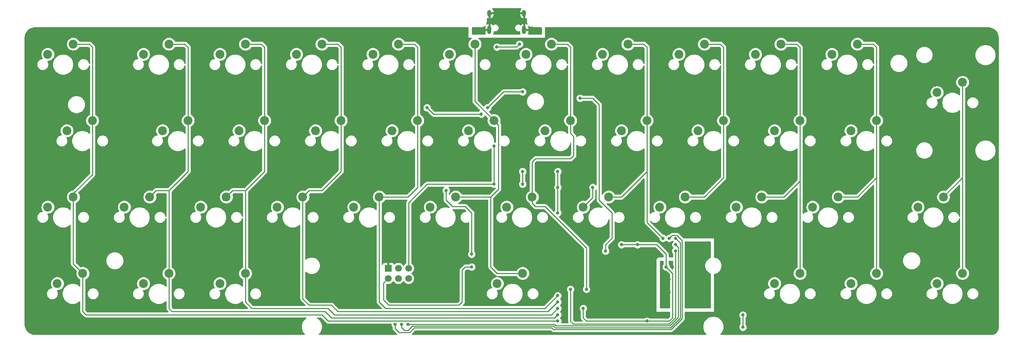
<source format=gbr>
G04 #@! TF.GenerationSoftware,KiCad,Pcbnew,(5.1.9)-1*
G04 #@! TF.CreationDate,2021-04-18T15:41:55+02:00*
G04 #@! TF.ProjectId,isio42_pcb,6973696f-3432-45f7-9063-622e6b696361,rev?*
G04 #@! TF.SameCoordinates,Original*
G04 #@! TF.FileFunction,Copper,L1,Top*
G04 #@! TF.FilePolarity,Positive*
%FSLAX46Y46*%
G04 Gerber Fmt 4.6, Leading zero omitted, Abs format (unit mm)*
G04 Created by KiCad (PCBNEW (5.1.9)-1) date 2021-04-18 15:41:55*
%MOMM*%
%LPD*%
G01*
G04 APERTURE LIST*
G04 #@! TA.AperFunction,ComponentPad*
%ADD10C,2.200000*%
G04 #@! TD*
G04 #@! TA.AperFunction,ComponentPad*
%ADD11O,1.000000X2.100000*%
G04 #@! TD*
G04 #@! TA.AperFunction,ComponentPad*
%ADD12O,1.000000X1.600000*%
G04 #@! TD*
G04 #@! TA.AperFunction,ComponentPad*
%ADD13R,1.700000X1.700000*%
G04 #@! TD*
G04 #@! TA.AperFunction,ComponentPad*
%ADD14C,1.700000*%
G04 #@! TD*
G04 #@! TA.AperFunction,ViaPad*
%ADD15C,0.800000*%
G04 #@! TD*
G04 #@! TA.AperFunction,Conductor*
%ADD16C,0.250000*%
G04 #@! TD*
G04 #@! TA.AperFunction,Conductor*
%ADD17C,0.254000*%
G04 #@! TD*
G04 #@! TA.AperFunction,Conductor*
%ADD18C,0.100000*%
G04 #@! TD*
G04 APERTURE END LIST*
D10*
X167481250Y-39052500D03*
X173831250Y-36512500D03*
X250825000Y-96202500D03*
X257175000Y-93662500D03*
X246062500Y-77152500D03*
X252412500Y-74612500D03*
X250825000Y-48577500D03*
X257175000Y-46037500D03*
X141287500Y-96202500D03*
X147637500Y-93662500D03*
X31750000Y-96202500D03*
X38100000Y-93662500D03*
X34131250Y-58102500D03*
X40481250Y-55562500D03*
X229393750Y-96202500D03*
X235743750Y-93662500D03*
X219868750Y-77152500D03*
X226218750Y-74612500D03*
X229393750Y-58102500D03*
X235743750Y-55562500D03*
X224631250Y-39052500D03*
X230981250Y-36512500D03*
X210343750Y-96202500D03*
X216693750Y-93662500D03*
X200818750Y-77152500D03*
X207168750Y-74612500D03*
X210343750Y-58102500D03*
X216693750Y-55562500D03*
X205581250Y-39052500D03*
X211931250Y-36512500D03*
X181768750Y-77152500D03*
X188118750Y-74612500D03*
X191293750Y-58102500D03*
X197643750Y-55562500D03*
X186531250Y-39052500D03*
X192881250Y-36512500D03*
X162718750Y-77152500D03*
X169068750Y-74612500D03*
X172243750Y-58102500D03*
X178593750Y-55562500D03*
X143668750Y-77152500D03*
X150018750Y-74612500D03*
X153193750Y-58102500D03*
X159543750Y-55562500D03*
X148431250Y-39052500D03*
X154781250Y-36512500D03*
X124618750Y-77152500D03*
X130968750Y-74612500D03*
X134143750Y-58102500D03*
X140493750Y-55562500D03*
X129381250Y-39052500D03*
X135731250Y-36512500D03*
X105568750Y-77152500D03*
X111918750Y-74612500D03*
X115093750Y-58102500D03*
X121443750Y-55562500D03*
X110331250Y-39052500D03*
X116681250Y-36512500D03*
X86518750Y-77152500D03*
X92868750Y-74612500D03*
X96043750Y-58102500D03*
X102393750Y-55562500D03*
X91281250Y-39052500D03*
X97631250Y-36512500D03*
X72231250Y-96202500D03*
X78581250Y-93662500D03*
X67468750Y-77152500D03*
X73818750Y-74612500D03*
X76993750Y-58102500D03*
X83343750Y-55562500D03*
X72231250Y-39052500D03*
X78581250Y-36512500D03*
X53181250Y-96202500D03*
X59531250Y-93662500D03*
X48418750Y-77152500D03*
X54768750Y-74612500D03*
X57943750Y-58102500D03*
X64293750Y-55562500D03*
X53181250Y-39052500D03*
X59531250Y-36512500D03*
X29368750Y-77152500D03*
X35718750Y-74612500D03*
X29368750Y-39052500D03*
X35718750Y-36512500D03*
D11*
X139348750Y-32973750D03*
X147988750Y-32973750D03*
D12*
X139348750Y-28793750D03*
X147988750Y-28793750D03*
D13*
X114141250Y-92392500D03*
D14*
X114141250Y-94932500D03*
X116681250Y-92392500D03*
X116681250Y-94932500D03*
X119221250Y-92392500D03*
X119221250Y-94932500D03*
D15*
X168275000Y-88106250D03*
X161925000Y-50006250D03*
X147637500Y-48418750D03*
X138906250Y-52387500D03*
X137318750Y-53975000D03*
X123825000Y-52387500D03*
X134937500Y-88900000D03*
X128587500Y-73025000D03*
X147637500Y-68262500D03*
X147637500Y-71437500D03*
X156368750Y-72231250D03*
X156368750Y-78581250D03*
X156368750Y-68262500D03*
X202468750Y-104043750D03*
X202468750Y-107093750D03*
X165100000Y-72231250D03*
X156368750Y-105568750D03*
X156368750Y-103981250D03*
X156368750Y-102393750D03*
X156368750Y-100806250D03*
X156368750Y-99218750D03*
X163512500Y-97631250D03*
X182562500Y-84931250D03*
X161131250Y-87312500D03*
X141287500Y-90487500D03*
X134937500Y-90487500D03*
X120650000Y-90487500D03*
X153193750Y-63500000D03*
X153193750Y-68262500D03*
X137318750Y-73025000D03*
X134937500Y-93662500D03*
X142081250Y-100012500D03*
X174625000Y-103981250D03*
X165893750Y-83343750D03*
X123825000Y-36512500D03*
X161925000Y-36512500D03*
X103187500Y-107156250D03*
X146050000Y-73818750D03*
X168275000Y-89693750D03*
X184150000Y-95250000D03*
X170656250Y-86518750D03*
X180975000Y-89693750D03*
X184943750Y-82550000D03*
X143668750Y-58737500D03*
X150812500Y-88900000D03*
X145256250Y-38893750D03*
X148431250Y-36512500D03*
X192087500Y-99218750D03*
X192087500Y-91281250D03*
X198437500Y-91281250D03*
X192087500Y-81756250D03*
X184150000Y-98425000D03*
X184943750Y-92075000D03*
X182562500Y-101600000D03*
X141218750Y-37237500D03*
X146843750Y-36512500D03*
X140493750Y-71437500D03*
X172243750Y-86518750D03*
X176212500Y-86518750D03*
X178593750Y-105568750D03*
X162718750Y-102393750D03*
X140493750Y-61912500D03*
X183356250Y-92075000D03*
X134937500Y-92075000D03*
X185699310Y-88106250D03*
X159543750Y-97631250D03*
X185737500Y-84931250D03*
X117475000Y-106362500D03*
X184150000Y-84931250D03*
X115887500Y-106362500D03*
X185737500Y-86518750D03*
X119062500Y-106362500D03*
X150018750Y-32543750D03*
D16*
X40481250Y-69056250D02*
X40481250Y-56356250D01*
X169862500Y-78581250D02*
X166687500Y-75406250D01*
X161925000Y-50006250D02*
X161925000Y-50006250D01*
X137318750Y-53975000D02*
X125412500Y-53975000D01*
X125412500Y-53975000D02*
X123825000Y-52387500D01*
X168275000Y-88106250D02*
X168275000Y-86518750D01*
X169862500Y-84931250D02*
X169862500Y-78581250D01*
X168275000Y-86518750D02*
X169862500Y-84931250D01*
X142875000Y-48418750D02*
X138906250Y-52387500D01*
X147637500Y-48418750D02*
X142875000Y-48418750D01*
X166687500Y-75406250D02*
X166687500Y-51593750D01*
X165100000Y-50006250D02*
X161925000Y-50006250D01*
X166687500Y-51593750D02*
X165100000Y-50006250D01*
X128587500Y-73025000D02*
X128587500Y-73025000D01*
X147637500Y-68262500D02*
X147637500Y-71437500D01*
X134937500Y-78581250D02*
X134937500Y-82550000D01*
X133350000Y-76993750D02*
X134937500Y-78581250D01*
X128587500Y-75406250D02*
X130175000Y-76993750D01*
X130175000Y-76993750D02*
X133350000Y-76993750D01*
X128587500Y-73025000D02*
X128587500Y-75406250D01*
X134937500Y-82550000D02*
X134937500Y-81756250D01*
X134937500Y-88900000D02*
X134937500Y-82550000D01*
X156368750Y-78581250D02*
X156368750Y-78581250D01*
X156368750Y-72231250D02*
X156368750Y-78581250D01*
X156368750Y-72231250D02*
X156368750Y-68262500D01*
X202468750Y-104043750D02*
X202468750Y-107093750D01*
X165100000Y-74771250D02*
X162718750Y-77152500D01*
X165100000Y-72231250D02*
X165100000Y-74771250D01*
X39687500Y-36512500D02*
X40481250Y-37306250D01*
X40481250Y-37306250D02*
X40481250Y-55562500D01*
X35718750Y-36512500D02*
X39687500Y-36512500D01*
X38100000Y-103187500D02*
X38100000Y-93662500D01*
X35718750Y-91281250D02*
X38100000Y-93662500D01*
X35718750Y-74612500D02*
X35718750Y-91281250D01*
X156368750Y-105568750D02*
X99218750Y-105568750D01*
X99218750Y-105568750D02*
X97631250Y-103981250D01*
X97631250Y-103981250D02*
X38893750Y-103981250D01*
X38893750Y-103981250D02*
X38100000Y-103187500D01*
X40481250Y-69056250D02*
X35718750Y-73818750D01*
X35718750Y-73818750D02*
X35718750Y-74612500D01*
X63500000Y-36512500D02*
X64293750Y-37306250D01*
X64293750Y-37306250D02*
X64293750Y-55562500D01*
X59531250Y-36512500D02*
X63500000Y-36512500D01*
X64293750Y-68262500D02*
X64293750Y-55562500D01*
X59531250Y-73025000D02*
X64293750Y-68262500D01*
X59531250Y-93662500D02*
X59531250Y-73025000D01*
X56356250Y-73025000D02*
X54768750Y-74612500D01*
X59531250Y-73025000D02*
X56356250Y-73025000D01*
X59531250Y-102393750D02*
X59531250Y-93662500D01*
X155575000Y-104775000D02*
X100012500Y-104775000D01*
X156368750Y-103981250D02*
X155575000Y-104775000D01*
X100012500Y-104775000D02*
X98425000Y-103187500D01*
X60325000Y-103187500D02*
X59928125Y-102790625D01*
X98425000Y-103187500D02*
X60325000Y-103187500D01*
X59928125Y-102790625D02*
X59531250Y-102393750D01*
X82550000Y-36512500D02*
X83343750Y-37306250D01*
X83343750Y-37306250D02*
X83343750Y-55562500D01*
X78581250Y-36512500D02*
X82550000Y-36512500D01*
X83343750Y-68262500D02*
X83343750Y-55562500D01*
X78581250Y-73025000D02*
X83343750Y-68262500D01*
X75406250Y-73025000D02*
X73818750Y-74612500D01*
X78581250Y-73025000D02*
X75406250Y-73025000D01*
X78581250Y-93662500D02*
X78581250Y-74612500D01*
X78581250Y-74612500D02*
X78581250Y-73025000D01*
X78581250Y-100806250D02*
X78581250Y-93662500D01*
X80168750Y-102393750D02*
X78581250Y-100806250D01*
X154781250Y-103981250D02*
X100806250Y-103981250D01*
X156368750Y-102393750D02*
X154781250Y-103981250D01*
X100806250Y-103981250D02*
X99218750Y-102393750D01*
X99218750Y-102393750D02*
X89693750Y-102393750D01*
X89693750Y-102393750D02*
X80168750Y-102393750D01*
X90487500Y-102393750D02*
X89693750Y-102393750D01*
X101600000Y-36512500D02*
X102393750Y-37306250D01*
X102393750Y-37306250D02*
X102393750Y-55562500D01*
X97631250Y-36512500D02*
X101600000Y-36512500D01*
X102393750Y-68262500D02*
X102393750Y-55562500D01*
X97631250Y-73025000D02*
X102393750Y-68262500D01*
X94456250Y-73025000D02*
X92868750Y-74612500D01*
X97631250Y-73025000D02*
X94456250Y-73025000D01*
X92868750Y-99218750D02*
X92868750Y-74612500D01*
X94456250Y-101600000D02*
X92868750Y-100012500D01*
X100012500Y-101600000D02*
X94456250Y-101600000D01*
X101600000Y-103187500D02*
X100012500Y-101600000D01*
X92868750Y-100012500D02*
X92868750Y-99218750D01*
X153987500Y-103187500D02*
X101600000Y-103187500D01*
X156368750Y-100806250D02*
X153987500Y-103187500D01*
X120650000Y-36512500D02*
X121443750Y-37306250D01*
X121443750Y-37306250D02*
X121443750Y-55562500D01*
X116681250Y-36512500D02*
X120650000Y-36512500D01*
X116681250Y-74612500D02*
X111918750Y-74612500D01*
X119062500Y-74612500D02*
X116681250Y-74612500D01*
X121443750Y-55562500D02*
X121443750Y-72231250D01*
X121443750Y-72231250D02*
X119062500Y-74612500D01*
X156368750Y-99218750D02*
X153193750Y-102393750D01*
X111703751Y-74827499D02*
X111918750Y-74612500D01*
X153193750Y-102393750D02*
X113506250Y-102393750D01*
X111918750Y-100806250D02*
X111918750Y-74612500D01*
X113506250Y-102393750D02*
X111918750Y-100806250D01*
X135731250Y-50800000D02*
X140493750Y-55562500D01*
X135731250Y-36512500D02*
X135731250Y-50800000D01*
X137318750Y-74612500D02*
X130968750Y-74612500D01*
X139700000Y-74612500D02*
X137318750Y-74612500D01*
X141593749Y-72718751D02*
X141287500Y-73025000D01*
X141593749Y-56662499D02*
X141593749Y-72718751D01*
X140493750Y-55562500D02*
X141593749Y-56662499D01*
X141287500Y-73025000D02*
X139700000Y-74612500D01*
X139700000Y-74612500D02*
X139700000Y-92075000D01*
X141287500Y-93662500D02*
X147637500Y-93662500D01*
X139700000Y-92075000D02*
X141287500Y-93662500D01*
X159543750Y-37306250D02*
X159543750Y-55562500D01*
X158750000Y-36512500D02*
X159543750Y-37306250D01*
X154781250Y-36512500D02*
X158750000Y-36512500D01*
X163512500Y-87312500D02*
X163512500Y-97631250D01*
X153193750Y-76993750D02*
X163512500Y-87312500D01*
X150812500Y-76993750D02*
X153193750Y-76993750D01*
X150018750Y-76200000D02*
X150812500Y-76993750D01*
X150018750Y-74612500D02*
X150018750Y-76200000D01*
X150018750Y-70643750D02*
X150018750Y-74612500D01*
X159543750Y-58737500D02*
X160337500Y-59531250D01*
X159543750Y-55562500D02*
X159543750Y-58737500D01*
X160337500Y-59531250D02*
X160337500Y-64293750D01*
X160337500Y-64293750D02*
X159543750Y-65087500D01*
X159543750Y-65087500D02*
X150812500Y-65087500D01*
X150018750Y-65881250D02*
X150018750Y-70643750D01*
X150812500Y-65087500D02*
X150018750Y-65881250D01*
X177800000Y-36512500D02*
X178593750Y-37306250D01*
X178593750Y-37306250D02*
X178593750Y-55562500D01*
X173831250Y-36512500D02*
X177800000Y-36512500D01*
X172243750Y-74612500D02*
X169068750Y-74612500D01*
X178593750Y-68262500D02*
X172243750Y-74612500D01*
X178593750Y-55562500D02*
X178593750Y-68262500D01*
X178593750Y-68262500D02*
X178593750Y-80962500D01*
X178593750Y-80962500D02*
X182562500Y-84931250D01*
X196850000Y-36512500D02*
X197643750Y-37306250D01*
X197643750Y-37306250D02*
X197643750Y-55562500D01*
X192881250Y-36512500D02*
X196850000Y-36512500D01*
X197643750Y-55562500D02*
X197643750Y-69850000D01*
X192881250Y-74612500D02*
X188118750Y-74612500D01*
X197643750Y-69850000D02*
X192881250Y-74612500D01*
X215900000Y-36512500D02*
X216693750Y-37306250D01*
X216693750Y-37306250D02*
X216693750Y-55562500D01*
X211931250Y-36512500D02*
X215900000Y-36512500D01*
X216693750Y-55562500D02*
X216693750Y-70643750D01*
X212725000Y-74612500D02*
X207168750Y-74612500D01*
X216693750Y-70643750D02*
X212725000Y-74612500D01*
X216693750Y-93662500D02*
X216693750Y-70643750D01*
X234950000Y-36512500D02*
X235743750Y-37306250D01*
X235743750Y-37306250D02*
X235743750Y-55562500D01*
X230981250Y-36512500D02*
X234950000Y-36512500D01*
X235743750Y-55562500D02*
X235743750Y-69850000D01*
X230981250Y-74612500D02*
X226218750Y-74612500D01*
X235743750Y-69850000D02*
X230981250Y-74612500D01*
X235743750Y-69850000D02*
X235743750Y-93662500D01*
X257175000Y-69850000D02*
X252412500Y-74612500D01*
X257175000Y-46037500D02*
X257175000Y-69850000D01*
X257175000Y-69850000D02*
X257175000Y-93662500D01*
X158750000Y-87312500D02*
X161131250Y-87312500D01*
X161131250Y-87312500D02*
X161131250Y-87312500D01*
X144462500Y-87312500D02*
X141287500Y-90487500D01*
X141287500Y-90487500D02*
X141287500Y-90487500D01*
X134937500Y-90487500D02*
X120650000Y-90487500D01*
X120650000Y-90487500D02*
X120650000Y-90487500D01*
X150812500Y-87312500D02*
X144462500Y-87312500D01*
X146050000Y-73818750D02*
X146050000Y-73818750D01*
X150812500Y-82550000D02*
X155575000Y-87312500D01*
X150812500Y-78581250D02*
X150812500Y-82550000D01*
X155575000Y-87312500D02*
X150812500Y-87312500D01*
X158750000Y-87312500D02*
X155575000Y-87312500D01*
X146050000Y-73818750D02*
X150812500Y-78581250D01*
X145256250Y-38893750D02*
X146050000Y-38893750D01*
X146050000Y-38893750D02*
X148431250Y-36512500D01*
X145256250Y-42862500D02*
X145256250Y-38893750D01*
X149225000Y-46831250D02*
X145256250Y-42862500D01*
X149225000Y-49212500D02*
X149225000Y-46831250D01*
X143668750Y-54768750D02*
X149225000Y-49212500D01*
X143668750Y-58737500D02*
X143668750Y-54768750D01*
X141218750Y-37237500D02*
X146118750Y-37237500D01*
X146118750Y-37237500D02*
X146843750Y-36512500D01*
X178593750Y-105568750D02*
X178593750Y-105568750D01*
X178593750Y-105568750D02*
X163512500Y-105568750D01*
X163512500Y-105568750D02*
X162718750Y-104775000D01*
X162718750Y-104775000D02*
X162718750Y-102393750D01*
X162718750Y-102393750D02*
X162718750Y-102393750D01*
X119221250Y-92392500D02*
X119221250Y-76041250D01*
X123825000Y-71437500D02*
X140493750Y-71437500D01*
X119221250Y-76041250D02*
X123825000Y-71437500D01*
X140493750Y-61912500D02*
X140493750Y-71437500D01*
X183356250Y-92075000D02*
X184943750Y-93662500D01*
X182562500Y-105568750D02*
X178593750Y-105568750D01*
X183356250Y-105568750D02*
X182562500Y-105568750D01*
X184943750Y-93662500D02*
X184943750Y-104775000D01*
X184150000Y-105568750D02*
X182562500Y-105568750D01*
X184943750Y-104775000D02*
X184150000Y-105568750D01*
X183356250Y-88900000D02*
X180975000Y-86518750D01*
X172243750Y-86518750D02*
X180975000Y-86518750D01*
X183356250Y-88900000D02*
X183356250Y-92075000D01*
X184061409Y-106293751D02*
X160268751Y-106293751D01*
X185699310Y-104655850D02*
X184061409Y-106293751D01*
X185699310Y-88106250D02*
X185699310Y-104655850D01*
X160268751Y-106293751D02*
X159543750Y-105568750D01*
X159543750Y-105568750D02*
X159543750Y-98425000D01*
X159543750Y-98425000D02*
X159543750Y-97631250D01*
X159543750Y-97631250D02*
X159543750Y-97631250D01*
X113030000Y-96043750D02*
X114141250Y-94932500D01*
X131762500Y-101600000D02*
X114300000Y-101600000D01*
X132556250Y-100806250D02*
X131762500Y-101600000D01*
X132556250Y-92868750D02*
X132556250Y-100806250D01*
X114300000Y-101600000D02*
X113030000Y-100330000D01*
X133350000Y-92075000D02*
X132556250Y-92868750D01*
X113030000Y-100330000D02*
X113030000Y-96043750D01*
X134937500Y-92075000D02*
X133350000Y-92075000D01*
X186874321Y-86068071D02*
X186874320Y-104753660D01*
X185737500Y-84931250D02*
X186874321Y-86068071D01*
X155769860Y-107193770D02*
X155388600Y-106812510D01*
X184434209Y-107193771D02*
X155769860Y-107193770D01*
X186874320Y-104753660D02*
X184434209Y-107193771D01*
X155388600Y-106812510D02*
X120199990Y-106812510D01*
X120199990Y-106812510D02*
X119062500Y-107950000D01*
X119062500Y-107950000D02*
X118268750Y-107950000D01*
X117475000Y-107156250D02*
X117475000Y-106362500D01*
X118268750Y-107950000D02*
X117475000Y-107156250D01*
X184875001Y-84206249D02*
X186085501Y-84206249D01*
X184150000Y-84931250D02*
X184875001Y-84206249D01*
X187324329Y-85445077D02*
X187324329Y-104940061D01*
X186085501Y-84206249D02*
X187324329Y-85445077D01*
X115887500Y-106362500D02*
X115887500Y-107435502D01*
X155268780Y-107643780D02*
X154887520Y-107262520D01*
X184620608Y-107643780D02*
X155268780Y-107643780D01*
X187324329Y-104940061D02*
X184620608Y-107643780D01*
X154887520Y-107262520D02*
X120650000Y-107262520D01*
X116852008Y-108400010D02*
X115887500Y-107435502D01*
X119512510Y-108400010D02*
X116852008Y-108400010D01*
X120650000Y-107262520D02*
X119512510Y-108400010D01*
X119062500Y-106362500D02*
X119062500Y-106362500D01*
X155575000Y-106362500D02*
X134937500Y-106362500D01*
X134937500Y-106362500D02*
X119062500Y-106362500D01*
X135731250Y-106362500D02*
X134937500Y-106362500D01*
X184247809Y-106743761D02*
X155956261Y-106743761D01*
X186424311Y-104567259D02*
X184247809Y-106743761D01*
X186424311Y-87205561D02*
X186424311Y-104567259D01*
X185737500Y-86518750D02*
X186424311Y-87205561D01*
X155956261Y-106743761D02*
X155575000Y-106362500D01*
D17*
X147115589Y-27757581D02*
X146988747Y-27942072D01*
X146900335Y-28147763D01*
X146853750Y-28366750D01*
X146853750Y-28666750D01*
X147861750Y-28666750D01*
X147861750Y-28646750D01*
X148115750Y-28646750D01*
X148115750Y-28666750D01*
X148135750Y-28666750D01*
X148135750Y-28920750D01*
X148115750Y-28920750D01*
X148115750Y-30061704D01*
X148290624Y-30187869D01*
X148513726Y-30108026D01*
X148565001Y-30074740D01*
X148565001Y-30988669D01*
X148567769Y-31016771D01*
X148567735Y-31021609D01*
X148568635Y-31030780D01*
X148584828Y-31184846D01*
X148596854Y-31243432D01*
X148608065Y-31302203D01*
X148610729Y-31311024D01*
X148656538Y-31459008D01*
X148679713Y-31514140D01*
X148681405Y-31518327D01*
X148513726Y-31409474D01*
X148290624Y-31329631D01*
X148115750Y-31455796D01*
X148115750Y-32846750D01*
X149123750Y-32846750D01*
X149123750Y-32296750D01*
X149077165Y-32077763D01*
X149064988Y-32049433D01*
X149162355Y-32128844D01*
X149212182Y-32161949D01*
X149261538Y-32195744D01*
X149269644Y-32200127D01*
X149406425Y-32272854D01*
X149461727Y-32295648D01*
X149516710Y-32319214D01*
X149525513Y-32321939D01*
X149673814Y-32366714D01*
X149732517Y-32378337D01*
X149791006Y-32390770D01*
X149800171Y-32391733D01*
X149954344Y-32406850D01*
X149954348Y-32406850D01*
X149986331Y-32410000D01*
X152273000Y-32410000D01*
X152273000Y-34004250D01*
X149019347Y-34004250D01*
X149077165Y-33869737D01*
X149123750Y-33650750D01*
X149123750Y-33100750D01*
X148115750Y-33100750D01*
X148115750Y-33120750D01*
X147861750Y-33120750D01*
X147861750Y-33100750D01*
X147841750Y-33100750D01*
X147841750Y-32846750D01*
X147861750Y-32846750D01*
X147861750Y-31455796D01*
X147686876Y-31329631D01*
X147463774Y-31409474D01*
X147275986Y-31531381D01*
X147131634Y-31671956D01*
X147013481Y-31593009D01*
X146838772Y-31520642D01*
X146653302Y-31483750D01*
X146464198Y-31483750D01*
X146278728Y-31520642D01*
X146104019Y-31593009D01*
X145946786Y-31698069D01*
X145813069Y-31831786D01*
X145708009Y-31989019D01*
X145635642Y-32163728D01*
X145598750Y-32349198D01*
X145598750Y-32538302D01*
X145635642Y-32723772D01*
X145708009Y-32898481D01*
X145813069Y-33055714D01*
X145946786Y-33189431D01*
X146104019Y-33294491D01*
X146278728Y-33366858D01*
X146464198Y-33403750D01*
X146653302Y-33403750D01*
X146838772Y-33366858D01*
X146853750Y-33360654D01*
X146853750Y-33650750D01*
X146900335Y-33869737D01*
X146958153Y-34004250D01*
X140379347Y-34004250D01*
X140437165Y-33869737D01*
X140483750Y-33650750D01*
X140483750Y-33360654D01*
X140498728Y-33366858D01*
X140684198Y-33403750D01*
X140873302Y-33403750D01*
X141058772Y-33366858D01*
X141233481Y-33294491D01*
X141390714Y-33189431D01*
X141524431Y-33055714D01*
X141629491Y-32898481D01*
X141701858Y-32723772D01*
X141738750Y-32538302D01*
X141738750Y-32349198D01*
X141701858Y-32163728D01*
X141629491Y-31989019D01*
X141524431Y-31831786D01*
X141390714Y-31698069D01*
X141233481Y-31593009D01*
X141058772Y-31520642D01*
X140873302Y-31483750D01*
X140684198Y-31483750D01*
X140498728Y-31520642D01*
X140324019Y-31593009D01*
X140205866Y-31671956D01*
X140061514Y-31531381D01*
X139873726Y-31409474D01*
X139650624Y-31329631D01*
X139475750Y-31455796D01*
X139475750Y-32846750D01*
X139495750Y-32846750D01*
X139495750Y-33100750D01*
X139475750Y-33100750D01*
X139475750Y-33120750D01*
X139221750Y-33120750D01*
X139221750Y-33100750D01*
X138213750Y-33100750D01*
X138213750Y-33650750D01*
X138260335Y-33869737D01*
X138318153Y-34004250D01*
X135064500Y-34004250D01*
X135064500Y-32410000D01*
X137351169Y-32410000D01*
X137379281Y-32407231D01*
X137384109Y-32407265D01*
X137393280Y-32406365D01*
X137547346Y-32390172D01*
X137605932Y-32378146D01*
X137664703Y-32366935D01*
X137673524Y-32364271D01*
X137821508Y-32318462D01*
X137876640Y-32295287D01*
X137932114Y-32272874D01*
X137940251Y-32268548D01*
X138076520Y-32194868D01*
X138126088Y-32161433D01*
X138176169Y-32128662D01*
X138183310Y-32122837D01*
X138272773Y-32048827D01*
X138260335Y-32077763D01*
X138213750Y-32296750D01*
X138213750Y-32846750D01*
X139221750Y-32846750D01*
X139221750Y-31455796D01*
X139046876Y-31329631D01*
X138823774Y-31409474D01*
X138656054Y-31518354D01*
X138658148Y-31513273D01*
X138681714Y-31458290D01*
X138684439Y-31449487D01*
X138729214Y-31301186D01*
X138740837Y-31242483D01*
X138753270Y-31183994D01*
X138754233Y-31174829D01*
X138769350Y-31020656D01*
X138769350Y-31020652D01*
X138772500Y-30988669D01*
X138772500Y-30074740D01*
X138823774Y-30108026D01*
X139046876Y-30187869D01*
X139221750Y-30061704D01*
X139221750Y-28920750D01*
X139475750Y-28920750D01*
X139475750Y-30061704D01*
X139650624Y-30187869D01*
X139873726Y-30108026D01*
X140061514Y-29986119D01*
X140221911Y-29829919D01*
X140348753Y-29645428D01*
X140437165Y-29439737D01*
X140483750Y-29220750D01*
X140483750Y-28920750D01*
X146853750Y-28920750D01*
X146853750Y-29220750D01*
X146900335Y-29439737D01*
X146988747Y-29645428D01*
X147115589Y-29829919D01*
X147275986Y-29986119D01*
X147463774Y-30108026D01*
X147686876Y-30187869D01*
X147861750Y-30061704D01*
X147861750Y-28920750D01*
X146853750Y-28920750D01*
X140483750Y-28920750D01*
X139475750Y-28920750D01*
X139221750Y-28920750D01*
X139201750Y-28920750D01*
X139201750Y-28666750D01*
X139221750Y-28666750D01*
X139221750Y-28646750D01*
X139475750Y-28646750D01*
X139475750Y-28666750D01*
X140483750Y-28666750D01*
X140483750Y-28366750D01*
X140437165Y-28147763D01*
X140348753Y-27942072D01*
X140221911Y-27757581D01*
X140108872Y-27647500D01*
X147228628Y-27647500D01*
X147115589Y-27757581D01*
G04 #@! TA.AperFunction,Conductor*
D18*
G36*
X147115589Y-27757581D02*
G01*
X146988747Y-27942072D01*
X146900335Y-28147763D01*
X146853750Y-28366750D01*
X146853750Y-28666750D01*
X147861750Y-28666750D01*
X147861750Y-28646750D01*
X148115750Y-28646750D01*
X148115750Y-28666750D01*
X148135750Y-28666750D01*
X148135750Y-28920750D01*
X148115750Y-28920750D01*
X148115750Y-30061704D01*
X148290624Y-30187869D01*
X148513726Y-30108026D01*
X148565001Y-30074740D01*
X148565001Y-30988669D01*
X148567769Y-31016771D01*
X148567735Y-31021609D01*
X148568635Y-31030780D01*
X148584828Y-31184846D01*
X148596854Y-31243432D01*
X148608065Y-31302203D01*
X148610729Y-31311024D01*
X148656538Y-31459008D01*
X148679713Y-31514140D01*
X148681405Y-31518327D01*
X148513726Y-31409474D01*
X148290624Y-31329631D01*
X148115750Y-31455796D01*
X148115750Y-32846750D01*
X149123750Y-32846750D01*
X149123750Y-32296750D01*
X149077165Y-32077763D01*
X149064988Y-32049433D01*
X149162355Y-32128844D01*
X149212182Y-32161949D01*
X149261538Y-32195744D01*
X149269644Y-32200127D01*
X149406425Y-32272854D01*
X149461727Y-32295648D01*
X149516710Y-32319214D01*
X149525513Y-32321939D01*
X149673814Y-32366714D01*
X149732517Y-32378337D01*
X149791006Y-32390770D01*
X149800171Y-32391733D01*
X149954344Y-32406850D01*
X149954348Y-32406850D01*
X149986331Y-32410000D01*
X152273000Y-32410000D01*
X152273000Y-34004250D01*
X149019347Y-34004250D01*
X149077165Y-33869737D01*
X149123750Y-33650750D01*
X149123750Y-33100750D01*
X148115750Y-33100750D01*
X148115750Y-33120750D01*
X147861750Y-33120750D01*
X147861750Y-33100750D01*
X147841750Y-33100750D01*
X147841750Y-32846750D01*
X147861750Y-32846750D01*
X147861750Y-31455796D01*
X147686876Y-31329631D01*
X147463774Y-31409474D01*
X147275986Y-31531381D01*
X147131634Y-31671956D01*
X147013481Y-31593009D01*
X146838772Y-31520642D01*
X146653302Y-31483750D01*
X146464198Y-31483750D01*
X146278728Y-31520642D01*
X146104019Y-31593009D01*
X145946786Y-31698069D01*
X145813069Y-31831786D01*
X145708009Y-31989019D01*
X145635642Y-32163728D01*
X145598750Y-32349198D01*
X145598750Y-32538302D01*
X145635642Y-32723772D01*
X145708009Y-32898481D01*
X145813069Y-33055714D01*
X145946786Y-33189431D01*
X146104019Y-33294491D01*
X146278728Y-33366858D01*
X146464198Y-33403750D01*
X146653302Y-33403750D01*
X146838772Y-33366858D01*
X146853750Y-33360654D01*
X146853750Y-33650750D01*
X146900335Y-33869737D01*
X146958153Y-34004250D01*
X140379347Y-34004250D01*
X140437165Y-33869737D01*
X140483750Y-33650750D01*
X140483750Y-33360654D01*
X140498728Y-33366858D01*
X140684198Y-33403750D01*
X140873302Y-33403750D01*
X141058772Y-33366858D01*
X141233481Y-33294491D01*
X141390714Y-33189431D01*
X141524431Y-33055714D01*
X141629491Y-32898481D01*
X141701858Y-32723772D01*
X141738750Y-32538302D01*
X141738750Y-32349198D01*
X141701858Y-32163728D01*
X141629491Y-31989019D01*
X141524431Y-31831786D01*
X141390714Y-31698069D01*
X141233481Y-31593009D01*
X141058772Y-31520642D01*
X140873302Y-31483750D01*
X140684198Y-31483750D01*
X140498728Y-31520642D01*
X140324019Y-31593009D01*
X140205866Y-31671956D01*
X140061514Y-31531381D01*
X139873726Y-31409474D01*
X139650624Y-31329631D01*
X139475750Y-31455796D01*
X139475750Y-32846750D01*
X139495750Y-32846750D01*
X139495750Y-33100750D01*
X139475750Y-33100750D01*
X139475750Y-33120750D01*
X139221750Y-33120750D01*
X139221750Y-33100750D01*
X138213750Y-33100750D01*
X138213750Y-33650750D01*
X138260335Y-33869737D01*
X138318153Y-34004250D01*
X135064500Y-34004250D01*
X135064500Y-32410000D01*
X137351169Y-32410000D01*
X137379281Y-32407231D01*
X137384109Y-32407265D01*
X137393280Y-32406365D01*
X137547346Y-32390172D01*
X137605932Y-32378146D01*
X137664703Y-32366935D01*
X137673524Y-32364271D01*
X137821508Y-32318462D01*
X137876640Y-32295287D01*
X137932114Y-32272874D01*
X137940251Y-32268548D01*
X138076520Y-32194868D01*
X138126088Y-32161433D01*
X138176169Y-32128662D01*
X138183310Y-32122837D01*
X138272773Y-32048827D01*
X138260335Y-32077763D01*
X138213750Y-32296750D01*
X138213750Y-32846750D01*
X139221750Y-32846750D01*
X139221750Y-31455796D01*
X139046876Y-31329631D01*
X138823774Y-31409474D01*
X138656054Y-31518354D01*
X138658148Y-31513273D01*
X138681714Y-31458290D01*
X138684439Y-31449487D01*
X138729214Y-31301186D01*
X138740837Y-31242483D01*
X138753270Y-31183994D01*
X138754233Y-31174829D01*
X138769350Y-31020656D01*
X138769350Y-31020652D01*
X138772500Y-30988669D01*
X138772500Y-30074740D01*
X138823774Y-30108026D01*
X139046876Y-30187869D01*
X139221750Y-30061704D01*
X139221750Y-28920750D01*
X139475750Y-28920750D01*
X139475750Y-30061704D01*
X139650624Y-30187869D01*
X139873726Y-30108026D01*
X140061514Y-29986119D01*
X140221911Y-29829919D01*
X140348753Y-29645428D01*
X140437165Y-29439737D01*
X140483750Y-29220750D01*
X140483750Y-28920750D01*
X146853750Y-28920750D01*
X146853750Y-29220750D01*
X146900335Y-29439737D01*
X146988747Y-29645428D01*
X147115589Y-29829919D01*
X147275986Y-29986119D01*
X147463774Y-30108026D01*
X147686876Y-30187869D01*
X147861750Y-30061704D01*
X147861750Y-28920750D01*
X146853750Y-28920750D01*
X140483750Y-28920750D01*
X139475750Y-28920750D01*
X139221750Y-28920750D01*
X139201750Y-28920750D01*
X139201750Y-28666750D01*
X139221750Y-28666750D01*
X139221750Y-28646750D01*
X139475750Y-28646750D01*
X139475750Y-28666750D01*
X140483750Y-28666750D01*
X140483750Y-28366750D01*
X140437165Y-28147763D01*
X140348753Y-27942072D01*
X140221911Y-27757581D01*
X140108872Y-27647500D01*
X147228628Y-27647500D01*
X147115589Y-27757581D01*
G37*
G04 #@! TD.AperFunction*
D17*
X134016750Y-34925000D02*
X134019190Y-34949776D01*
X134026417Y-34973601D01*
X134038153Y-34995557D01*
X134053947Y-35014803D01*
X134073193Y-35030597D01*
X134095149Y-35042333D01*
X134118974Y-35049560D01*
X134143750Y-35052000D01*
X134794125Y-35052000D01*
X134625252Y-35164837D01*
X134383587Y-35406502D01*
X134193713Y-35690669D01*
X134062925Y-36006419D01*
X133996250Y-36341617D01*
X133996250Y-36683383D01*
X134062925Y-37018581D01*
X134193713Y-37334331D01*
X134383587Y-37618498D01*
X134625252Y-37860163D01*
X134909419Y-38050037D01*
X134971250Y-38075648D01*
X134971250Y-39646047D01*
X134870965Y-39545762D01*
X134439391Y-39257393D01*
X133959851Y-39058761D01*
X133450775Y-38957500D01*
X132931725Y-38957500D01*
X132422649Y-39058761D01*
X131943109Y-39257393D01*
X131511535Y-39545762D01*
X131144512Y-39912785D01*
X130856143Y-40344359D01*
X130657511Y-40823899D01*
X130556250Y-41332975D01*
X130556250Y-41852025D01*
X130657511Y-42361101D01*
X130856143Y-42840641D01*
X131144512Y-43272215D01*
X131511535Y-43639238D01*
X131943109Y-43927607D01*
X132422649Y-44126239D01*
X132931725Y-44227500D01*
X133450775Y-44227500D01*
X133959851Y-44126239D01*
X134439391Y-43927607D01*
X134870965Y-43639238D01*
X134971250Y-43538953D01*
X134971251Y-50762668D01*
X134967574Y-50800000D01*
X134982248Y-50948985D01*
X135025704Y-51092246D01*
X135096276Y-51224276D01*
X135167451Y-51311002D01*
X135191250Y-51340001D01*
X135220248Y-51363799D01*
X136889128Y-53032679D01*
X136828494Y-53057795D01*
X136658976Y-53171063D01*
X136615039Y-53215000D01*
X125727302Y-53215000D01*
X124860000Y-52347699D01*
X124860000Y-52285561D01*
X124820226Y-52085602D01*
X124742205Y-51897244D01*
X124628937Y-51727726D01*
X124484774Y-51583563D01*
X124315256Y-51470295D01*
X124126898Y-51392274D01*
X123926939Y-51352500D01*
X123723061Y-51352500D01*
X123523102Y-51392274D01*
X123334744Y-51470295D01*
X123165226Y-51583563D01*
X123021063Y-51727726D01*
X122907795Y-51897244D01*
X122829774Y-52085602D01*
X122790000Y-52285561D01*
X122790000Y-52489439D01*
X122829774Y-52689398D01*
X122907795Y-52877756D01*
X123021063Y-53047274D01*
X123165226Y-53191437D01*
X123334744Y-53304705D01*
X123523102Y-53382726D01*
X123723061Y-53422500D01*
X123785199Y-53422500D01*
X124848701Y-54486003D01*
X124872499Y-54515001D01*
X124901497Y-54538799D01*
X124988223Y-54609974D01*
X125120253Y-54680546D01*
X125263514Y-54724003D01*
X125375167Y-54735000D01*
X125375176Y-54735000D01*
X125412499Y-54738676D01*
X125449822Y-54735000D01*
X136615039Y-54735000D01*
X136658976Y-54778937D01*
X136828494Y-54892205D01*
X137016852Y-54970226D01*
X137216811Y-55010000D01*
X137420689Y-55010000D01*
X137620648Y-54970226D01*
X137809006Y-54892205D01*
X137978524Y-54778937D01*
X138122687Y-54634774D01*
X138235955Y-54465256D01*
X138261071Y-54404622D01*
X138851036Y-54994588D01*
X138825425Y-55056419D01*
X138758750Y-55391617D01*
X138758750Y-55733383D01*
X138825425Y-56068581D01*
X138956213Y-56384331D01*
X139146087Y-56668498D01*
X139387752Y-56910163D01*
X139671919Y-57100037D01*
X139987669Y-57230825D01*
X140322867Y-57297500D01*
X140664633Y-57297500D01*
X140833749Y-57263861D01*
X140833749Y-60933056D01*
X140795648Y-60917274D01*
X140595689Y-60877500D01*
X140588750Y-60877500D01*
X140588750Y-60382975D01*
X140487489Y-59873899D01*
X140288857Y-59394359D01*
X140000488Y-58962785D01*
X139633465Y-58595762D01*
X139201891Y-58307393D01*
X138722351Y-58108761D01*
X138213275Y-58007500D01*
X137694225Y-58007500D01*
X137185149Y-58108761D01*
X136705609Y-58307393D01*
X136274035Y-58595762D01*
X135907012Y-58962785D01*
X135618643Y-59394359D01*
X135420011Y-59873899D01*
X135318750Y-60382975D01*
X135318750Y-60902025D01*
X135420011Y-61411101D01*
X135618643Y-61890641D01*
X135907012Y-62322215D01*
X136274035Y-62689238D01*
X136705609Y-62977607D01*
X137185149Y-63176239D01*
X137694225Y-63277500D01*
X138213275Y-63277500D01*
X138722351Y-63176239D01*
X139201891Y-62977607D01*
X139633465Y-62689238D01*
X139720121Y-62602582D01*
X139733750Y-62616211D01*
X139733751Y-70677500D01*
X123862325Y-70677500D01*
X123825000Y-70673824D01*
X123787675Y-70677500D01*
X123787667Y-70677500D01*
X123676014Y-70688497D01*
X123532753Y-70731954D01*
X123400724Y-70802526D01*
X123284999Y-70897499D01*
X123261201Y-70926497D01*
X122203750Y-71983948D01*
X122203750Y-60496240D01*
X122498750Y-60496240D01*
X122498750Y-60788760D01*
X122555818Y-61075658D01*
X122667760Y-61345911D01*
X122830275Y-61589132D01*
X123037118Y-61795975D01*
X123280339Y-61958490D01*
X123550592Y-62070432D01*
X123837490Y-62127500D01*
X124130010Y-62127500D01*
X124416908Y-62070432D01*
X124687161Y-61958490D01*
X124930382Y-61795975D01*
X125137225Y-61589132D01*
X125299740Y-61345911D01*
X125411682Y-61075658D01*
X125468750Y-60788760D01*
X125468750Y-60496240D01*
X131388750Y-60496240D01*
X131388750Y-60788760D01*
X131445818Y-61075658D01*
X131557760Y-61345911D01*
X131720275Y-61589132D01*
X131927118Y-61795975D01*
X132170339Y-61958490D01*
X132440592Y-62070432D01*
X132727490Y-62127500D01*
X133020010Y-62127500D01*
X133306908Y-62070432D01*
X133577161Y-61958490D01*
X133820382Y-61795975D01*
X134027225Y-61589132D01*
X134189740Y-61345911D01*
X134301682Y-61075658D01*
X134358750Y-60788760D01*
X134358750Y-60496240D01*
X134301682Y-60209342D01*
X134189740Y-59939089D01*
X134121860Y-59837500D01*
X134314633Y-59837500D01*
X134649831Y-59770825D01*
X134965581Y-59640037D01*
X135249748Y-59450163D01*
X135491413Y-59208498D01*
X135681287Y-58924331D01*
X135812075Y-58608581D01*
X135878750Y-58273383D01*
X135878750Y-57931617D01*
X135812075Y-57596419D01*
X135681287Y-57280669D01*
X135491413Y-56996502D01*
X135249748Y-56754837D01*
X134965581Y-56564963D01*
X134649831Y-56434175D01*
X134314633Y-56367500D01*
X133972867Y-56367500D01*
X133637669Y-56434175D01*
X133321919Y-56564963D01*
X133037752Y-56754837D01*
X132796087Y-56996502D01*
X132606213Y-57280669D01*
X132475425Y-57596419D01*
X132408750Y-57931617D01*
X132408750Y-58273383D01*
X132475425Y-58608581D01*
X132606213Y-58924331D01*
X132762011Y-59157500D01*
X132727490Y-59157500D01*
X132440592Y-59214568D01*
X132170339Y-59326510D01*
X131927118Y-59489025D01*
X131720275Y-59695868D01*
X131557760Y-59939089D01*
X131445818Y-60209342D01*
X131388750Y-60496240D01*
X125468750Y-60496240D01*
X125411682Y-60209342D01*
X125299740Y-59939089D01*
X125137225Y-59695868D01*
X124930382Y-59489025D01*
X124687161Y-59326510D01*
X124416908Y-59214568D01*
X124130010Y-59157500D01*
X123837490Y-59157500D01*
X123550592Y-59214568D01*
X123280339Y-59326510D01*
X123037118Y-59489025D01*
X122830275Y-59695868D01*
X122667760Y-59939089D01*
X122555818Y-60209342D01*
X122498750Y-60496240D01*
X122203750Y-60496240D01*
X122203750Y-57125648D01*
X122265581Y-57100037D01*
X122549748Y-56910163D01*
X122791413Y-56668498D01*
X122981287Y-56384331D01*
X123112075Y-56068581D01*
X123178750Y-55733383D01*
X123178750Y-55391617D01*
X123112075Y-55056419D01*
X122981287Y-54740669D01*
X122791413Y-54456502D01*
X122549748Y-54214837D01*
X122265581Y-54024963D01*
X122203750Y-53999352D01*
X122203750Y-41446240D01*
X126626250Y-41446240D01*
X126626250Y-41738760D01*
X126683318Y-42025658D01*
X126795260Y-42295911D01*
X126957775Y-42539132D01*
X127164618Y-42745975D01*
X127407839Y-42908490D01*
X127678092Y-43020432D01*
X127964990Y-43077500D01*
X128257510Y-43077500D01*
X128544408Y-43020432D01*
X128814661Y-42908490D01*
X129057882Y-42745975D01*
X129264725Y-42539132D01*
X129427240Y-42295911D01*
X129539182Y-42025658D01*
X129596250Y-41738760D01*
X129596250Y-41446240D01*
X129539182Y-41159342D01*
X129427240Y-40889089D01*
X129359360Y-40787500D01*
X129552133Y-40787500D01*
X129887331Y-40720825D01*
X130203081Y-40590037D01*
X130487248Y-40400163D01*
X130728913Y-40158498D01*
X130918787Y-39874331D01*
X131049575Y-39558581D01*
X131116250Y-39223383D01*
X131116250Y-38881617D01*
X131049575Y-38546419D01*
X130918787Y-38230669D01*
X130728913Y-37946502D01*
X130487248Y-37704837D01*
X130203081Y-37514963D01*
X129887331Y-37384175D01*
X129552133Y-37317500D01*
X129210367Y-37317500D01*
X128875169Y-37384175D01*
X128559419Y-37514963D01*
X128275252Y-37704837D01*
X128033587Y-37946502D01*
X127843713Y-38230669D01*
X127712925Y-38546419D01*
X127646250Y-38881617D01*
X127646250Y-39223383D01*
X127712925Y-39558581D01*
X127843713Y-39874331D01*
X127999511Y-40107500D01*
X127964990Y-40107500D01*
X127678092Y-40164568D01*
X127407839Y-40276510D01*
X127164618Y-40439025D01*
X126957775Y-40645868D01*
X126795260Y-40889089D01*
X126683318Y-41159342D01*
X126626250Y-41446240D01*
X122203750Y-41446240D01*
X122203750Y-37343572D01*
X122207426Y-37306249D01*
X122203750Y-37268927D01*
X122203750Y-37268917D01*
X122192753Y-37157264D01*
X122149296Y-37014003D01*
X122143284Y-37002756D01*
X122078724Y-36881973D01*
X122007549Y-36795247D01*
X121983751Y-36766249D01*
X121954754Y-36742452D01*
X121213803Y-36001502D01*
X121190001Y-35972499D01*
X121074276Y-35877526D01*
X120942247Y-35806954D01*
X120798986Y-35763497D01*
X120687333Y-35752500D01*
X120687322Y-35752500D01*
X120650000Y-35748824D01*
X120612678Y-35752500D01*
X118244398Y-35752500D01*
X118218787Y-35690669D01*
X118028913Y-35406502D01*
X117787248Y-35164837D01*
X117503081Y-34974963D01*
X117187331Y-34844175D01*
X116852133Y-34777500D01*
X116510367Y-34777500D01*
X116175169Y-34844175D01*
X115859419Y-34974963D01*
X115575252Y-35164837D01*
X115333587Y-35406502D01*
X115143713Y-35690669D01*
X115012925Y-36006419D01*
X114946250Y-36341617D01*
X114946250Y-36683383D01*
X115012925Y-37018581D01*
X115143713Y-37334331D01*
X115333587Y-37618498D01*
X115575252Y-37860163D01*
X115859419Y-38050037D01*
X116175169Y-38180825D01*
X116510367Y-38247500D01*
X116852133Y-38247500D01*
X117187331Y-38180825D01*
X117503081Y-38050037D01*
X117787248Y-37860163D01*
X118028913Y-37618498D01*
X118218787Y-37334331D01*
X118244398Y-37272500D01*
X120335199Y-37272500D01*
X120683750Y-37621052D01*
X120683750Y-41333127D01*
X120649182Y-41159342D01*
X120537240Y-40889089D01*
X120374725Y-40645868D01*
X120167882Y-40439025D01*
X119924661Y-40276510D01*
X119654408Y-40164568D01*
X119367510Y-40107500D01*
X119074990Y-40107500D01*
X118788092Y-40164568D01*
X118517839Y-40276510D01*
X118274618Y-40439025D01*
X118067775Y-40645868D01*
X117905260Y-40889089D01*
X117793318Y-41159342D01*
X117736250Y-41446240D01*
X117736250Y-41738760D01*
X117793318Y-42025658D01*
X117905260Y-42295911D01*
X118067775Y-42539132D01*
X118274618Y-42745975D01*
X118517839Y-42908490D01*
X118788092Y-43020432D01*
X119074990Y-43077500D01*
X119367510Y-43077500D01*
X119654408Y-43020432D01*
X119924661Y-42908490D01*
X120167882Y-42745975D01*
X120374725Y-42539132D01*
X120537240Y-42295911D01*
X120649182Y-42025658D01*
X120683750Y-41851873D01*
X120683751Y-53999351D01*
X120621919Y-54024963D01*
X120337752Y-54214837D01*
X120096087Y-54456502D01*
X119906213Y-54740669D01*
X119775425Y-55056419D01*
X119708750Y-55391617D01*
X119708750Y-55733383D01*
X119775425Y-56068581D01*
X119906213Y-56384331D01*
X120096087Y-56668498D01*
X120337752Y-56910163D01*
X120621919Y-57100037D01*
X120683750Y-57125648D01*
X120683750Y-58696047D01*
X120583465Y-58595762D01*
X120151891Y-58307393D01*
X119672351Y-58108761D01*
X119163275Y-58007500D01*
X118644225Y-58007500D01*
X118135149Y-58108761D01*
X117655609Y-58307393D01*
X117224035Y-58595762D01*
X116857012Y-58962785D01*
X116568643Y-59394359D01*
X116370011Y-59873899D01*
X116268750Y-60382975D01*
X116268750Y-60902025D01*
X116370011Y-61411101D01*
X116568643Y-61890641D01*
X116857012Y-62322215D01*
X117224035Y-62689238D01*
X117655609Y-62977607D01*
X118135149Y-63176239D01*
X118644225Y-63277500D01*
X119163275Y-63277500D01*
X119672351Y-63176239D01*
X120151891Y-62977607D01*
X120583465Y-62689238D01*
X120683750Y-62588953D01*
X120683751Y-71916447D01*
X118747699Y-73852500D01*
X113481898Y-73852500D01*
X113456287Y-73790669D01*
X113266413Y-73506502D01*
X113024748Y-73264837D01*
X112740581Y-73074963D01*
X112424831Y-72944175D01*
X112089633Y-72877500D01*
X111747867Y-72877500D01*
X111412669Y-72944175D01*
X111096919Y-73074963D01*
X110812752Y-73264837D01*
X110571087Y-73506502D01*
X110381213Y-73790669D01*
X110250425Y-74106419D01*
X110183750Y-74441617D01*
X110183750Y-74783383D01*
X110250425Y-75118581D01*
X110381213Y-75434331D01*
X110571087Y-75718498D01*
X110812752Y-75960163D01*
X111096919Y-76150037D01*
X111158751Y-76175649D01*
X111158751Y-77746048D01*
X111058465Y-77645762D01*
X110626891Y-77357393D01*
X110147351Y-77158761D01*
X109638275Y-77057500D01*
X109119225Y-77057500D01*
X108610149Y-77158761D01*
X108130609Y-77357393D01*
X107699035Y-77645762D01*
X107332012Y-78012785D01*
X107043643Y-78444359D01*
X106845011Y-78923899D01*
X106743750Y-79432975D01*
X106743750Y-79952025D01*
X106845011Y-80461101D01*
X107043643Y-80940641D01*
X107332012Y-81372215D01*
X107699035Y-81739238D01*
X108130609Y-82027607D01*
X108610149Y-82226239D01*
X109119225Y-82327500D01*
X109638275Y-82327500D01*
X110147351Y-82226239D01*
X110626891Y-82027607D01*
X111058465Y-81739238D01*
X111158751Y-81638952D01*
X111158750Y-100768928D01*
X111155074Y-100806250D01*
X111158750Y-100843572D01*
X111158750Y-100843582D01*
X111169747Y-100955235D01*
X111206868Y-101077607D01*
X111213204Y-101098496D01*
X111283776Y-101230526D01*
X111321292Y-101276239D01*
X111378749Y-101346251D01*
X111407753Y-101370054D01*
X112465198Y-102427500D01*
X101914802Y-102427500D01*
X100576304Y-101089003D01*
X100552501Y-101059999D01*
X100436776Y-100965026D01*
X100304747Y-100894454D01*
X100161486Y-100850997D01*
X100049833Y-100840000D01*
X100049822Y-100840000D01*
X100012500Y-100836324D01*
X99975178Y-100840000D01*
X94771052Y-100840000D01*
X93628750Y-99697699D01*
X93628750Y-93328451D01*
X93720580Y-93420281D01*
X94074356Y-93656667D01*
X94467451Y-93819492D01*
X94884759Y-93902500D01*
X95310241Y-93902500D01*
X95727549Y-93819492D01*
X96120644Y-93656667D01*
X96474420Y-93420281D01*
X96775281Y-93119420D01*
X97011667Y-92765644D01*
X97174492Y-92372549D01*
X97257500Y-91955241D01*
X97257500Y-91529759D01*
X97174492Y-91112451D01*
X97011667Y-90719356D01*
X96775281Y-90365580D01*
X96474420Y-90064719D01*
X96120644Y-89828333D01*
X95727549Y-89665508D01*
X95310241Y-89582500D01*
X94884759Y-89582500D01*
X94467451Y-89665508D01*
X94074356Y-89828333D01*
X93720580Y-90064719D01*
X93628750Y-90156549D01*
X93628750Y-79546240D01*
X93923750Y-79546240D01*
X93923750Y-79838760D01*
X93980818Y-80125658D01*
X94092760Y-80395911D01*
X94255275Y-80639132D01*
X94462118Y-80845975D01*
X94705339Y-81008490D01*
X94975592Y-81120432D01*
X95262490Y-81177500D01*
X95555010Y-81177500D01*
X95841908Y-81120432D01*
X96112161Y-81008490D01*
X96355382Y-80845975D01*
X96562225Y-80639132D01*
X96724740Y-80395911D01*
X96836682Y-80125658D01*
X96893750Y-79838760D01*
X96893750Y-79546240D01*
X102813750Y-79546240D01*
X102813750Y-79838760D01*
X102870818Y-80125658D01*
X102982760Y-80395911D01*
X103145275Y-80639132D01*
X103352118Y-80845975D01*
X103595339Y-81008490D01*
X103865592Y-81120432D01*
X104152490Y-81177500D01*
X104445010Y-81177500D01*
X104731908Y-81120432D01*
X105002161Y-81008490D01*
X105245382Y-80845975D01*
X105452225Y-80639132D01*
X105614740Y-80395911D01*
X105726682Y-80125658D01*
X105783750Y-79838760D01*
X105783750Y-79546240D01*
X105726682Y-79259342D01*
X105614740Y-78989089D01*
X105546860Y-78887500D01*
X105739633Y-78887500D01*
X106074831Y-78820825D01*
X106390581Y-78690037D01*
X106674748Y-78500163D01*
X106916413Y-78258498D01*
X107106287Y-77974331D01*
X107237075Y-77658581D01*
X107303750Y-77323383D01*
X107303750Y-76981617D01*
X107237075Y-76646419D01*
X107106287Y-76330669D01*
X106916413Y-76046502D01*
X106674748Y-75804837D01*
X106390581Y-75614963D01*
X106074831Y-75484175D01*
X105739633Y-75417500D01*
X105397867Y-75417500D01*
X105062669Y-75484175D01*
X104746919Y-75614963D01*
X104462752Y-75804837D01*
X104221087Y-76046502D01*
X104031213Y-76330669D01*
X103900425Y-76646419D01*
X103833750Y-76981617D01*
X103833750Y-77323383D01*
X103900425Y-77658581D01*
X104031213Y-77974331D01*
X104187011Y-78207500D01*
X104152490Y-78207500D01*
X103865592Y-78264568D01*
X103595339Y-78376510D01*
X103352118Y-78539025D01*
X103145275Y-78745868D01*
X102982760Y-78989089D01*
X102870818Y-79259342D01*
X102813750Y-79546240D01*
X96893750Y-79546240D01*
X96836682Y-79259342D01*
X96724740Y-78989089D01*
X96562225Y-78745868D01*
X96355382Y-78539025D01*
X96112161Y-78376510D01*
X95841908Y-78264568D01*
X95555010Y-78207500D01*
X95262490Y-78207500D01*
X94975592Y-78264568D01*
X94705339Y-78376510D01*
X94462118Y-78539025D01*
X94255275Y-78745868D01*
X94092760Y-78989089D01*
X93980818Y-79259342D01*
X93923750Y-79546240D01*
X93628750Y-79546240D01*
X93628750Y-76175648D01*
X93690581Y-76150037D01*
X93974748Y-75960163D01*
X94216413Y-75718498D01*
X94406287Y-75434331D01*
X94537075Y-75118581D01*
X94603750Y-74783383D01*
X94603750Y-74441617D01*
X94537075Y-74106419D01*
X94511464Y-74044588D01*
X94771052Y-73785000D01*
X97593928Y-73785000D01*
X97631250Y-73788676D01*
X97668572Y-73785000D01*
X97668583Y-73785000D01*
X97780236Y-73774003D01*
X97923497Y-73730546D01*
X98055526Y-73659974D01*
X98171251Y-73565001D01*
X98195054Y-73535997D01*
X102904754Y-68826298D01*
X102933751Y-68802501D01*
X102974576Y-68752756D01*
X103028724Y-68686777D01*
X103099296Y-68554747D01*
X103139783Y-68421276D01*
X103142753Y-68411486D01*
X103153750Y-68299833D01*
X103153750Y-68299824D01*
X103157426Y-68262501D01*
X103153750Y-68225178D01*
X103153750Y-60496240D01*
X103448750Y-60496240D01*
X103448750Y-60788760D01*
X103505818Y-61075658D01*
X103617760Y-61345911D01*
X103780275Y-61589132D01*
X103987118Y-61795975D01*
X104230339Y-61958490D01*
X104500592Y-62070432D01*
X104787490Y-62127500D01*
X105080010Y-62127500D01*
X105366908Y-62070432D01*
X105637161Y-61958490D01*
X105880382Y-61795975D01*
X106087225Y-61589132D01*
X106249740Y-61345911D01*
X106361682Y-61075658D01*
X106418750Y-60788760D01*
X106418750Y-60496240D01*
X112338750Y-60496240D01*
X112338750Y-60788760D01*
X112395818Y-61075658D01*
X112507760Y-61345911D01*
X112670275Y-61589132D01*
X112877118Y-61795975D01*
X113120339Y-61958490D01*
X113390592Y-62070432D01*
X113677490Y-62127500D01*
X113970010Y-62127500D01*
X114256908Y-62070432D01*
X114527161Y-61958490D01*
X114770382Y-61795975D01*
X114977225Y-61589132D01*
X115139740Y-61345911D01*
X115251682Y-61075658D01*
X115308750Y-60788760D01*
X115308750Y-60496240D01*
X115251682Y-60209342D01*
X115139740Y-59939089D01*
X115071860Y-59837500D01*
X115264633Y-59837500D01*
X115599831Y-59770825D01*
X115915581Y-59640037D01*
X116199748Y-59450163D01*
X116441413Y-59208498D01*
X116631287Y-58924331D01*
X116762075Y-58608581D01*
X116828750Y-58273383D01*
X116828750Y-57931617D01*
X116762075Y-57596419D01*
X116631287Y-57280669D01*
X116441413Y-56996502D01*
X116199748Y-56754837D01*
X115915581Y-56564963D01*
X115599831Y-56434175D01*
X115264633Y-56367500D01*
X114922867Y-56367500D01*
X114587669Y-56434175D01*
X114271919Y-56564963D01*
X113987752Y-56754837D01*
X113746087Y-56996502D01*
X113556213Y-57280669D01*
X113425425Y-57596419D01*
X113358750Y-57931617D01*
X113358750Y-58273383D01*
X113425425Y-58608581D01*
X113556213Y-58924331D01*
X113712011Y-59157500D01*
X113677490Y-59157500D01*
X113390592Y-59214568D01*
X113120339Y-59326510D01*
X112877118Y-59489025D01*
X112670275Y-59695868D01*
X112507760Y-59939089D01*
X112395818Y-60209342D01*
X112338750Y-60496240D01*
X106418750Y-60496240D01*
X106361682Y-60209342D01*
X106249740Y-59939089D01*
X106087225Y-59695868D01*
X105880382Y-59489025D01*
X105637161Y-59326510D01*
X105366908Y-59214568D01*
X105080010Y-59157500D01*
X104787490Y-59157500D01*
X104500592Y-59214568D01*
X104230339Y-59326510D01*
X103987118Y-59489025D01*
X103780275Y-59695868D01*
X103617760Y-59939089D01*
X103505818Y-60209342D01*
X103448750Y-60496240D01*
X103153750Y-60496240D01*
X103153750Y-57125648D01*
X103215581Y-57100037D01*
X103499748Y-56910163D01*
X103741413Y-56668498D01*
X103931287Y-56384331D01*
X104062075Y-56068581D01*
X104128750Y-55733383D01*
X104128750Y-55391617D01*
X104062075Y-55056419D01*
X103931287Y-54740669D01*
X103741413Y-54456502D01*
X103499748Y-54214837D01*
X103215581Y-54024963D01*
X103153750Y-53999352D01*
X103153750Y-41446240D01*
X107576250Y-41446240D01*
X107576250Y-41738760D01*
X107633318Y-42025658D01*
X107745260Y-42295911D01*
X107907775Y-42539132D01*
X108114618Y-42745975D01*
X108357839Y-42908490D01*
X108628092Y-43020432D01*
X108914990Y-43077500D01*
X109207510Y-43077500D01*
X109494408Y-43020432D01*
X109764661Y-42908490D01*
X110007882Y-42745975D01*
X110214725Y-42539132D01*
X110377240Y-42295911D01*
X110489182Y-42025658D01*
X110546250Y-41738760D01*
X110546250Y-41446240D01*
X110523721Y-41332975D01*
X111506250Y-41332975D01*
X111506250Y-41852025D01*
X111607511Y-42361101D01*
X111806143Y-42840641D01*
X112094512Y-43272215D01*
X112461535Y-43639238D01*
X112893109Y-43927607D01*
X113372649Y-44126239D01*
X113881725Y-44227500D01*
X114400775Y-44227500D01*
X114909851Y-44126239D01*
X115389391Y-43927607D01*
X115820965Y-43639238D01*
X116187988Y-43272215D01*
X116476357Y-42840641D01*
X116674989Y-42361101D01*
X116776250Y-41852025D01*
X116776250Y-41332975D01*
X116674989Y-40823899D01*
X116476357Y-40344359D01*
X116187988Y-39912785D01*
X115820965Y-39545762D01*
X115389391Y-39257393D01*
X114909851Y-39058761D01*
X114400775Y-38957500D01*
X113881725Y-38957500D01*
X113372649Y-39058761D01*
X112893109Y-39257393D01*
X112461535Y-39545762D01*
X112094512Y-39912785D01*
X111806143Y-40344359D01*
X111607511Y-40823899D01*
X111506250Y-41332975D01*
X110523721Y-41332975D01*
X110489182Y-41159342D01*
X110377240Y-40889089D01*
X110309360Y-40787500D01*
X110502133Y-40787500D01*
X110837331Y-40720825D01*
X111153081Y-40590037D01*
X111437248Y-40400163D01*
X111678913Y-40158498D01*
X111868787Y-39874331D01*
X111999575Y-39558581D01*
X112066250Y-39223383D01*
X112066250Y-38881617D01*
X111999575Y-38546419D01*
X111868787Y-38230669D01*
X111678913Y-37946502D01*
X111437248Y-37704837D01*
X111153081Y-37514963D01*
X110837331Y-37384175D01*
X110502133Y-37317500D01*
X110160367Y-37317500D01*
X109825169Y-37384175D01*
X109509419Y-37514963D01*
X109225252Y-37704837D01*
X108983587Y-37946502D01*
X108793713Y-38230669D01*
X108662925Y-38546419D01*
X108596250Y-38881617D01*
X108596250Y-39223383D01*
X108662925Y-39558581D01*
X108793713Y-39874331D01*
X108949511Y-40107500D01*
X108914990Y-40107500D01*
X108628092Y-40164568D01*
X108357839Y-40276510D01*
X108114618Y-40439025D01*
X107907775Y-40645868D01*
X107745260Y-40889089D01*
X107633318Y-41159342D01*
X107576250Y-41446240D01*
X103153750Y-41446240D01*
X103153750Y-37343572D01*
X103157426Y-37306249D01*
X103153750Y-37268927D01*
X103153750Y-37268917D01*
X103142753Y-37157264D01*
X103099296Y-37014003D01*
X103093284Y-37002756D01*
X103028724Y-36881973D01*
X102957549Y-36795247D01*
X102933751Y-36766249D01*
X102904754Y-36742452D01*
X102163803Y-36001502D01*
X102140001Y-35972499D01*
X102024276Y-35877526D01*
X101892247Y-35806954D01*
X101748986Y-35763497D01*
X101637333Y-35752500D01*
X101637322Y-35752500D01*
X101600000Y-35748824D01*
X101562678Y-35752500D01*
X99194398Y-35752500D01*
X99168787Y-35690669D01*
X98978913Y-35406502D01*
X98737248Y-35164837D01*
X98453081Y-34974963D01*
X98137331Y-34844175D01*
X97802133Y-34777500D01*
X97460367Y-34777500D01*
X97125169Y-34844175D01*
X96809419Y-34974963D01*
X96525252Y-35164837D01*
X96283587Y-35406502D01*
X96093713Y-35690669D01*
X95962925Y-36006419D01*
X95896250Y-36341617D01*
X95896250Y-36683383D01*
X95962925Y-37018581D01*
X96093713Y-37334331D01*
X96283587Y-37618498D01*
X96525252Y-37860163D01*
X96809419Y-38050037D01*
X97125169Y-38180825D01*
X97460367Y-38247500D01*
X97802133Y-38247500D01*
X98137331Y-38180825D01*
X98453081Y-38050037D01*
X98737248Y-37860163D01*
X98978913Y-37618498D01*
X99168787Y-37334331D01*
X99194398Y-37272500D01*
X101285199Y-37272500D01*
X101633750Y-37621052D01*
X101633750Y-41333127D01*
X101599182Y-41159342D01*
X101487240Y-40889089D01*
X101324725Y-40645868D01*
X101117882Y-40439025D01*
X100874661Y-40276510D01*
X100604408Y-40164568D01*
X100317510Y-40107500D01*
X100024990Y-40107500D01*
X99738092Y-40164568D01*
X99467839Y-40276510D01*
X99224618Y-40439025D01*
X99017775Y-40645868D01*
X98855260Y-40889089D01*
X98743318Y-41159342D01*
X98686250Y-41446240D01*
X98686250Y-41738760D01*
X98743318Y-42025658D01*
X98855260Y-42295911D01*
X99017775Y-42539132D01*
X99224618Y-42745975D01*
X99467839Y-42908490D01*
X99738092Y-43020432D01*
X100024990Y-43077500D01*
X100317510Y-43077500D01*
X100604408Y-43020432D01*
X100874661Y-42908490D01*
X101117882Y-42745975D01*
X101324725Y-42539132D01*
X101487240Y-42295911D01*
X101599182Y-42025658D01*
X101633750Y-41851873D01*
X101633751Y-53999351D01*
X101571919Y-54024963D01*
X101287752Y-54214837D01*
X101046087Y-54456502D01*
X100856213Y-54740669D01*
X100725425Y-55056419D01*
X100658750Y-55391617D01*
X100658750Y-55733383D01*
X100725425Y-56068581D01*
X100856213Y-56384331D01*
X101046087Y-56668498D01*
X101287752Y-56910163D01*
X101571919Y-57100037D01*
X101633751Y-57125649D01*
X101633751Y-58696048D01*
X101533465Y-58595762D01*
X101101891Y-58307393D01*
X100622351Y-58108761D01*
X100113275Y-58007500D01*
X99594225Y-58007500D01*
X99085149Y-58108761D01*
X98605609Y-58307393D01*
X98174035Y-58595762D01*
X97807012Y-58962785D01*
X97518643Y-59394359D01*
X97320011Y-59873899D01*
X97218750Y-60382975D01*
X97218750Y-60902025D01*
X97320011Y-61411101D01*
X97518643Y-61890641D01*
X97807012Y-62322215D01*
X98174035Y-62689238D01*
X98605609Y-62977607D01*
X99085149Y-63176239D01*
X99594225Y-63277500D01*
X100113275Y-63277500D01*
X100622351Y-63176239D01*
X101101891Y-62977607D01*
X101533465Y-62689238D01*
X101633750Y-62588953D01*
X101633750Y-67947698D01*
X97316449Y-72265000D01*
X94493572Y-72265000D01*
X94456249Y-72261324D01*
X94418926Y-72265000D01*
X94418917Y-72265000D01*
X94307264Y-72275997D01*
X94164003Y-72319454D01*
X94031973Y-72390026D01*
X93948333Y-72458668D01*
X93916249Y-72484999D01*
X93892451Y-72513997D01*
X93436662Y-72969786D01*
X93374831Y-72944175D01*
X93039633Y-72877500D01*
X92697867Y-72877500D01*
X92362669Y-72944175D01*
X92046919Y-73074963D01*
X91762752Y-73264837D01*
X91521087Y-73506502D01*
X91331213Y-73790669D01*
X91200425Y-74106419D01*
X91133750Y-74441617D01*
X91133750Y-74783383D01*
X91200425Y-75118581D01*
X91331213Y-75434331D01*
X91521087Y-75718498D01*
X91762752Y-75960163D01*
X92046919Y-76150037D01*
X92108751Y-76175649D01*
X92108751Y-77746048D01*
X92008465Y-77645762D01*
X91576891Y-77357393D01*
X91097351Y-77158761D01*
X90588275Y-77057500D01*
X90069225Y-77057500D01*
X89560149Y-77158761D01*
X89080609Y-77357393D01*
X88649035Y-77645762D01*
X88282012Y-78012785D01*
X87993643Y-78444359D01*
X87795011Y-78923899D01*
X87693750Y-79432975D01*
X87693750Y-79952025D01*
X87795011Y-80461101D01*
X87993643Y-80940641D01*
X88282012Y-81372215D01*
X88649035Y-81739238D01*
X89080609Y-82027607D01*
X89560149Y-82226239D01*
X90069225Y-82327500D01*
X90588275Y-82327500D01*
X91097351Y-82226239D01*
X91576891Y-82027607D01*
X92008465Y-81739238D01*
X92108751Y-81638952D01*
X92108750Y-99181417D01*
X92108750Y-99975178D01*
X92105074Y-100012500D01*
X92108750Y-100049822D01*
X92108750Y-100049832D01*
X92119747Y-100161485D01*
X92163204Y-100304746D01*
X92233776Y-100436776D01*
X92268417Y-100478986D01*
X92328749Y-100552501D01*
X92357753Y-100576304D01*
X93415198Y-101633750D01*
X80483552Y-101633750D01*
X79341250Y-100491449D01*
X79341250Y-98596240D01*
X79636250Y-98596240D01*
X79636250Y-98888760D01*
X79693318Y-99175658D01*
X79805260Y-99445911D01*
X79967775Y-99689132D01*
X80174618Y-99895975D01*
X80417839Y-100058490D01*
X80688092Y-100170432D01*
X80974990Y-100227500D01*
X81267510Y-100227500D01*
X81554408Y-100170432D01*
X81824661Y-100058490D01*
X82067882Y-99895975D01*
X82274725Y-99689132D01*
X82437240Y-99445911D01*
X82549182Y-99175658D01*
X82606250Y-98888760D01*
X82606250Y-98596240D01*
X82549182Y-98309342D01*
X82437240Y-98039089D01*
X82274725Y-97795868D01*
X82067882Y-97589025D01*
X81824661Y-97426510D01*
X81554408Y-97314568D01*
X81267510Y-97257500D01*
X80974990Y-97257500D01*
X80688092Y-97314568D01*
X80417839Y-97426510D01*
X80174618Y-97589025D01*
X79967775Y-97795868D01*
X79805260Y-98039089D01*
X79693318Y-98309342D01*
X79636250Y-98596240D01*
X79341250Y-98596240D01*
X79341250Y-95225648D01*
X79403081Y-95200037D01*
X79687248Y-95010163D01*
X79928913Y-94768498D01*
X80118787Y-94484331D01*
X80249575Y-94168581D01*
X80316250Y-93833383D01*
X80316250Y-93491617D01*
X80249575Y-93156419D01*
X80118787Y-92840669D01*
X79928913Y-92556502D01*
X79687248Y-92314837D01*
X79403081Y-92124963D01*
X79341250Y-92099352D01*
X79341250Y-79546240D01*
X83763750Y-79546240D01*
X83763750Y-79838760D01*
X83820818Y-80125658D01*
X83932760Y-80395911D01*
X84095275Y-80639132D01*
X84302118Y-80845975D01*
X84545339Y-81008490D01*
X84815592Y-81120432D01*
X85102490Y-81177500D01*
X85395010Y-81177500D01*
X85681908Y-81120432D01*
X85952161Y-81008490D01*
X86195382Y-80845975D01*
X86402225Y-80639132D01*
X86564740Y-80395911D01*
X86676682Y-80125658D01*
X86733750Y-79838760D01*
X86733750Y-79546240D01*
X86676682Y-79259342D01*
X86564740Y-78989089D01*
X86496860Y-78887500D01*
X86689633Y-78887500D01*
X87024831Y-78820825D01*
X87340581Y-78690037D01*
X87624748Y-78500163D01*
X87866413Y-78258498D01*
X88056287Y-77974331D01*
X88187075Y-77658581D01*
X88253750Y-77323383D01*
X88253750Y-76981617D01*
X88187075Y-76646419D01*
X88056287Y-76330669D01*
X87866413Y-76046502D01*
X87624748Y-75804837D01*
X87340581Y-75614963D01*
X87024831Y-75484175D01*
X86689633Y-75417500D01*
X86347867Y-75417500D01*
X86012669Y-75484175D01*
X85696919Y-75614963D01*
X85412752Y-75804837D01*
X85171087Y-76046502D01*
X84981213Y-76330669D01*
X84850425Y-76646419D01*
X84783750Y-76981617D01*
X84783750Y-77323383D01*
X84850425Y-77658581D01*
X84981213Y-77974331D01*
X85137011Y-78207500D01*
X85102490Y-78207500D01*
X84815592Y-78264568D01*
X84545339Y-78376510D01*
X84302118Y-78539025D01*
X84095275Y-78745868D01*
X83932760Y-78989089D01*
X83820818Y-79259342D01*
X83763750Y-79546240D01*
X79341250Y-79546240D01*
X79341250Y-73339801D01*
X83854754Y-68826298D01*
X83883751Y-68802501D01*
X83924576Y-68752756D01*
X83978724Y-68686777D01*
X84049296Y-68554747D01*
X84089783Y-68421276D01*
X84092753Y-68411486D01*
X84103750Y-68299833D01*
X84103750Y-68299824D01*
X84107426Y-68262501D01*
X84103750Y-68225178D01*
X84103750Y-60496240D01*
X84398750Y-60496240D01*
X84398750Y-60788760D01*
X84455818Y-61075658D01*
X84567760Y-61345911D01*
X84730275Y-61589132D01*
X84937118Y-61795975D01*
X85180339Y-61958490D01*
X85450592Y-62070432D01*
X85737490Y-62127500D01*
X86030010Y-62127500D01*
X86316908Y-62070432D01*
X86587161Y-61958490D01*
X86830382Y-61795975D01*
X87037225Y-61589132D01*
X87199740Y-61345911D01*
X87311682Y-61075658D01*
X87368750Y-60788760D01*
X87368750Y-60496240D01*
X93288750Y-60496240D01*
X93288750Y-60788760D01*
X93345818Y-61075658D01*
X93457760Y-61345911D01*
X93620275Y-61589132D01*
X93827118Y-61795975D01*
X94070339Y-61958490D01*
X94340592Y-62070432D01*
X94627490Y-62127500D01*
X94920010Y-62127500D01*
X95206908Y-62070432D01*
X95477161Y-61958490D01*
X95720382Y-61795975D01*
X95927225Y-61589132D01*
X96089740Y-61345911D01*
X96201682Y-61075658D01*
X96258750Y-60788760D01*
X96258750Y-60496240D01*
X96201682Y-60209342D01*
X96089740Y-59939089D01*
X96021860Y-59837500D01*
X96214633Y-59837500D01*
X96549831Y-59770825D01*
X96865581Y-59640037D01*
X97149748Y-59450163D01*
X97391413Y-59208498D01*
X97581287Y-58924331D01*
X97712075Y-58608581D01*
X97778750Y-58273383D01*
X97778750Y-57931617D01*
X97712075Y-57596419D01*
X97581287Y-57280669D01*
X97391413Y-56996502D01*
X97149748Y-56754837D01*
X96865581Y-56564963D01*
X96549831Y-56434175D01*
X96214633Y-56367500D01*
X95872867Y-56367500D01*
X95537669Y-56434175D01*
X95221919Y-56564963D01*
X94937752Y-56754837D01*
X94696087Y-56996502D01*
X94506213Y-57280669D01*
X94375425Y-57596419D01*
X94308750Y-57931617D01*
X94308750Y-58273383D01*
X94375425Y-58608581D01*
X94506213Y-58924331D01*
X94662011Y-59157500D01*
X94627490Y-59157500D01*
X94340592Y-59214568D01*
X94070339Y-59326510D01*
X93827118Y-59489025D01*
X93620275Y-59695868D01*
X93457760Y-59939089D01*
X93345818Y-60209342D01*
X93288750Y-60496240D01*
X87368750Y-60496240D01*
X87311682Y-60209342D01*
X87199740Y-59939089D01*
X87037225Y-59695868D01*
X86830382Y-59489025D01*
X86587161Y-59326510D01*
X86316908Y-59214568D01*
X86030010Y-59157500D01*
X85737490Y-59157500D01*
X85450592Y-59214568D01*
X85180339Y-59326510D01*
X84937118Y-59489025D01*
X84730275Y-59695868D01*
X84567760Y-59939089D01*
X84455818Y-60209342D01*
X84398750Y-60496240D01*
X84103750Y-60496240D01*
X84103750Y-57125648D01*
X84165581Y-57100037D01*
X84449748Y-56910163D01*
X84691413Y-56668498D01*
X84881287Y-56384331D01*
X85012075Y-56068581D01*
X85078750Y-55733383D01*
X85078750Y-55391617D01*
X85012075Y-55056419D01*
X84881287Y-54740669D01*
X84691413Y-54456502D01*
X84449748Y-54214837D01*
X84165581Y-54024963D01*
X84103750Y-53999352D01*
X84103750Y-41446240D01*
X88526250Y-41446240D01*
X88526250Y-41738760D01*
X88583318Y-42025658D01*
X88695260Y-42295911D01*
X88857775Y-42539132D01*
X89064618Y-42745975D01*
X89307839Y-42908490D01*
X89578092Y-43020432D01*
X89864990Y-43077500D01*
X90157510Y-43077500D01*
X90444408Y-43020432D01*
X90714661Y-42908490D01*
X90957882Y-42745975D01*
X91164725Y-42539132D01*
X91327240Y-42295911D01*
X91439182Y-42025658D01*
X91496250Y-41738760D01*
X91496250Y-41446240D01*
X91473721Y-41332975D01*
X92456250Y-41332975D01*
X92456250Y-41852025D01*
X92557511Y-42361101D01*
X92756143Y-42840641D01*
X93044512Y-43272215D01*
X93411535Y-43639238D01*
X93843109Y-43927607D01*
X94322649Y-44126239D01*
X94831725Y-44227500D01*
X95350775Y-44227500D01*
X95859851Y-44126239D01*
X96339391Y-43927607D01*
X96770965Y-43639238D01*
X97137988Y-43272215D01*
X97426357Y-42840641D01*
X97624989Y-42361101D01*
X97726250Y-41852025D01*
X97726250Y-41332975D01*
X97624989Y-40823899D01*
X97426357Y-40344359D01*
X97137988Y-39912785D01*
X96770965Y-39545762D01*
X96339391Y-39257393D01*
X95859851Y-39058761D01*
X95350775Y-38957500D01*
X94831725Y-38957500D01*
X94322649Y-39058761D01*
X93843109Y-39257393D01*
X93411535Y-39545762D01*
X93044512Y-39912785D01*
X92756143Y-40344359D01*
X92557511Y-40823899D01*
X92456250Y-41332975D01*
X91473721Y-41332975D01*
X91439182Y-41159342D01*
X91327240Y-40889089D01*
X91259360Y-40787500D01*
X91452133Y-40787500D01*
X91787331Y-40720825D01*
X92103081Y-40590037D01*
X92387248Y-40400163D01*
X92628913Y-40158498D01*
X92818787Y-39874331D01*
X92949575Y-39558581D01*
X93016250Y-39223383D01*
X93016250Y-38881617D01*
X92949575Y-38546419D01*
X92818787Y-38230669D01*
X92628913Y-37946502D01*
X92387248Y-37704837D01*
X92103081Y-37514963D01*
X91787331Y-37384175D01*
X91452133Y-37317500D01*
X91110367Y-37317500D01*
X90775169Y-37384175D01*
X90459419Y-37514963D01*
X90175252Y-37704837D01*
X89933587Y-37946502D01*
X89743713Y-38230669D01*
X89612925Y-38546419D01*
X89546250Y-38881617D01*
X89546250Y-39223383D01*
X89612925Y-39558581D01*
X89743713Y-39874331D01*
X89899511Y-40107500D01*
X89864990Y-40107500D01*
X89578092Y-40164568D01*
X89307839Y-40276510D01*
X89064618Y-40439025D01*
X88857775Y-40645868D01*
X88695260Y-40889089D01*
X88583318Y-41159342D01*
X88526250Y-41446240D01*
X84103750Y-41446240D01*
X84103750Y-37343572D01*
X84107426Y-37306249D01*
X84103750Y-37268927D01*
X84103750Y-37268917D01*
X84092753Y-37157264D01*
X84049296Y-37014003D01*
X84043284Y-37002756D01*
X83978724Y-36881973D01*
X83907549Y-36795247D01*
X83883751Y-36766249D01*
X83854754Y-36742452D01*
X83113803Y-36001502D01*
X83090001Y-35972499D01*
X82974276Y-35877526D01*
X82842247Y-35806954D01*
X82698986Y-35763497D01*
X82587333Y-35752500D01*
X82587322Y-35752500D01*
X82550000Y-35748824D01*
X82512678Y-35752500D01*
X80144398Y-35752500D01*
X80118787Y-35690669D01*
X79928913Y-35406502D01*
X79687248Y-35164837D01*
X79403081Y-34974963D01*
X79087331Y-34844175D01*
X78752133Y-34777500D01*
X78410367Y-34777500D01*
X78075169Y-34844175D01*
X77759419Y-34974963D01*
X77475252Y-35164837D01*
X77233587Y-35406502D01*
X77043713Y-35690669D01*
X76912925Y-36006419D01*
X76846250Y-36341617D01*
X76846250Y-36683383D01*
X76912925Y-37018581D01*
X77043713Y-37334331D01*
X77233587Y-37618498D01*
X77475252Y-37860163D01*
X77759419Y-38050037D01*
X78075169Y-38180825D01*
X78410367Y-38247500D01*
X78752133Y-38247500D01*
X79087331Y-38180825D01*
X79403081Y-38050037D01*
X79687248Y-37860163D01*
X79928913Y-37618498D01*
X80118787Y-37334331D01*
X80144398Y-37272500D01*
X82235199Y-37272500D01*
X82583750Y-37621052D01*
X82583750Y-41333127D01*
X82549182Y-41159342D01*
X82437240Y-40889089D01*
X82274725Y-40645868D01*
X82067882Y-40439025D01*
X81824661Y-40276510D01*
X81554408Y-40164568D01*
X81267510Y-40107500D01*
X80974990Y-40107500D01*
X80688092Y-40164568D01*
X80417839Y-40276510D01*
X80174618Y-40439025D01*
X79967775Y-40645868D01*
X79805260Y-40889089D01*
X79693318Y-41159342D01*
X79636250Y-41446240D01*
X79636250Y-41738760D01*
X79693318Y-42025658D01*
X79805260Y-42295911D01*
X79967775Y-42539132D01*
X80174618Y-42745975D01*
X80417839Y-42908490D01*
X80688092Y-43020432D01*
X80974990Y-43077500D01*
X81267510Y-43077500D01*
X81554408Y-43020432D01*
X81824661Y-42908490D01*
X82067882Y-42745975D01*
X82274725Y-42539132D01*
X82437240Y-42295911D01*
X82549182Y-42025658D01*
X82583750Y-41851873D01*
X82583751Y-53999351D01*
X82521919Y-54024963D01*
X82237752Y-54214837D01*
X81996087Y-54456502D01*
X81806213Y-54740669D01*
X81675425Y-55056419D01*
X81608750Y-55391617D01*
X81608750Y-55733383D01*
X81675425Y-56068581D01*
X81806213Y-56384331D01*
X81996087Y-56668498D01*
X82237752Y-56910163D01*
X82521919Y-57100037D01*
X82583751Y-57125649D01*
X82583751Y-58696048D01*
X82483465Y-58595762D01*
X82051891Y-58307393D01*
X81572351Y-58108761D01*
X81063275Y-58007500D01*
X80544225Y-58007500D01*
X80035149Y-58108761D01*
X79555609Y-58307393D01*
X79124035Y-58595762D01*
X78757012Y-58962785D01*
X78468643Y-59394359D01*
X78270011Y-59873899D01*
X78168750Y-60382975D01*
X78168750Y-60902025D01*
X78270011Y-61411101D01*
X78468643Y-61890641D01*
X78757012Y-62322215D01*
X79124035Y-62689238D01*
X79555609Y-62977607D01*
X80035149Y-63176239D01*
X80544225Y-63277500D01*
X81063275Y-63277500D01*
X81572351Y-63176239D01*
X82051891Y-62977607D01*
X82483465Y-62689238D01*
X82583750Y-62588953D01*
X82583750Y-67947698D01*
X78266449Y-72265000D01*
X75443572Y-72265000D01*
X75406249Y-72261324D01*
X75368926Y-72265000D01*
X75368917Y-72265000D01*
X75257264Y-72275997D01*
X75114003Y-72319454D01*
X74981973Y-72390026D01*
X74898333Y-72458668D01*
X74866249Y-72484999D01*
X74842451Y-72513997D01*
X74386662Y-72969786D01*
X74324831Y-72944175D01*
X73989633Y-72877500D01*
X73647867Y-72877500D01*
X73312669Y-72944175D01*
X72996919Y-73074963D01*
X72712752Y-73264837D01*
X72471087Y-73506502D01*
X72281213Y-73790669D01*
X72150425Y-74106419D01*
X72083750Y-74441617D01*
X72083750Y-74783383D01*
X72150425Y-75118581D01*
X72281213Y-75434331D01*
X72471087Y-75718498D01*
X72712752Y-75960163D01*
X72996919Y-76150037D01*
X73312669Y-76280825D01*
X73647867Y-76347500D01*
X73989633Y-76347500D01*
X74324831Y-76280825D01*
X74640581Y-76150037D01*
X74924748Y-75960163D01*
X75166413Y-75718498D01*
X75356287Y-75434331D01*
X75487075Y-75118581D01*
X75553750Y-74783383D01*
X75553750Y-74441617D01*
X75487075Y-74106419D01*
X75461464Y-74044588D01*
X75721052Y-73785000D01*
X77821251Y-73785000D01*
X77821250Y-74649832D01*
X77821251Y-74649842D01*
X77821251Y-79433128D01*
X77786682Y-79259342D01*
X77674740Y-78989089D01*
X77512225Y-78745868D01*
X77305382Y-78539025D01*
X77062161Y-78376510D01*
X76791908Y-78264568D01*
X76505010Y-78207500D01*
X76212490Y-78207500D01*
X75925592Y-78264568D01*
X75655339Y-78376510D01*
X75412118Y-78539025D01*
X75205275Y-78745868D01*
X75042760Y-78989089D01*
X74930818Y-79259342D01*
X74873750Y-79546240D01*
X74873750Y-79838760D01*
X74930818Y-80125658D01*
X75042760Y-80395911D01*
X75205275Y-80639132D01*
X75412118Y-80845975D01*
X75655339Y-81008490D01*
X75925592Y-81120432D01*
X76212490Y-81177500D01*
X76505010Y-81177500D01*
X76791908Y-81120432D01*
X77062161Y-81008490D01*
X77305382Y-80845975D01*
X77512225Y-80639132D01*
X77674740Y-80395911D01*
X77786682Y-80125658D01*
X77821251Y-79951872D01*
X77821250Y-92099352D01*
X77759419Y-92124963D01*
X77475252Y-92314837D01*
X77233587Y-92556502D01*
X77043713Y-92840669D01*
X76912925Y-93156419D01*
X76846250Y-93491617D01*
X76846250Y-93833383D01*
X76912925Y-94168581D01*
X77043713Y-94484331D01*
X77233587Y-94768498D01*
X77475252Y-95010163D01*
X77759419Y-95200037D01*
X77821251Y-95225649D01*
X77821251Y-96796048D01*
X77720965Y-96695762D01*
X77289391Y-96407393D01*
X76809851Y-96208761D01*
X76300775Y-96107500D01*
X75781725Y-96107500D01*
X75272649Y-96208761D01*
X74793109Y-96407393D01*
X74361535Y-96695762D01*
X73994512Y-97062785D01*
X73706143Y-97494359D01*
X73507511Y-97973899D01*
X73406250Y-98482975D01*
X73406250Y-99002025D01*
X73507511Y-99511101D01*
X73706143Y-99990641D01*
X73994512Y-100422215D01*
X74361535Y-100789238D01*
X74793109Y-101077607D01*
X75272649Y-101276239D01*
X75781725Y-101377500D01*
X76300775Y-101377500D01*
X76809851Y-101276239D01*
X77289391Y-101077607D01*
X77720965Y-100789238D01*
X77821250Y-100688953D01*
X77821250Y-100768927D01*
X77817574Y-100806250D01*
X77821250Y-100843572D01*
X77821250Y-100843582D01*
X77832247Y-100955235D01*
X77869368Y-101077607D01*
X77875704Y-101098496D01*
X77946276Y-101230526D01*
X77983792Y-101276239D01*
X78041249Y-101346251D01*
X78070253Y-101370054D01*
X79127698Y-102427500D01*
X60639801Y-102427500D01*
X60291250Y-102078949D01*
X60291250Y-98596240D01*
X60586250Y-98596240D01*
X60586250Y-98888760D01*
X60643318Y-99175658D01*
X60755260Y-99445911D01*
X60917775Y-99689132D01*
X61124618Y-99895975D01*
X61367839Y-100058490D01*
X61638092Y-100170432D01*
X61924990Y-100227500D01*
X62217510Y-100227500D01*
X62504408Y-100170432D01*
X62774661Y-100058490D01*
X63017882Y-99895975D01*
X63224725Y-99689132D01*
X63387240Y-99445911D01*
X63499182Y-99175658D01*
X63556250Y-98888760D01*
X63556250Y-98596240D01*
X69476250Y-98596240D01*
X69476250Y-98888760D01*
X69533318Y-99175658D01*
X69645260Y-99445911D01*
X69807775Y-99689132D01*
X70014618Y-99895975D01*
X70257839Y-100058490D01*
X70528092Y-100170432D01*
X70814990Y-100227500D01*
X71107510Y-100227500D01*
X71394408Y-100170432D01*
X71664661Y-100058490D01*
X71907882Y-99895975D01*
X72114725Y-99689132D01*
X72277240Y-99445911D01*
X72389182Y-99175658D01*
X72446250Y-98888760D01*
X72446250Y-98596240D01*
X72389182Y-98309342D01*
X72277240Y-98039089D01*
X72209360Y-97937500D01*
X72402133Y-97937500D01*
X72737331Y-97870825D01*
X73053081Y-97740037D01*
X73337248Y-97550163D01*
X73578913Y-97308498D01*
X73768787Y-97024331D01*
X73899575Y-96708581D01*
X73966250Y-96373383D01*
X73966250Y-96031617D01*
X73899575Y-95696419D01*
X73768787Y-95380669D01*
X73578913Y-95096502D01*
X73337248Y-94854837D01*
X73053081Y-94664963D01*
X72737331Y-94534175D01*
X72402133Y-94467500D01*
X72060367Y-94467500D01*
X71725169Y-94534175D01*
X71409419Y-94664963D01*
X71125252Y-94854837D01*
X70883587Y-95096502D01*
X70693713Y-95380669D01*
X70562925Y-95696419D01*
X70496250Y-96031617D01*
X70496250Y-96373383D01*
X70562925Y-96708581D01*
X70693713Y-97024331D01*
X70849511Y-97257500D01*
X70814990Y-97257500D01*
X70528092Y-97314568D01*
X70257839Y-97426510D01*
X70014618Y-97589025D01*
X69807775Y-97795868D01*
X69645260Y-98039089D01*
X69533318Y-98309342D01*
X69476250Y-98596240D01*
X63556250Y-98596240D01*
X63499182Y-98309342D01*
X63387240Y-98039089D01*
X63224725Y-97795868D01*
X63017882Y-97589025D01*
X62774661Y-97426510D01*
X62504408Y-97314568D01*
X62217510Y-97257500D01*
X61924990Y-97257500D01*
X61638092Y-97314568D01*
X61367839Y-97426510D01*
X61124618Y-97589025D01*
X60917775Y-97795868D01*
X60755260Y-98039089D01*
X60643318Y-98309342D01*
X60586250Y-98596240D01*
X60291250Y-98596240D01*
X60291250Y-95225648D01*
X60353081Y-95200037D01*
X60637248Y-95010163D01*
X60878913Y-94768498D01*
X61068787Y-94484331D01*
X61199575Y-94168581D01*
X61266250Y-93833383D01*
X61266250Y-93491617D01*
X61199575Y-93156419D01*
X61068787Y-92840669D01*
X60878913Y-92556502D01*
X60637248Y-92314837D01*
X60353081Y-92124963D01*
X60291250Y-92099352D01*
X60291250Y-79546240D01*
X64713750Y-79546240D01*
X64713750Y-79838760D01*
X64770818Y-80125658D01*
X64882760Y-80395911D01*
X65045275Y-80639132D01*
X65252118Y-80845975D01*
X65495339Y-81008490D01*
X65765592Y-81120432D01*
X66052490Y-81177500D01*
X66345010Y-81177500D01*
X66631908Y-81120432D01*
X66902161Y-81008490D01*
X67145382Y-80845975D01*
X67352225Y-80639132D01*
X67514740Y-80395911D01*
X67626682Y-80125658D01*
X67683750Y-79838760D01*
X67683750Y-79546240D01*
X67661221Y-79432975D01*
X68643750Y-79432975D01*
X68643750Y-79952025D01*
X68745011Y-80461101D01*
X68943643Y-80940641D01*
X69232012Y-81372215D01*
X69599035Y-81739238D01*
X70030609Y-82027607D01*
X70510149Y-82226239D01*
X71019225Y-82327500D01*
X71538275Y-82327500D01*
X72047351Y-82226239D01*
X72526891Y-82027607D01*
X72958465Y-81739238D01*
X73325488Y-81372215D01*
X73613857Y-80940641D01*
X73812489Y-80461101D01*
X73913750Y-79952025D01*
X73913750Y-79432975D01*
X73812489Y-78923899D01*
X73613857Y-78444359D01*
X73325488Y-78012785D01*
X72958465Y-77645762D01*
X72526891Y-77357393D01*
X72047351Y-77158761D01*
X71538275Y-77057500D01*
X71019225Y-77057500D01*
X70510149Y-77158761D01*
X70030609Y-77357393D01*
X69599035Y-77645762D01*
X69232012Y-78012785D01*
X68943643Y-78444359D01*
X68745011Y-78923899D01*
X68643750Y-79432975D01*
X67661221Y-79432975D01*
X67626682Y-79259342D01*
X67514740Y-78989089D01*
X67446860Y-78887500D01*
X67639633Y-78887500D01*
X67974831Y-78820825D01*
X68290581Y-78690037D01*
X68574748Y-78500163D01*
X68816413Y-78258498D01*
X69006287Y-77974331D01*
X69137075Y-77658581D01*
X69203750Y-77323383D01*
X69203750Y-76981617D01*
X69137075Y-76646419D01*
X69006287Y-76330669D01*
X68816413Y-76046502D01*
X68574748Y-75804837D01*
X68290581Y-75614963D01*
X67974831Y-75484175D01*
X67639633Y-75417500D01*
X67297867Y-75417500D01*
X66962669Y-75484175D01*
X66646919Y-75614963D01*
X66362752Y-75804837D01*
X66121087Y-76046502D01*
X65931213Y-76330669D01*
X65800425Y-76646419D01*
X65733750Y-76981617D01*
X65733750Y-77323383D01*
X65800425Y-77658581D01*
X65931213Y-77974331D01*
X66087011Y-78207500D01*
X66052490Y-78207500D01*
X65765592Y-78264568D01*
X65495339Y-78376510D01*
X65252118Y-78539025D01*
X65045275Y-78745868D01*
X64882760Y-78989089D01*
X64770818Y-79259342D01*
X64713750Y-79546240D01*
X60291250Y-79546240D01*
X60291250Y-73339801D01*
X64804754Y-68826298D01*
X64833751Y-68802501D01*
X64874576Y-68752756D01*
X64928724Y-68686777D01*
X64999296Y-68554747D01*
X65039783Y-68421276D01*
X65042753Y-68411486D01*
X65053750Y-68299833D01*
X65053750Y-68299824D01*
X65057426Y-68262501D01*
X65053750Y-68225178D01*
X65053750Y-60496240D01*
X65348750Y-60496240D01*
X65348750Y-60788760D01*
X65405818Y-61075658D01*
X65517760Y-61345911D01*
X65680275Y-61589132D01*
X65887118Y-61795975D01*
X66130339Y-61958490D01*
X66400592Y-62070432D01*
X66687490Y-62127500D01*
X66980010Y-62127500D01*
X67266908Y-62070432D01*
X67537161Y-61958490D01*
X67780382Y-61795975D01*
X67987225Y-61589132D01*
X68149740Y-61345911D01*
X68261682Y-61075658D01*
X68318750Y-60788760D01*
X68318750Y-60496240D01*
X74238750Y-60496240D01*
X74238750Y-60788760D01*
X74295818Y-61075658D01*
X74407760Y-61345911D01*
X74570275Y-61589132D01*
X74777118Y-61795975D01*
X75020339Y-61958490D01*
X75290592Y-62070432D01*
X75577490Y-62127500D01*
X75870010Y-62127500D01*
X76156908Y-62070432D01*
X76427161Y-61958490D01*
X76670382Y-61795975D01*
X76877225Y-61589132D01*
X77039740Y-61345911D01*
X77151682Y-61075658D01*
X77208750Y-60788760D01*
X77208750Y-60496240D01*
X77151682Y-60209342D01*
X77039740Y-59939089D01*
X76971860Y-59837500D01*
X77164633Y-59837500D01*
X77499831Y-59770825D01*
X77815581Y-59640037D01*
X78099748Y-59450163D01*
X78341413Y-59208498D01*
X78531287Y-58924331D01*
X78662075Y-58608581D01*
X78728750Y-58273383D01*
X78728750Y-57931617D01*
X78662075Y-57596419D01*
X78531287Y-57280669D01*
X78341413Y-56996502D01*
X78099748Y-56754837D01*
X77815581Y-56564963D01*
X77499831Y-56434175D01*
X77164633Y-56367500D01*
X76822867Y-56367500D01*
X76487669Y-56434175D01*
X76171919Y-56564963D01*
X75887752Y-56754837D01*
X75646087Y-56996502D01*
X75456213Y-57280669D01*
X75325425Y-57596419D01*
X75258750Y-57931617D01*
X75258750Y-58273383D01*
X75325425Y-58608581D01*
X75456213Y-58924331D01*
X75612011Y-59157500D01*
X75577490Y-59157500D01*
X75290592Y-59214568D01*
X75020339Y-59326510D01*
X74777118Y-59489025D01*
X74570275Y-59695868D01*
X74407760Y-59939089D01*
X74295818Y-60209342D01*
X74238750Y-60496240D01*
X68318750Y-60496240D01*
X68261682Y-60209342D01*
X68149740Y-59939089D01*
X67987225Y-59695868D01*
X67780382Y-59489025D01*
X67537161Y-59326510D01*
X67266908Y-59214568D01*
X66980010Y-59157500D01*
X66687490Y-59157500D01*
X66400592Y-59214568D01*
X66130339Y-59326510D01*
X65887118Y-59489025D01*
X65680275Y-59695868D01*
X65517760Y-59939089D01*
X65405818Y-60209342D01*
X65348750Y-60496240D01*
X65053750Y-60496240D01*
X65053750Y-57125648D01*
X65115581Y-57100037D01*
X65399748Y-56910163D01*
X65641413Y-56668498D01*
X65831287Y-56384331D01*
X65962075Y-56068581D01*
X66028750Y-55733383D01*
X66028750Y-55391617D01*
X65962075Y-55056419D01*
X65831287Y-54740669D01*
X65641413Y-54456502D01*
X65399748Y-54214837D01*
X65115581Y-54024963D01*
X65053750Y-53999352D01*
X65053750Y-41446240D01*
X69476250Y-41446240D01*
X69476250Y-41738760D01*
X69533318Y-42025658D01*
X69645260Y-42295911D01*
X69807775Y-42539132D01*
X70014618Y-42745975D01*
X70257839Y-42908490D01*
X70528092Y-43020432D01*
X70814990Y-43077500D01*
X71107510Y-43077500D01*
X71394408Y-43020432D01*
X71664661Y-42908490D01*
X71907882Y-42745975D01*
X72114725Y-42539132D01*
X72277240Y-42295911D01*
X72389182Y-42025658D01*
X72446250Y-41738760D01*
X72446250Y-41446240D01*
X72423721Y-41332975D01*
X73406250Y-41332975D01*
X73406250Y-41852025D01*
X73507511Y-42361101D01*
X73706143Y-42840641D01*
X73994512Y-43272215D01*
X74361535Y-43639238D01*
X74793109Y-43927607D01*
X75272649Y-44126239D01*
X75781725Y-44227500D01*
X76300775Y-44227500D01*
X76809851Y-44126239D01*
X77289391Y-43927607D01*
X77720965Y-43639238D01*
X78087988Y-43272215D01*
X78376357Y-42840641D01*
X78574989Y-42361101D01*
X78676250Y-41852025D01*
X78676250Y-41332975D01*
X78574989Y-40823899D01*
X78376357Y-40344359D01*
X78087988Y-39912785D01*
X77720965Y-39545762D01*
X77289391Y-39257393D01*
X76809851Y-39058761D01*
X76300775Y-38957500D01*
X75781725Y-38957500D01*
X75272649Y-39058761D01*
X74793109Y-39257393D01*
X74361535Y-39545762D01*
X73994512Y-39912785D01*
X73706143Y-40344359D01*
X73507511Y-40823899D01*
X73406250Y-41332975D01*
X72423721Y-41332975D01*
X72389182Y-41159342D01*
X72277240Y-40889089D01*
X72209360Y-40787500D01*
X72402133Y-40787500D01*
X72737331Y-40720825D01*
X73053081Y-40590037D01*
X73337248Y-40400163D01*
X73578913Y-40158498D01*
X73768787Y-39874331D01*
X73899575Y-39558581D01*
X73966250Y-39223383D01*
X73966250Y-38881617D01*
X73899575Y-38546419D01*
X73768787Y-38230669D01*
X73578913Y-37946502D01*
X73337248Y-37704837D01*
X73053081Y-37514963D01*
X72737331Y-37384175D01*
X72402133Y-37317500D01*
X72060367Y-37317500D01*
X71725169Y-37384175D01*
X71409419Y-37514963D01*
X71125252Y-37704837D01*
X70883587Y-37946502D01*
X70693713Y-38230669D01*
X70562925Y-38546419D01*
X70496250Y-38881617D01*
X70496250Y-39223383D01*
X70562925Y-39558581D01*
X70693713Y-39874331D01*
X70849511Y-40107500D01*
X70814990Y-40107500D01*
X70528092Y-40164568D01*
X70257839Y-40276510D01*
X70014618Y-40439025D01*
X69807775Y-40645868D01*
X69645260Y-40889089D01*
X69533318Y-41159342D01*
X69476250Y-41446240D01*
X65053750Y-41446240D01*
X65053750Y-37343572D01*
X65057426Y-37306249D01*
X65053750Y-37268927D01*
X65053750Y-37268917D01*
X65042753Y-37157264D01*
X64999296Y-37014003D01*
X64993284Y-37002756D01*
X64928724Y-36881973D01*
X64857549Y-36795247D01*
X64833751Y-36766249D01*
X64804754Y-36742452D01*
X64063803Y-36001502D01*
X64040001Y-35972499D01*
X63924276Y-35877526D01*
X63792247Y-35806954D01*
X63648986Y-35763497D01*
X63537333Y-35752500D01*
X63537322Y-35752500D01*
X63500000Y-35748824D01*
X63462678Y-35752500D01*
X61094398Y-35752500D01*
X61068787Y-35690669D01*
X60878913Y-35406502D01*
X60637248Y-35164837D01*
X60353081Y-34974963D01*
X60037331Y-34844175D01*
X59702133Y-34777500D01*
X59360367Y-34777500D01*
X59025169Y-34844175D01*
X58709419Y-34974963D01*
X58425252Y-35164837D01*
X58183587Y-35406502D01*
X57993713Y-35690669D01*
X57862925Y-36006419D01*
X57796250Y-36341617D01*
X57796250Y-36683383D01*
X57862925Y-37018581D01*
X57993713Y-37334331D01*
X58183587Y-37618498D01*
X58425252Y-37860163D01*
X58709419Y-38050037D01*
X59025169Y-38180825D01*
X59360367Y-38247500D01*
X59702133Y-38247500D01*
X60037331Y-38180825D01*
X60353081Y-38050037D01*
X60637248Y-37860163D01*
X60878913Y-37618498D01*
X61068787Y-37334331D01*
X61094398Y-37272500D01*
X63185199Y-37272500D01*
X63533750Y-37621052D01*
X63533750Y-41333127D01*
X63499182Y-41159342D01*
X63387240Y-40889089D01*
X63224725Y-40645868D01*
X63017882Y-40439025D01*
X62774661Y-40276510D01*
X62504408Y-40164568D01*
X62217510Y-40107500D01*
X61924990Y-40107500D01*
X61638092Y-40164568D01*
X61367839Y-40276510D01*
X61124618Y-40439025D01*
X60917775Y-40645868D01*
X60755260Y-40889089D01*
X60643318Y-41159342D01*
X60586250Y-41446240D01*
X60586250Y-41738760D01*
X60643318Y-42025658D01*
X60755260Y-42295911D01*
X60917775Y-42539132D01*
X61124618Y-42745975D01*
X61367839Y-42908490D01*
X61638092Y-43020432D01*
X61924990Y-43077500D01*
X62217510Y-43077500D01*
X62504408Y-43020432D01*
X62774661Y-42908490D01*
X63017882Y-42745975D01*
X63224725Y-42539132D01*
X63387240Y-42295911D01*
X63499182Y-42025658D01*
X63533750Y-41851873D01*
X63533751Y-53999351D01*
X63471919Y-54024963D01*
X63187752Y-54214837D01*
X62946087Y-54456502D01*
X62756213Y-54740669D01*
X62625425Y-55056419D01*
X62558750Y-55391617D01*
X62558750Y-55733383D01*
X62625425Y-56068581D01*
X62756213Y-56384331D01*
X62946087Y-56668498D01*
X63187752Y-56910163D01*
X63471919Y-57100037D01*
X63533751Y-57125649D01*
X63533751Y-58696048D01*
X63433465Y-58595762D01*
X63001891Y-58307393D01*
X62522351Y-58108761D01*
X62013275Y-58007500D01*
X61494225Y-58007500D01*
X60985149Y-58108761D01*
X60505609Y-58307393D01*
X60074035Y-58595762D01*
X59707012Y-58962785D01*
X59418643Y-59394359D01*
X59220011Y-59873899D01*
X59118750Y-60382975D01*
X59118750Y-60902025D01*
X59220011Y-61411101D01*
X59418643Y-61890641D01*
X59707012Y-62322215D01*
X60074035Y-62689238D01*
X60505609Y-62977607D01*
X60985149Y-63176239D01*
X61494225Y-63277500D01*
X62013275Y-63277500D01*
X62522351Y-63176239D01*
X63001891Y-62977607D01*
X63433465Y-62689238D01*
X63533750Y-62588953D01*
X63533750Y-67947698D01*
X59216449Y-72265000D01*
X56393572Y-72265000D01*
X56356249Y-72261324D01*
X56318926Y-72265000D01*
X56318917Y-72265000D01*
X56207264Y-72275997D01*
X56064003Y-72319454D01*
X55931973Y-72390026D01*
X55848333Y-72458668D01*
X55816249Y-72484999D01*
X55792451Y-72513997D01*
X55336662Y-72969786D01*
X55274831Y-72944175D01*
X54939633Y-72877500D01*
X54597867Y-72877500D01*
X54262669Y-72944175D01*
X53946919Y-73074963D01*
X53662752Y-73264837D01*
X53421087Y-73506502D01*
X53231213Y-73790669D01*
X53100425Y-74106419D01*
X53033750Y-74441617D01*
X53033750Y-74783383D01*
X53100425Y-75118581D01*
X53231213Y-75434331D01*
X53421087Y-75718498D01*
X53662752Y-75960163D01*
X53946919Y-76150037D01*
X54262669Y-76280825D01*
X54597867Y-76347500D01*
X54939633Y-76347500D01*
X55274831Y-76280825D01*
X55590581Y-76150037D01*
X55874748Y-75960163D01*
X56116413Y-75718498D01*
X56306287Y-75434331D01*
X56437075Y-75118581D01*
X56503750Y-74783383D01*
X56503750Y-74441617D01*
X56437075Y-74106419D01*
X56411464Y-74044588D01*
X56671052Y-73785000D01*
X58771251Y-73785000D01*
X58771251Y-79433128D01*
X58736682Y-79259342D01*
X58624740Y-78989089D01*
X58462225Y-78745868D01*
X58255382Y-78539025D01*
X58012161Y-78376510D01*
X57741908Y-78264568D01*
X57455010Y-78207500D01*
X57162490Y-78207500D01*
X56875592Y-78264568D01*
X56605339Y-78376510D01*
X56362118Y-78539025D01*
X56155275Y-78745868D01*
X55992760Y-78989089D01*
X55880818Y-79259342D01*
X55823750Y-79546240D01*
X55823750Y-79838760D01*
X55880818Y-80125658D01*
X55992760Y-80395911D01*
X56155275Y-80639132D01*
X56362118Y-80845975D01*
X56605339Y-81008490D01*
X56875592Y-81120432D01*
X57162490Y-81177500D01*
X57455010Y-81177500D01*
X57741908Y-81120432D01*
X58012161Y-81008490D01*
X58255382Y-80845975D01*
X58462225Y-80639132D01*
X58624740Y-80395911D01*
X58736682Y-80125658D01*
X58771251Y-79951872D01*
X58771250Y-92099352D01*
X58709419Y-92124963D01*
X58425252Y-92314837D01*
X58183587Y-92556502D01*
X57993713Y-92840669D01*
X57862925Y-93156419D01*
X57796250Y-93491617D01*
X57796250Y-93833383D01*
X57862925Y-94168581D01*
X57993713Y-94484331D01*
X58183587Y-94768498D01*
X58425252Y-95010163D01*
X58709419Y-95200037D01*
X58771251Y-95225649D01*
X58771251Y-96796048D01*
X58670965Y-96695762D01*
X58239391Y-96407393D01*
X57759851Y-96208761D01*
X57250775Y-96107500D01*
X56731725Y-96107500D01*
X56222649Y-96208761D01*
X55743109Y-96407393D01*
X55311535Y-96695762D01*
X54944512Y-97062785D01*
X54656143Y-97494359D01*
X54457511Y-97973899D01*
X54356250Y-98482975D01*
X54356250Y-99002025D01*
X54457511Y-99511101D01*
X54656143Y-99990641D01*
X54944512Y-100422215D01*
X55311535Y-100789238D01*
X55743109Y-101077607D01*
X56222649Y-101276239D01*
X56731725Y-101377500D01*
X57250775Y-101377500D01*
X57759851Y-101276239D01*
X58239391Y-101077607D01*
X58670965Y-100789238D01*
X58771250Y-100688953D01*
X58771250Y-102356428D01*
X58767574Y-102393750D01*
X58771250Y-102431072D01*
X58771250Y-102431082D01*
X58782247Y-102542735D01*
X58822823Y-102676497D01*
X58825704Y-102685996D01*
X58896276Y-102818026D01*
X58936121Y-102866576D01*
X58991249Y-102933751D01*
X59020253Y-102957554D01*
X59283949Y-103221250D01*
X39208552Y-103221250D01*
X38860000Y-102872699D01*
X38860000Y-98596240D01*
X39155000Y-98596240D01*
X39155000Y-98888760D01*
X39212068Y-99175658D01*
X39324010Y-99445911D01*
X39486525Y-99689132D01*
X39693368Y-99895975D01*
X39936589Y-100058490D01*
X40206842Y-100170432D01*
X40493740Y-100227500D01*
X40786260Y-100227500D01*
X41073158Y-100170432D01*
X41343411Y-100058490D01*
X41586632Y-99895975D01*
X41793475Y-99689132D01*
X41955990Y-99445911D01*
X42067932Y-99175658D01*
X42125000Y-98888760D01*
X42125000Y-98596240D01*
X50426250Y-98596240D01*
X50426250Y-98888760D01*
X50483318Y-99175658D01*
X50595260Y-99445911D01*
X50757775Y-99689132D01*
X50964618Y-99895975D01*
X51207839Y-100058490D01*
X51478092Y-100170432D01*
X51764990Y-100227500D01*
X52057510Y-100227500D01*
X52344408Y-100170432D01*
X52614661Y-100058490D01*
X52857882Y-99895975D01*
X53064725Y-99689132D01*
X53227240Y-99445911D01*
X53339182Y-99175658D01*
X53396250Y-98888760D01*
X53396250Y-98596240D01*
X53339182Y-98309342D01*
X53227240Y-98039089D01*
X53159360Y-97937500D01*
X53352133Y-97937500D01*
X53687331Y-97870825D01*
X54003081Y-97740037D01*
X54287248Y-97550163D01*
X54528913Y-97308498D01*
X54718787Y-97024331D01*
X54849575Y-96708581D01*
X54916250Y-96373383D01*
X54916250Y-96031617D01*
X54849575Y-95696419D01*
X54718787Y-95380669D01*
X54528913Y-95096502D01*
X54287248Y-94854837D01*
X54003081Y-94664963D01*
X53687331Y-94534175D01*
X53352133Y-94467500D01*
X53010367Y-94467500D01*
X52675169Y-94534175D01*
X52359419Y-94664963D01*
X52075252Y-94854837D01*
X51833587Y-95096502D01*
X51643713Y-95380669D01*
X51512925Y-95696419D01*
X51446250Y-96031617D01*
X51446250Y-96373383D01*
X51512925Y-96708581D01*
X51643713Y-97024331D01*
X51799511Y-97257500D01*
X51764990Y-97257500D01*
X51478092Y-97314568D01*
X51207839Y-97426510D01*
X50964618Y-97589025D01*
X50757775Y-97795868D01*
X50595260Y-98039089D01*
X50483318Y-98309342D01*
X50426250Y-98596240D01*
X42125000Y-98596240D01*
X42067932Y-98309342D01*
X41955990Y-98039089D01*
X41793475Y-97795868D01*
X41586632Y-97589025D01*
X41343411Y-97426510D01*
X41073158Y-97314568D01*
X40786260Y-97257500D01*
X40493740Y-97257500D01*
X40206842Y-97314568D01*
X39936589Y-97426510D01*
X39693368Y-97589025D01*
X39486525Y-97795868D01*
X39324010Y-98039089D01*
X39212068Y-98309342D01*
X39155000Y-98596240D01*
X38860000Y-98596240D01*
X38860000Y-95225648D01*
X38921831Y-95200037D01*
X39205998Y-95010163D01*
X39447663Y-94768498D01*
X39637537Y-94484331D01*
X39768325Y-94168581D01*
X39835000Y-93833383D01*
X39835000Y-93491617D01*
X39768325Y-93156419D01*
X39637537Y-92840669D01*
X39447663Y-92556502D01*
X39205998Y-92314837D01*
X38921831Y-92124963D01*
X38606081Y-91994175D01*
X38270883Y-91927500D01*
X37929117Y-91927500D01*
X37593919Y-91994175D01*
X37532088Y-92019786D01*
X36478750Y-90966449D01*
X36478750Y-90265246D01*
X43780919Y-90265246D01*
X43780919Y-90709754D01*
X43867638Y-91145721D01*
X44037744Y-91556392D01*
X44284699Y-91925987D01*
X44599013Y-92240301D01*
X44968608Y-92487256D01*
X45379279Y-92657362D01*
X45815246Y-92744081D01*
X46259754Y-92744081D01*
X46695721Y-92657362D01*
X47106392Y-92487256D01*
X47475987Y-92240301D01*
X47790301Y-91925987D01*
X48037256Y-91556392D01*
X48207362Y-91145721D01*
X48294081Y-90709754D01*
X48294081Y-90265246D01*
X48207362Y-89829279D01*
X48037256Y-89418608D01*
X47790301Y-89049013D01*
X47475987Y-88734699D01*
X47106392Y-88487744D01*
X46695721Y-88317638D01*
X46259754Y-88230919D01*
X45815246Y-88230919D01*
X45379279Y-88317638D01*
X44968608Y-88487744D01*
X44599013Y-88734699D01*
X44284699Y-89049013D01*
X44037744Y-89418608D01*
X43867638Y-89829279D01*
X43780919Y-90265246D01*
X36478750Y-90265246D01*
X36478750Y-79546240D01*
X36773750Y-79546240D01*
X36773750Y-79838760D01*
X36830818Y-80125658D01*
X36942760Y-80395911D01*
X37105275Y-80639132D01*
X37312118Y-80845975D01*
X37555339Y-81008490D01*
X37825592Y-81120432D01*
X38112490Y-81177500D01*
X38405010Y-81177500D01*
X38691908Y-81120432D01*
X38962161Y-81008490D01*
X39205382Y-80845975D01*
X39412225Y-80639132D01*
X39574740Y-80395911D01*
X39686682Y-80125658D01*
X39743750Y-79838760D01*
X39743750Y-79546240D01*
X45663750Y-79546240D01*
X45663750Y-79838760D01*
X45720818Y-80125658D01*
X45832760Y-80395911D01*
X45995275Y-80639132D01*
X46202118Y-80845975D01*
X46445339Y-81008490D01*
X46715592Y-81120432D01*
X47002490Y-81177500D01*
X47295010Y-81177500D01*
X47581908Y-81120432D01*
X47852161Y-81008490D01*
X48095382Y-80845975D01*
X48302225Y-80639132D01*
X48464740Y-80395911D01*
X48576682Y-80125658D01*
X48633750Y-79838760D01*
X48633750Y-79546240D01*
X48611221Y-79432975D01*
X49593750Y-79432975D01*
X49593750Y-79952025D01*
X49695011Y-80461101D01*
X49893643Y-80940641D01*
X50182012Y-81372215D01*
X50549035Y-81739238D01*
X50980609Y-82027607D01*
X51460149Y-82226239D01*
X51969225Y-82327500D01*
X52488275Y-82327500D01*
X52997351Y-82226239D01*
X53476891Y-82027607D01*
X53908465Y-81739238D01*
X54275488Y-81372215D01*
X54563857Y-80940641D01*
X54762489Y-80461101D01*
X54863750Y-79952025D01*
X54863750Y-79432975D01*
X54762489Y-78923899D01*
X54563857Y-78444359D01*
X54275488Y-78012785D01*
X53908465Y-77645762D01*
X53476891Y-77357393D01*
X52997351Y-77158761D01*
X52488275Y-77057500D01*
X51969225Y-77057500D01*
X51460149Y-77158761D01*
X50980609Y-77357393D01*
X50549035Y-77645762D01*
X50182012Y-78012785D01*
X49893643Y-78444359D01*
X49695011Y-78923899D01*
X49593750Y-79432975D01*
X48611221Y-79432975D01*
X48576682Y-79259342D01*
X48464740Y-78989089D01*
X48396860Y-78887500D01*
X48589633Y-78887500D01*
X48924831Y-78820825D01*
X49240581Y-78690037D01*
X49524748Y-78500163D01*
X49766413Y-78258498D01*
X49956287Y-77974331D01*
X50087075Y-77658581D01*
X50153750Y-77323383D01*
X50153750Y-76981617D01*
X50087075Y-76646419D01*
X49956287Y-76330669D01*
X49766413Y-76046502D01*
X49524748Y-75804837D01*
X49240581Y-75614963D01*
X48924831Y-75484175D01*
X48589633Y-75417500D01*
X48247867Y-75417500D01*
X47912669Y-75484175D01*
X47596919Y-75614963D01*
X47312752Y-75804837D01*
X47071087Y-76046502D01*
X46881213Y-76330669D01*
X46750425Y-76646419D01*
X46683750Y-76981617D01*
X46683750Y-77323383D01*
X46750425Y-77658581D01*
X46881213Y-77974331D01*
X47037011Y-78207500D01*
X47002490Y-78207500D01*
X46715592Y-78264568D01*
X46445339Y-78376510D01*
X46202118Y-78539025D01*
X45995275Y-78745868D01*
X45832760Y-78989089D01*
X45720818Y-79259342D01*
X45663750Y-79546240D01*
X39743750Y-79546240D01*
X39686682Y-79259342D01*
X39574740Y-78989089D01*
X39412225Y-78745868D01*
X39205382Y-78539025D01*
X38962161Y-78376510D01*
X38691908Y-78264568D01*
X38405010Y-78207500D01*
X38112490Y-78207500D01*
X37825592Y-78264568D01*
X37555339Y-78376510D01*
X37312118Y-78539025D01*
X37105275Y-78745868D01*
X36942760Y-78989089D01*
X36830818Y-79259342D01*
X36773750Y-79546240D01*
X36478750Y-79546240D01*
X36478750Y-76175648D01*
X36540581Y-76150037D01*
X36824748Y-75960163D01*
X37066413Y-75718498D01*
X37256287Y-75434331D01*
X37387075Y-75118581D01*
X37453750Y-74783383D01*
X37453750Y-74441617D01*
X37387075Y-74106419D01*
X37256287Y-73790669D01*
X37082189Y-73530112D01*
X40992254Y-69620048D01*
X41021251Y-69596251D01*
X41052845Y-69557754D01*
X41116224Y-69480527D01*
X41186796Y-69348497D01*
X41198474Y-69309999D01*
X41230253Y-69205236D01*
X41241250Y-69093583D01*
X41241250Y-69093574D01*
X41244926Y-69056251D01*
X41241250Y-69018928D01*
X41241250Y-60496240D01*
X41536250Y-60496240D01*
X41536250Y-60788760D01*
X41593318Y-61075658D01*
X41705260Y-61345911D01*
X41867775Y-61589132D01*
X42074618Y-61795975D01*
X42317839Y-61958490D01*
X42588092Y-62070432D01*
X42874990Y-62127500D01*
X43167510Y-62127500D01*
X43454408Y-62070432D01*
X43724661Y-61958490D01*
X43967882Y-61795975D01*
X44174725Y-61589132D01*
X44337240Y-61345911D01*
X44449182Y-61075658D01*
X44506250Y-60788760D01*
X44506250Y-60496240D01*
X55188750Y-60496240D01*
X55188750Y-60788760D01*
X55245818Y-61075658D01*
X55357760Y-61345911D01*
X55520275Y-61589132D01*
X55727118Y-61795975D01*
X55970339Y-61958490D01*
X56240592Y-62070432D01*
X56527490Y-62127500D01*
X56820010Y-62127500D01*
X57106908Y-62070432D01*
X57377161Y-61958490D01*
X57620382Y-61795975D01*
X57827225Y-61589132D01*
X57989740Y-61345911D01*
X58101682Y-61075658D01*
X58158750Y-60788760D01*
X58158750Y-60496240D01*
X58101682Y-60209342D01*
X57989740Y-59939089D01*
X57921860Y-59837500D01*
X58114633Y-59837500D01*
X58449831Y-59770825D01*
X58765581Y-59640037D01*
X59049748Y-59450163D01*
X59291413Y-59208498D01*
X59481287Y-58924331D01*
X59612075Y-58608581D01*
X59678750Y-58273383D01*
X59678750Y-57931617D01*
X59612075Y-57596419D01*
X59481287Y-57280669D01*
X59291413Y-56996502D01*
X59049748Y-56754837D01*
X58765581Y-56564963D01*
X58449831Y-56434175D01*
X58114633Y-56367500D01*
X57772867Y-56367500D01*
X57437669Y-56434175D01*
X57121919Y-56564963D01*
X56837752Y-56754837D01*
X56596087Y-56996502D01*
X56406213Y-57280669D01*
X56275425Y-57596419D01*
X56208750Y-57931617D01*
X56208750Y-58273383D01*
X56275425Y-58608581D01*
X56406213Y-58924331D01*
X56562011Y-59157500D01*
X56527490Y-59157500D01*
X56240592Y-59214568D01*
X55970339Y-59326510D01*
X55727118Y-59489025D01*
X55520275Y-59695868D01*
X55357760Y-59939089D01*
X55245818Y-60209342D01*
X55188750Y-60496240D01*
X44506250Y-60496240D01*
X44449182Y-60209342D01*
X44337240Y-59939089D01*
X44174725Y-59695868D01*
X43967882Y-59489025D01*
X43724661Y-59326510D01*
X43454408Y-59214568D01*
X43167510Y-59157500D01*
X42874990Y-59157500D01*
X42588092Y-59214568D01*
X42317839Y-59326510D01*
X42074618Y-59489025D01*
X41867775Y-59695868D01*
X41705260Y-59939089D01*
X41593318Y-60209342D01*
X41536250Y-60496240D01*
X41241250Y-60496240D01*
X41241250Y-57125648D01*
X41303081Y-57100037D01*
X41587248Y-56910163D01*
X41828913Y-56668498D01*
X42018787Y-56384331D01*
X42149575Y-56068581D01*
X42216250Y-55733383D01*
X42216250Y-55391617D01*
X42149575Y-55056419D01*
X42018787Y-54740669D01*
X41828913Y-54456502D01*
X41587248Y-54214837D01*
X41303081Y-54024963D01*
X41241250Y-53999352D01*
X41241250Y-41446240D01*
X50426250Y-41446240D01*
X50426250Y-41738760D01*
X50483318Y-42025658D01*
X50595260Y-42295911D01*
X50757775Y-42539132D01*
X50964618Y-42745975D01*
X51207839Y-42908490D01*
X51478092Y-43020432D01*
X51764990Y-43077500D01*
X52057510Y-43077500D01*
X52344408Y-43020432D01*
X52614661Y-42908490D01*
X52857882Y-42745975D01*
X53064725Y-42539132D01*
X53227240Y-42295911D01*
X53339182Y-42025658D01*
X53396250Y-41738760D01*
X53396250Y-41446240D01*
X53373721Y-41332975D01*
X54356250Y-41332975D01*
X54356250Y-41852025D01*
X54457511Y-42361101D01*
X54656143Y-42840641D01*
X54944512Y-43272215D01*
X55311535Y-43639238D01*
X55743109Y-43927607D01*
X56222649Y-44126239D01*
X56731725Y-44227500D01*
X57250775Y-44227500D01*
X57759851Y-44126239D01*
X58239391Y-43927607D01*
X58670965Y-43639238D01*
X59037988Y-43272215D01*
X59326357Y-42840641D01*
X59524989Y-42361101D01*
X59626250Y-41852025D01*
X59626250Y-41332975D01*
X59524989Y-40823899D01*
X59326357Y-40344359D01*
X59037988Y-39912785D01*
X58670965Y-39545762D01*
X58239391Y-39257393D01*
X57759851Y-39058761D01*
X57250775Y-38957500D01*
X56731725Y-38957500D01*
X56222649Y-39058761D01*
X55743109Y-39257393D01*
X55311535Y-39545762D01*
X54944512Y-39912785D01*
X54656143Y-40344359D01*
X54457511Y-40823899D01*
X54356250Y-41332975D01*
X53373721Y-41332975D01*
X53339182Y-41159342D01*
X53227240Y-40889089D01*
X53159360Y-40787500D01*
X53352133Y-40787500D01*
X53687331Y-40720825D01*
X54003081Y-40590037D01*
X54287248Y-40400163D01*
X54528913Y-40158498D01*
X54718787Y-39874331D01*
X54849575Y-39558581D01*
X54916250Y-39223383D01*
X54916250Y-38881617D01*
X54849575Y-38546419D01*
X54718787Y-38230669D01*
X54528913Y-37946502D01*
X54287248Y-37704837D01*
X54003081Y-37514963D01*
X53687331Y-37384175D01*
X53352133Y-37317500D01*
X53010367Y-37317500D01*
X52675169Y-37384175D01*
X52359419Y-37514963D01*
X52075252Y-37704837D01*
X51833587Y-37946502D01*
X51643713Y-38230669D01*
X51512925Y-38546419D01*
X51446250Y-38881617D01*
X51446250Y-39223383D01*
X51512925Y-39558581D01*
X51643713Y-39874331D01*
X51799511Y-40107500D01*
X51764990Y-40107500D01*
X51478092Y-40164568D01*
X51207839Y-40276510D01*
X50964618Y-40439025D01*
X50757775Y-40645868D01*
X50595260Y-40889089D01*
X50483318Y-41159342D01*
X50426250Y-41446240D01*
X41241250Y-41446240D01*
X41241250Y-37343572D01*
X41244926Y-37306249D01*
X41241250Y-37268927D01*
X41241250Y-37268917D01*
X41230253Y-37157264D01*
X41186796Y-37014003D01*
X41180784Y-37002756D01*
X41116224Y-36881973D01*
X41045049Y-36795247D01*
X41021251Y-36766249D01*
X40992254Y-36742452D01*
X40251303Y-36001502D01*
X40227501Y-35972499D01*
X40111776Y-35877526D01*
X39979747Y-35806954D01*
X39836486Y-35763497D01*
X39724833Y-35752500D01*
X39724822Y-35752500D01*
X39687500Y-35748824D01*
X39650178Y-35752500D01*
X37281898Y-35752500D01*
X37256287Y-35690669D01*
X37066413Y-35406502D01*
X36824748Y-35164837D01*
X36540581Y-34974963D01*
X36224831Y-34844175D01*
X35889633Y-34777500D01*
X35547867Y-34777500D01*
X35212669Y-34844175D01*
X34896919Y-34974963D01*
X34612752Y-35164837D01*
X34371087Y-35406502D01*
X34181213Y-35690669D01*
X34050425Y-36006419D01*
X33983750Y-36341617D01*
X33983750Y-36683383D01*
X34050425Y-37018581D01*
X34181213Y-37334331D01*
X34371087Y-37618498D01*
X34612752Y-37860163D01*
X34896919Y-38050037D01*
X35212669Y-38180825D01*
X35547867Y-38247500D01*
X35889633Y-38247500D01*
X36224831Y-38180825D01*
X36540581Y-38050037D01*
X36824748Y-37860163D01*
X37066413Y-37618498D01*
X37256287Y-37334331D01*
X37281898Y-37272500D01*
X39372699Y-37272500D01*
X39721250Y-37621052D01*
X39721250Y-41333127D01*
X39686682Y-41159342D01*
X39574740Y-40889089D01*
X39412225Y-40645868D01*
X39205382Y-40439025D01*
X38962161Y-40276510D01*
X38691908Y-40164568D01*
X38405010Y-40107500D01*
X38112490Y-40107500D01*
X37825592Y-40164568D01*
X37555339Y-40276510D01*
X37312118Y-40439025D01*
X37105275Y-40645868D01*
X36942760Y-40889089D01*
X36830818Y-41159342D01*
X36773750Y-41446240D01*
X36773750Y-41738760D01*
X36830818Y-42025658D01*
X36942760Y-42295911D01*
X37105275Y-42539132D01*
X37312118Y-42745975D01*
X37555339Y-42908490D01*
X37825592Y-43020432D01*
X38112490Y-43077500D01*
X38405010Y-43077500D01*
X38691908Y-43020432D01*
X38962161Y-42908490D01*
X39205382Y-42745975D01*
X39412225Y-42539132D01*
X39574740Y-42295911D01*
X39686682Y-42025658D01*
X39721250Y-41851873D01*
X39721251Y-53999351D01*
X39659419Y-54024963D01*
X39375252Y-54214837D01*
X39133587Y-54456502D01*
X38943713Y-54740669D01*
X38812925Y-55056419D01*
X38746250Y-55391617D01*
X38746250Y-55733383D01*
X38812925Y-56068581D01*
X38943713Y-56384331D01*
X39133587Y-56668498D01*
X39375252Y-56910163D01*
X39659419Y-57100037D01*
X39721251Y-57125649D01*
X39721251Y-58696048D01*
X39620965Y-58595762D01*
X39189391Y-58307393D01*
X38709851Y-58108761D01*
X38200775Y-58007500D01*
X37681725Y-58007500D01*
X37172649Y-58108761D01*
X36693109Y-58307393D01*
X36261535Y-58595762D01*
X35894512Y-58962785D01*
X35606143Y-59394359D01*
X35407511Y-59873899D01*
X35306250Y-60382975D01*
X35306250Y-60902025D01*
X35407511Y-61411101D01*
X35606143Y-61890641D01*
X35894512Y-62322215D01*
X36261535Y-62689238D01*
X36693109Y-62977607D01*
X37172649Y-63176239D01*
X37681725Y-63277500D01*
X38200775Y-63277500D01*
X38709851Y-63176239D01*
X39189391Y-62977607D01*
X39620965Y-62689238D01*
X39721251Y-62588952D01*
X39721250Y-68741448D01*
X35585199Y-72877500D01*
X35547867Y-72877500D01*
X35212669Y-72944175D01*
X34896919Y-73074963D01*
X34612752Y-73264837D01*
X34371087Y-73506502D01*
X34181213Y-73790669D01*
X34050425Y-74106419D01*
X33983750Y-74441617D01*
X33983750Y-74783383D01*
X34050425Y-75118581D01*
X34181213Y-75434331D01*
X34371087Y-75718498D01*
X34612752Y-75960163D01*
X34896919Y-76150037D01*
X34958750Y-76175648D01*
X34958750Y-77746047D01*
X34858465Y-77645762D01*
X34426891Y-77357393D01*
X33947351Y-77158761D01*
X33438275Y-77057500D01*
X32919225Y-77057500D01*
X32410149Y-77158761D01*
X31930609Y-77357393D01*
X31499035Y-77645762D01*
X31132012Y-78012785D01*
X30843643Y-78444359D01*
X30645011Y-78923899D01*
X30543750Y-79432975D01*
X30543750Y-79952025D01*
X30645011Y-80461101D01*
X30843643Y-80940641D01*
X31132012Y-81372215D01*
X31499035Y-81739238D01*
X31930609Y-82027607D01*
X32410149Y-82226239D01*
X32919225Y-82327500D01*
X33438275Y-82327500D01*
X33947351Y-82226239D01*
X34426891Y-82027607D01*
X34858465Y-81739238D01*
X34958750Y-81638953D01*
X34958751Y-91243917D01*
X34955074Y-91281250D01*
X34958751Y-91318583D01*
X34967808Y-91410534D01*
X34969748Y-91430235D01*
X35013204Y-91573496D01*
X35083776Y-91705526D01*
X35147156Y-91782754D01*
X35178750Y-91821251D01*
X35207748Y-91845049D01*
X36457286Y-93094588D01*
X36431675Y-93156419D01*
X36365000Y-93491617D01*
X36365000Y-93833383D01*
X36431675Y-94168581D01*
X36562463Y-94484331D01*
X36752337Y-94768498D01*
X36994002Y-95010163D01*
X37278169Y-95200037D01*
X37340001Y-95225649D01*
X37340001Y-96796048D01*
X37239715Y-96695762D01*
X36808141Y-96407393D01*
X36328601Y-96208761D01*
X35819525Y-96107500D01*
X35300475Y-96107500D01*
X34791399Y-96208761D01*
X34311859Y-96407393D01*
X33880285Y-96695762D01*
X33513262Y-97062785D01*
X33224893Y-97494359D01*
X33026261Y-97973899D01*
X32925000Y-98482975D01*
X32925000Y-99002025D01*
X33026261Y-99511101D01*
X33224893Y-99990641D01*
X33513262Y-100422215D01*
X33880285Y-100789238D01*
X34311859Y-101077607D01*
X34791399Y-101276239D01*
X35300475Y-101377500D01*
X35819525Y-101377500D01*
X36328601Y-101276239D01*
X36808141Y-101077607D01*
X37239715Y-100789238D01*
X37340000Y-100688953D01*
X37340000Y-103150178D01*
X37336324Y-103187500D01*
X37340000Y-103224822D01*
X37340000Y-103224832D01*
X37350997Y-103336485D01*
X37391573Y-103470247D01*
X37394454Y-103479746D01*
X37465026Y-103611776D01*
X37504871Y-103660326D01*
X37559999Y-103727501D01*
X37589002Y-103751303D01*
X38329951Y-104492252D01*
X38353749Y-104521251D01*
X38382747Y-104545049D01*
X38469473Y-104616224D01*
X38543608Y-104655850D01*
X38601503Y-104686796D01*
X38744764Y-104730253D01*
X38856417Y-104741250D01*
X38856427Y-104741250D01*
X38893749Y-104744926D01*
X38931072Y-104741250D01*
X93708892Y-104741250D01*
X93417785Y-104935762D01*
X93050762Y-105302785D01*
X92762393Y-105734359D01*
X92563761Y-106213899D01*
X92462500Y-106722975D01*
X92462500Y-107242025D01*
X92563761Y-107751101D01*
X92762393Y-108230641D01*
X93050762Y-108662215D01*
X93266047Y-108877500D01*
X26226028Y-108877500D01*
X25705867Y-108826498D01*
X25236564Y-108684807D01*
X24803722Y-108454661D01*
X24423823Y-108144823D01*
X24111344Y-107767100D01*
X23878181Y-107335873D01*
X23733218Y-106867573D01*
X23678750Y-106349347D01*
X23678750Y-98596240D01*
X28995000Y-98596240D01*
X28995000Y-98888760D01*
X29052068Y-99175658D01*
X29164010Y-99445911D01*
X29326525Y-99689132D01*
X29533368Y-99895975D01*
X29776589Y-100058490D01*
X30046842Y-100170432D01*
X30333740Y-100227500D01*
X30626260Y-100227500D01*
X30913158Y-100170432D01*
X31183411Y-100058490D01*
X31426632Y-99895975D01*
X31633475Y-99689132D01*
X31795990Y-99445911D01*
X31907932Y-99175658D01*
X31965000Y-98888760D01*
X31965000Y-98596240D01*
X31907932Y-98309342D01*
X31795990Y-98039089D01*
X31728110Y-97937500D01*
X31920883Y-97937500D01*
X32256081Y-97870825D01*
X32571831Y-97740037D01*
X32855998Y-97550163D01*
X33097663Y-97308498D01*
X33287537Y-97024331D01*
X33418325Y-96708581D01*
X33485000Y-96373383D01*
X33485000Y-96031617D01*
X33418325Y-95696419D01*
X33287537Y-95380669D01*
X33097663Y-95096502D01*
X32855998Y-94854837D01*
X32571831Y-94664963D01*
X32256081Y-94534175D01*
X31920883Y-94467500D01*
X31579117Y-94467500D01*
X31243919Y-94534175D01*
X30928169Y-94664963D01*
X30644002Y-94854837D01*
X30402337Y-95096502D01*
X30212463Y-95380669D01*
X30081675Y-95696419D01*
X30015000Y-96031617D01*
X30015000Y-96373383D01*
X30081675Y-96708581D01*
X30212463Y-97024331D01*
X30368261Y-97257500D01*
X30333740Y-97257500D01*
X30046842Y-97314568D01*
X29776589Y-97426510D01*
X29533368Y-97589025D01*
X29326525Y-97795868D01*
X29164010Y-98039089D01*
X29052068Y-98309342D01*
X28995000Y-98596240D01*
X23678750Y-98596240D01*
X23678750Y-79546240D01*
X26613750Y-79546240D01*
X26613750Y-79838760D01*
X26670818Y-80125658D01*
X26782760Y-80395911D01*
X26945275Y-80639132D01*
X27152118Y-80845975D01*
X27395339Y-81008490D01*
X27665592Y-81120432D01*
X27952490Y-81177500D01*
X28245010Y-81177500D01*
X28531908Y-81120432D01*
X28802161Y-81008490D01*
X29045382Y-80845975D01*
X29252225Y-80639132D01*
X29414740Y-80395911D01*
X29526682Y-80125658D01*
X29583750Y-79838760D01*
X29583750Y-79546240D01*
X29526682Y-79259342D01*
X29414740Y-78989089D01*
X29346860Y-78887500D01*
X29539633Y-78887500D01*
X29874831Y-78820825D01*
X30190581Y-78690037D01*
X30474748Y-78500163D01*
X30716413Y-78258498D01*
X30906287Y-77974331D01*
X31037075Y-77658581D01*
X31103750Y-77323383D01*
X31103750Y-76981617D01*
X31037075Y-76646419D01*
X30906287Y-76330669D01*
X30716413Y-76046502D01*
X30474748Y-75804837D01*
X30190581Y-75614963D01*
X29874831Y-75484175D01*
X29539633Y-75417500D01*
X29197867Y-75417500D01*
X28862669Y-75484175D01*
X28546919Y-75614963D01*
X28262752Y-75804837D01*
X28021087Y-76046502D01*
X27831213Y-76330669D01*
X27700425Y-76646419D01*
X27633750Y-76981617D01*
X27633750Y-77323383D01*
X27700425Y-77658581D01*
X27831213Y-77974331D01*
X27987011Y-78207500D01*
X27952490Y-78207500D01*
X27665592Y-78264568D01*
X27395339Y-78376510D01*
X27152118Y-78539025D01*
X26945275Y-78745868D01*
X26782760Y-78989089D01*
X26670818Y-79259342D01*
X26613750Y-79546240D01*
X23678750Y-79546240D01*
X23678750Y-60496240D01*
X31376250Y-60496240D01*
X31376250Y-60788760D01*
X31433318Y-61075658D01*
X31545260Y-61345911D01*
X31707775Y-61589132D01*
X31914618Y-61795975D01*
X32157839Y-61958490D01*
X32428092Y-62070432D01*
X32714990Y-62127500D01*
X33007510Y-62127500D01*
X33294408Y-62070432D01*
X33564661Y-61958490D01*
X33807882Y-61795975D01*
X34014725Y-61589132D01*
X34177240Y-61345911D01*
X34289182Y-61075658D01*
X34346250Y-60788760D01*
X34346250Y-60496240D01*
X34289182Y-60209342D01*
X34177240Y-59939089D01*
X34109360Y-59837500D01*
X34302133Y-59837500D01*
X34637331Y-59770825D01*
X34953081Y-59640037D01*
X35237248Y-59450163D01*
X35478913Y-59208498D01*
X35668787Y-58924331D01*
X35799575Y-58608581D01*
X35866250Y-58273383D01*
X35866250Y-57931617D01*
X35799575Y-57596419D01*
X35668787Y-57280669D01*
X35478913Y-56996502D01*
X35237248Y-56754837D01*
X34953081Y-56564963D01*
X34637331Y-56434175D01*
X34302133Y-56367500D01*
X33960367Y-56367500D01*
X33625169Y-56434175D01*
X33309419Y-56564963D01*
X33025252Y-56754837D01*
X32783587Y-56996502D01*
X32593713Y-57280669D01*
X32462925Y-57596419D01*
X32396250Y-57931617D01*
X32396250Y-58273383D01*
X32462925Y-58608581D01*
X32593713Y-58924331D01*
X32749511Y-59157500D01*
X32714990Y-59157500D01*
X32428092Y-59214568D01*
X32157839Y-59326510D01*
X31914618Y-59489025D01*
X31707775Y-59695868D01*
X31545260Y-59939089D01*
X31433318Y-60209342D01*
X31376250Y-60496240D01*
X23678750Y-60496240D01*
X23678750Y-51371496D01*
X34255919Y-51371496D01*
X34255919Y-51816004D01*
X34342638Y-52251971D01*
X34512744Y-52662642D01*
X34759699Y-53032237D01*
X35074013Y-53346551D01*
X35443608Y-53593506D01*
X35854279Y-53763612D01*
X36290246Y-53850331D01*
X36734754Y-53850331D01*
X37170721Y-53763612D01*
X37581392Y-53593506D01*
X37950987Y-53346551D01*
X38265301Y-53032237D01*
X38512256Y-52662642D01*
X38682362Y-52251971D01*
X38769081Y-51816004D01*
X38769081Y-51371496D01*
X38682362Y-50935529D01*
X38512256Y-50524858D01*
X38265301Y-50155263D01*
X37950987Y-49840949D01*
X37581392Y-49593994D01*
X37170721Y-49423888D01*
X36734754Y-49337169D01*
X36290246Y-49337169D01*
X35854279Y-49423888D01*
X35443608Y-49593994D01*
X35074013Y-49840949D01*
X34759699Y-50155263D01*
X34512744Y-50524858D01*
X34342638Y-50935529D01*
X34255919Y-51371496D01*
X23678750Y-51371496D01*
X23678750Y-41446240D01*
X26613750Y-41446240D01*
X26613750Y-41738760D01*
X26670818Y-42025658D01*
X26782760Y-42295911D01*
X26945275Y-42539132D01*
X27152118Y-42745975D01*
X27395339Y-42908490D01*
X27665592Y-43020432D01*
X27952490Y-43077500D01*
X28245010Y-43077500D01*
X28531908Y-43020432D01*
X28802161Y-42908490D01*
X29045382Y-42745975D01*
X29252225Y-42539132D01*
X29414740Y-42295911D01*
X29526682Y-42025658D01*
X29583750Y-41738760D01*
X29583750Y-41446240D01*
X29561221Y-41332975D01*
X30543750Y-41332975D01*
X30543750Y-41852025D01*
X30645011Y-42361101D01*
X30843643Y-42840641D01*
X31132012Y-43272215D01*
X31499035Y-43639238D01*
X31930609Y-43927607D01*
X32410149Y-44126239D01*
X32919225Y-44227500D01*
X33438275Y-44227500D01*
X33947351Y-44126239D01*
X34426891Y-43927607D01*
X34858465Y-43639238D01*
X35225488Y-43272215D01*
X35513857Y-42840641D01*
X35712489Y-42361101D01*
X35813750Y-41852025D01*
X35813750Y-41332975D01*
X35712489Y-40823899D01*
X35513857Y-40344359D01*
X35225488Y-39912785D01*
X34858465Y-39545762D01*
X34426891Y-39257393D01*
X33947351Y-39058761D01*
X33438275Y-38957500D01*
X32919225Y-38957500D01*
X32410149Y-39058761D01*
X31930609Y-39257393D01*
X31499035Y-39545762D01*
X31132012Y-39912785D01*
X30843643Y-40344359D01*
X30645011Y-40823899D01*
X30543750Y-41332975D01*
X29561221Y-41332975D01*
X29526682Y-41159342D01*
X29414740Y-40889089D01*
X29346860Y-40787500D01*
X29539633Y-40787500D01*
X29874831Y-40720825D01*
X30190581Y-40590037D01*
X30474748Y-40400163D01*
X30716413Y-40158498D01*
X30906287Y-39874331D01*
X31037075Y-39558581D01*
X31103750Y-39223383D01*
X31103750Y-38881617D01*
X31037075Y-38546419D01*
X30906287Y-38230669D01*
X30716413Y-37946502D01*
X30474748Y-37704837D01*
X30190581Y-37514963D01*
X29874831Y-37384175D01*
X29539633Y-37317500D01*
X29197867Y-37317500D01*
X28862669Y-37384175D01*
X28546919Y-37514963D01*
X28262752Y-37704837D01*
X28021087Y-37946502D01*
X27831213Y-38230669D01*
X27700425Y-38546419D01*
X27633750Y-38881617D01*
X27633750Y-39223383D01*
X27700425Y-39558581D01*
X27831213Y-39874331D01*
X27987011Y-40107500D01*
X27952490Y-40107500D01*
X27665592Y-40164568D01*
X27395339Y-40276510D01*
X27152118Y-40439025D01*
X26945275Y-40645868D01*
X26782760Y-40889089D01*
X26670818Y-41159342D01*
X26613750Y-41446240D01*
X23678750Y-41446240D01*
X23678750Y-34957278D01*
X23729752Y-34437116D01*
X23871444Y-33967812D01*
X24101587Y-33534975D01*
X24411428Y-33155073D01*
X24789147Y-32842597D01*
X25220377Y-32609431D01*
X25688678Y-32464468D01*
X26206903Y-32410000D01*
X134016750Y-32410000D01*
X134016750Y-34925000D01*
G04 #@! TA.AperFunction,Conductor*
D18*
G36*
X134016750Y-34925000D02*
G01*
X134019190Y-34949776D01*
X134026417Y-34973601D01*
X134038153Y-34995557D01*
X134053947Y-35014803D01*
X134073193Y-35030597D01*
X134095149Y-35042333D01*
X134118974Y-35049560D01*
X134143750Y-35052000D01*
X134794125Y-35052000D01*
X134625252Y-35164837D01*
X134383587Y-35406502D01*
X134193713Y-35690669D01*
X134062925Y-36006419D01*
X133996250Y-36341617D01*
X133996250Y-36683383D01*
X134062925Y-37018581D01*
X134193713Y-37334331D01*
X134383587Y-37618498D01*
X134625252Y-37860163D01*
X134909419Y-38050037D01*
X134971250Y-38075648D01*
X134971250Y-39646047D01*
X134870965Y-39545762D01*
X134439391Y-39257393D01*
X133959851Y-39058761D01*
X133450775Y-38957500D01*
X132931725Y-38957500D01*
X132422649Y-39058761D01*
X131943109Y-39257393D01*
X131511535Y-39545762D01*
X131144512Y-39912785D01*
X130856143Y-40344359D01*
X130657511Y-40823899D01*
X130556250Y-41332975D01*
X130556250Y-41852025D01*
X130657511Y-42361101D01*
X130856143Y-42840641D01*
X131144512Y-43272215D01*
X131511535Y-43639238D01*
X131943109Y-43927607D01*
X132422649Y-44126239D01*
X132931725Y-44227500D01*
X133450775Y-44227500D01*
X133959851Y-44126239D01*
X134439391Y-43927607D01*
X134870965Y-43639238D01*
X134971250Y-43538953D01*
X134971251Y-50762668D01*
X134967574Y-50800000D01*
X134982248Y-50948985D01*
X135025704Y-51092246D01*
X135096276Y-51224276D01*
X135167451Y-51311002D01*
X135191250Y-51340001D01*
X135220248Y-51363799D01*
X136889128Y-53032679D01*
X136828494Y-53057795D01*
X136658976Y-53171063D01*
X136615039Y-53215000D01*
X125727302Y-53215000D01*
X124860000Y-52347699D01*
X124860000Y-52285561D01*
X124820226Y-52085602D01*
X124742205Y-51897244D01*
X124628937Y-51727726D01*
X124484774Y-51583563D01*
X124315256Y-51470295D01*
X124126898Y-51392274D01*
X123926939Y-51352500D01*
X123723061Y-51352500D01*
X123523102Y-51392274D01*
X123334744Y-51470295D01*
X123165226Y-51583563D01*
X123021063Y-51727726D01*
X122907795Y-51897244D01*
X122829774Y-52085602D01*
X122790000Y-52285561D01*
X122790000Y-52489439D01*
X122829774Y-52689398D01*
X122907795Y-52877756D01*
X123021063Y-53047274D01*
X123165226Y-53191437D01*
X123334744Y-53304705D01*
X123523102Y-53382726D01*
X123723061Y-53422500D01*
X123785199Y-53422500D01*
X124848701Y-54486003D01*
X124872499Y-54515001D01*
X124901497Y-54538799D01*
X124988223Y-54609974D01*
X125120253Y-54680546D01*
X125263514Y-54724003D01*
X125375167Y-54735000D01*
X125375176Y-54735000D01*
X125412499Y-54738676D01*
X125449822Y-54735000D01*
X136615039Y-54735000D01*
X136658976Y-54778937D01*
X136828494Y-54892205D01*
X137016852Y-54970226D01*
X137216811Y-55010000D01*
X137420689Y-55010000D01*
X137620648Y-54970226D01*
X137809006Y-54892205D01*
X137978524Y-54778937D01*
X138122687Y-54634774D01*
X138235955Y-54465256D01*
X138261071Y-54404622D01*
X138851036Y-54994588D01*
X138825425Y-55056419D01*
X138758750Y-55391617D01*
X138758750Y-55733383D01*
X138825425Y-56068581D01*
X138956213Y-56384331D01*
X139146087Y-56668498D01*
X139387752Y-56910163D01*
X139671919Y-57100037D01*
X139987669Y-57230825D01*
X140322867Y-57297500D01*
X140664633Y-57297500D01*
X140833749Y-57263861D01*
X140833749Y-60933056D01*
X140795648Y-60917274D01*
X140595689Y-60877500D01*
X140588750Y-60877500D01*
X140588750Y-60382975D01*
X140487489Y-59873899D01*
X140288857Y-59394359D01*
X140000488Y-58962785D01*
X139633465Y-58595762D01*
X139201891Y-58307393D01*
X138722351Y-58108761D01*
X138213275Y-58007500D01*
X137694225Y-58007500D01*
X137185149Y-58108761D01*
X136705609Y-58307393D01*
X136274035Y-58595762D01*
X135907012Y-58962785D01*
X135618643Y-59394359D01*
X135420011Y-59873899D01*
X135318750Y-60382975D01*
X135318750Y-60902025D01*
X135420011Y-61411101D01*
X135618643Y-61890641D01*
X135907012Y-62322215D01*
X136274035Y-62689238D01*
X136705609Y-62977607D01*
X137185149Y-63176239D01*
X137694225Y-63277500D01*
X138213275Y-63277500D01*
X138722351Y-63176239D01*
X139201891Y-62977607D01*
X139633465Y-62689238D01*
X139720121Y-62602582D01*
X139733750Y-62616211D01*
X139733751Y-70677500D01*
X123862325Y-70677500D01*
X123825000Y-70673824D01*
X123787675Y-70677500D01*
X123787667Y-70677500D01*
X123676014Y-70688497D01*
X123532753Y-70731954D01*
X123400724Y-70802526D01*
X123284999Y-70897499D01*
X123261201Y-70926497D01*
X122203750Y-71983948D01*
X122203750Y-60496240D01*
X122498750Y-60496240D01*
X122498750Y-60788760D01*
X122555818Y-61075658D01*
X122667760Y-61345911D01*
X122830275Y-61589132D01*
X123037118Y-61795975D01*
X123280339Y-61958490D01*
X123550592Y-62070432D01*
X123837490Y-62127500D01*
X124130010Y-62127500D01*
X124416908Y-62070432D01*
X124687161Y-61958490D01*
X124930382Y-61795975D01*
X125137225Y-61589132D01*
X125299740Y-61345911D01*
X125411682Y-61075658D01*
X125468750Y-60788760D01*
X125468750Y-60496240D01*
X131388750Y-60496240D01*
X131388750Y-60788760D01*
X131445818Y-61075658D01*
X131557760Y-61345911D01*
X131720275Y-61589132D01*
X131927118Y-61795975D01*
X132170339Y-61958490D01*
X132440592Y-62070432D01*
X132727490Y-62127500D01*
X133020010Y-62127500D01*
X133306908Y-62070432D01*
X133577161Y-61958490D01*
X133820382Y-61795975D01*
X134027225Y-61589132D01*
X134189740Y-61345911D01*
X134301682Y-61075658D01*
X134358750Y-60788760D01*
X134358750Y-60496240D01*
X134301682Y-60209342D01*
X134189740Y-59939089D01*
X134121860Y-59837500D01*
X134314633Y-59837500D01*
X134649831Y-59770825D01*
X134965581Y-59640037D01*
X135249748Y-59450163D01*
X135491413Y-59208498D01*
X135681287Y-58924331D01*
X135812075Y-58608581D01*
X135878750Y-58273383D01*
X135878750Y-57931617D01*
X135812075Y-57596419D01*
X135681287Y-57280669D01*
X135491413Y-56996502D01*
X135249748Y-56754837D01*
X134965581Y-56564963D01*
X134649831Y-56434175D01*
X134314633Y-56367500D01*
X133972867Y-56367500D01*
X133637669Y-56434175D01*
X133321919Y-56564963D01*
X133037752Y-56754837D01*
X132796087Y-56996502D01*
X132606213Y-57280669D01*
X132475425Y-57596419D01*
X132408750Y-57931617D01*
X132408750Y-58273383D01*
X132475425Y-58608581D01*
X132606213Y-58924331D01*
X132762011Y-59157500D01*
X132727490Y-59157500D01*
X132440592Y-59214568D01*
X132170339Y-59326510D01*
X131927118Y-59489025D01*
X131720275Y-59695868D01*
X131557760Y-59939089D01*
X131445818Y-60209342D01*
X131388750Y-60496240D01*
X125468750Y-60496240D01*
X125411682Y-60209342D01*
X125299740Y-59939089D01*
X125137225Y-59695868D01*
X124930382Y-59489025D01*
X124687161Y-59326510D01*
X124416908Y-59214568D01*
X124130010Y-59157500D01*
X123837490Y-59157500D01*
X123550592Y-59214568D01*
X123280339Y-59326510D01*
X123037118Y-59489025D01*
X122830275Y-59695868D01*
X122667760Y-59939089D01*
X122555818Y-60209342D01*
X122498750Y-60496240D01*
X122203750Y-60496240D01*
X122203750Y-57125648D01*
X122265581Y-57100037D01*
X122549748Y-56910163D01*
X122791413Y-56668498D01*
X122981287Y-56384331D01*
X123112075Y-56068581D01*
X123178750Y-55733383D01*
X123178750Y-55391617D01*
X123112075Y-55056419D01*
X122981287Y-54740669D01*
X122791413Y-54456502D01*
X122549748Y-54214837D01*
X122265581Y-54024963D01*
X122203750Y-53999352D01*
X122203750Y-41446240D01*
X126626250Y-41446240D01*
X126626250Y-41738760D01*
X126683318Y-42025658D01*
X126795260Y-42295911D01*
X126957775Y-42539132D01*
X127164618Y-42745975D01*
X127407839Y-42908490D01*
X127678092Y-43020432D01*
X127964990Y-43077500D01*
X128257510Y-43077500D01*
X128544408Y-43020432D01*
X128814661Y-42908490D01*
X129057882Y-42745975D01*
X129264725Y-42539132D01*
X129427240Y-42295911D01*
X129539182Y-42025658D01*
X129596250Y-41738760D01*
X129596250Y-41446240D01*
X129539182Y-41159342D01*
X129427240Y-40889089D01*
X129359360Y-40787500D01*
X129552133Y-40787500D01*
X129887331Y-40720825D01*
X130203081Y-40590037D01*
X130487248Y-40400163D01*
X130728913Y-40158498D01*
X130918787Y-39874331D01*
X131049575Y-39558581D01*
X131116250Y-39223383D01*
X131116250Y-38881617D01*
X131049575Y-38546419D01*
X130918787Y-38230669D01*
X130728913Y-37946502D01*
X130487248Y-37704837D01*
X130203081Y-37514963D01*
X129887331Y-37384175D01*
X129552133Y-37317500D01*
X129210367Y-37317500D01*
X128875169Y-37384175D01*
X128559419Y-37514963D01*
X128275252Y-37704837D01*
X128033587Y-37946502D01*
X127843713Y-38230669D01*
X127712925Y-38546419D01*
X127646250Y-38881617D01*
X127646250Y-39223383D01*
X127712925Y-39558581D01*
X127843713Y-39874331D01*
X127999511Y-40107500D01*
X127964990Y-40107500D01*
X127678092Y-40164568D01*
X127407839Y-40276510D01*
X127164618Y-40439025D01*
X126957775Y-40645868D01*
X126795260Y-40889089D01*
X126683318Y-41159342D01*
X126626250Y-41446240D01*
X122203750Y-41446240D01*
X122203750Y-37343572D01*
X122207426Y-37306249D01*
X122203750Y-37268927D01*
X122203750Y-37268917D01*
X122192753Y-37157264D01*
X122149296Y-37014003D01*
X122143284Y-37002756D01*
X122078724Y-36881973D01*
X122007549Y-36795247D01*
X121983751Y-36766249D01*
X121954754Y-36742452D01*
X121213803Y-36001502D01*
X121190001Y-35972499D01*
X121074276Y-35877526D01*
X120942247Y-35806954D01*
X120798986Y-35763497D01*
X120687333Y-35752500D01*
X120687322Y-35752500D01*
X120650000Y-35748824D01*
X120612678Y-35752500D01*
X118244398Y-35752500D01*
X118218787Y-35690669D01*
X118028913Y-35406502D01*
X117787248Y-35164837D01*
X117503081Y-34974963D01*
X117187331Y-34844175D01*
X116852133Y-34777500D01*
X116510367Y-34777500D01*
X116175169Y-34844175D01*
X115859419Y-34974963D01*
X115575252Y-35164837D01*
X115333587Y-35406502D01*
X115143713Y-35690669D01*
X115012925Y-36006419D01*
X114946250Y-36341617D01*
X114946250Y-36683383D01*
X115012925Y-37018581D01*
X115143713Y-37334331D01*
X115333587Y-37618498D01*
X115575252Y-37860163D01*
X115859419Y-38050037D01*
X116175169Y-38180825D01*
X116510367Y-38247500D01*
X116852133Y-38247500D01*
X117187331Y-38180825D01*
X117503081Y-38050037D01*
X117787248Y-37860163D01*
X118028913Y-37618498D01*
X118218787Y-37334331D01*
X118244398Y-37272500D01*
X120335199Y-37272500D01*
X120683750Y-37621052D01*
X120683750Y-41333127D01*
X120649182Y-41159342D01*
X120537240Y-40889089D01*
X120374725Y-40645868D01*
X120167882Y-40439025D01*
X119924661Y-40276510D01*
X119654408Y-40164568D01*
X119367510Y-40107500D01*
X119074990Y-40107500D01*
X118788092Y-40164568D01*
X118517839Y-40276510D01*
X118274618Y-40439025D01*
X118067775Y-40645868D01*
X117905260Y-40889089D01*
X117793318Y-41159342D01*
X117736250Y-41446240D01*
X117736250Y-41738760D01*
X117793318Y-42025658D01*
X117905260Y-42295911D01*
X118067775Y-42539132D01*
X118274618Y-42745975D01*
X118517839Y-42908490D01*
X118788092Y-43020432D01*
X119074990Y-43077500D01*
X119367510Y-43077500D01*
X119654408Y-43020432D01*
X119924661Y-42908490D01*
X120167882Y-42745975D01*
X120374725Y-42539132D01*
X120537240Y-42295911D01*
X120649182Y-42025658D01*
X120683750Y-41851873D01*
X120683751Y-53999351D01*
X120621919Y-54024963D01*
X120337752Y-54214837D01*
X120096087Y-54456502D01*
X119906213Y-54740669D01*
X119775425Y-55056419D01*
X119708750Y-55391617D01*
X119708750Y-55733383D01*
X119775425Y-56068581D01*
X119906213Y-56384331D01*
X120096087Y-56668498D01*
X120337752Y-56910163D01*
X120621919Y-57100037D01*
X120683750Y-57125648D01*
X120683750Y-58696047D01*
X120583465Y-58595762D01*
X120151891Y-58307393D01*
X119672351Y-58108761D01*
X119163275Y-58007500D01*
X118644225Y-58007500D01*
X118135149Y-58108761D01*
X117655609Y-58307393D01*
X117224035Y-58595762D01*
X116857012Y-58962785D01*
X116568643Y-59394359D01*
X116370011Y-59873899D01*
X116268750Y-60382975D01*
X116268750Y-60902025D01*
X116370011Y-61411101D01*
X116568643Y-61890641D01*
X116857012Y-62322215D01*
X117224035Y-62689238D01*
X117655609Y-62977607D01*
X118135149Y-63176239D01*
X118644225Y-63277500D01*
X119163275Y-63277500D01*
X119672351Y-63176239D01*
X120151891Y-62977607D01*
X120583465Y-62689238D01*
X120683750Y-62588953D01*
X120683751Y-71916447D01*
X118747699Y-73852500D01*
X113481898Y-73852500D01*
X113456287Y-73790669D01*
X113266413Y-73506502D01*
X113024748Y-73264837D01*
X112740581Y-73074963D01*
X112424831Y-72944175D01*
X112089633Y-72877500D01*
X111747867Y-72877500D01*
X111412669Y-72944175D01*
X111096919Y-73074963D01*
X110812752Y-73264837D01*
X110571087Y-73506502D01*
X110381213Y-73790669D01*
X110250425Y-74106419D01*
X110183750Y-74441617D01*
X110183750Y-74783383D01*
X110250425Y-75118581D01*
X110381213Y-75434331D01*
X110571087Y-75718498D01*
X110812752Y-75960163D01*
X111096919Y-76150037D01*
X111158751Y-76175649D01*
X111158751Y-77746048D01*
X111058465Y-77645762D01*
X110626891Y-77357393D01*
X110147351Y-77158761D01*
X109638275Y-77057500D01*
X109119225Y-77057500D01*
X108610149Y-77158761D01*
X108130609Y-77357393D01*
X107699035Y-77645762D01*
X107332012Y-78012785D01*
X107043643Y-78444359D01*
X106845011Y-78923899D01*
X106743750Y-79432975D01*
X106743750Y-79952025D01*
X106845011Y-80461101D01*
X107043643Y-80940641D01*
X107332012Y-81372215D01*
X107699035Y-81739238D01*
X108130609Y-82027607D01*
X108610149Y-82226239D01*
X109119225Y-82327500D01*
X109638275Y-82327500D01*
X110147351Y-82226239D01*
X110626891Y-82027607D01*
X111058465Y-81739238D01*
X111158751Y-81638952D01*
X111158750Y-100768928D01*
X111155074Y-100806250D01*
X111158750Y-100843572D01*
X111158750Y-100843582D01*
X111169747Y-100955235D01*
X111206868Y-101077607D01*
X111213204Y-101098496D01*
X111283776Y-101230526D01*
X111321292Y-101276239D01*
X111378749Y-101346251D01*
X111407753Y-101370054D01*
X112465198Y-102427500D01*
X101914802Y-102427500D01*
X100576304Y-101089003D01*
X100552501Y-101059999D01*
X100436776Y-100965026D01*
X100304747Y-100894454D01*
X100161486Y-100850997D01*
X100049833Y-100840000D01*
X100049822Y-100840000D01*
X100012500Y-100836324D01*
X99975178Y-100840000D01*
X94771052Y-100840000D01*
X93628750Y-99697699D01*
X93628750Y-93328451D01*
X93720580Y-93420281D01*
X94074356Y-93656667D01*
X94467451Y-93819492D01*
X94884759Y-93902500D01*
X95310241Y-93902500D01*
X95727549Y-93819492D01*
X96120644Y-93656667D01*
X96474420Y-93420281D01*
X96775281Y-93119420D01*
X97011667Y-92765644D01*
X97174492Y-92372549D01*
X97257500Y-91955241D01*
X97257500Y-91529759D01*
X97174492Y-91112451D01*
X97011667Y-90719356D01*
X96775281Y-90365580D01*
X96474420Y-90064719D01*
X96120644Y-89828333D01*
X95727549Y-89665508D01*
X95310241Y-89582500D01*
X94884759Y-89582500D01*
X94467451Y-89665508D01*
X94074356Y-89828333D01*
X93720580Y-90064719D01*
X93628750Y-90156549D01*
X93628750Y-79546240D01*
X93923750Y-79546240D01*
X93923750Y-79838760D01*
X93980818Y-80125658D01*
X94092760Y-80395911D01*
X94255275Y-80639132D01*
X94462118Y-80845975D01*
X94705339Y-81008490D01*
X94975592Y-81120432D01*
X95262490Y-81177500D01*
X95555010Y-81177500D01*
X95841908Y-81120432D01*
X96112161Y-81008490D01*
X96355382Y-80845975D01*
X96562225Y-80639132D01*
X96724740Y-80395911D01*
X96836682Y-80125658D01*
X96893750Y-79838760D01*
X96893750Y-79546240D01*
X102813750Y-79546240D01*
X102813750Y-79838760D01*
X102870818Y-80125658D01*
X102982760Y-80395911D01*
X103145275Y-80639132D01*
X103352118Y-80845975D01*
X103595339Y-81008490D01*
X103865592Y-81120432D01*
X104152490Y-81177500D01*
X104445010Y-81177500D01*
X104731908Y-81120432D01*
X105002161Y-81008490D01*
X105245382Y-80845975D01*
X105452225Y-80639132D01*
X105614740Y-80395911D01*
X105726682Y-80125658D01*
X105783750Y-79838760D01*
X105783750Y-79546240D01*
X105726682Y-79259342D01*
X105614740Y-78989089D01*
X105546860Y-78887500D01*
X105739633Y-78887500D01*
X106074831Y-78820825D01*
X106390581Y-78690037D01*
X106674748Y-78500163D01*
X106916413Y-78258498D01*
X107106287Y-77974331D01*
X107237075Y-77658581D01*
X107303750Y-77323383D01*
X107303750Y-76981617D01*
X107237075Y-76646419D01*
X107106287Y-76330669D01*
X106916413Y-76046502D01*
X106674748Y-75804837D01*
X106390581Y-75614963D01*
X106074831Y-75484175D01*
X105739633Y-75417500D01*
X105397867Y-75417500D01*
X105062669Y-75484175D01*
X104746919Y-75614963D01*
X104462752Y-75804837D01*
X104221087Y-76046502D01*
X104031213Y-76330669D01*
X103900425Y-76646419D01*
X103833750Y-76981617D01*
X103833750Y-77323383D01*
X103900425Y-77658581D01*
X104031213Y-77974331D01*
X104187011Y-78207500D01*
X104152490Y-78207500D01*
X103865592Y-78264568D01*
X103595339Y-78376510D01*
X103352118Y-78539025D01*
X103145275Y-78745868D01*
X102982760Y-78989089D01*
X102870818Y-79259342D01*
X102813750Y-79546240D01*
X96893750Y-79546240D01*
X96836682Y-79259342D01*
X96724740Y-78989089D01*
X96562225Y-78745868D01*
X96355382Y-78539025D01*
X96112161Y-78376510D01*
X95841908Y-78264568D01*
X95555010Y-78207500D01*
X95262490Y-78207500D01*
X94975592Y-78264568D01*
X94705339Y-78376510D01*
X94462118Y-78539025D01*
X94255275Y-78745868D01*
X94092760Y-78989089D01*
X93980818Y-79259342D01*
X93923750Y-79546240D01*
X93628750Y-79546240D01*
X93628750Y-76175648D01*
X93690581Y-76150037D01*
X93974748Y-75960163D01*
X94216413Y-75718498D01*
X94406287Y-75434331D01*
X94537075Y-75118581D01*
X94603750Y-74783383D01*
X94603750Y-74441617D01*
X94537075Y-74106419D01*
X94511464Y-74044588D01*
X94771052Y-73785000D01*
X97593928Y-73785000D01*
X97631250Y-73788676D01*
X97668572Y-73785000D01*
X97668583Y-73785000D01*
X97780236Y-73774003D01*
X97923497Y-73730546D01*
X98055526Y-73659974D01*
X98171251Y-73565001D01*
X98195054Y-73535997D01*
X102904754Y-68826298D01*
X102933751Y-68802501D01*
X102974576Y-68752756D01*
X103028724Y-68686777D01*
X103099296Y-68554747D01*
X103139783Y-68421276D01*
X103142753Y-68411486D01*
X103153750Y-68299833D01*
X103153750Y-68299824D01*
X103157426Y-68262501D01*
X103153750Y-68225178D01*
X103153750Y-60496240D01*
X103448750Y-60496240D01*
X103448750Y-60788760D01*
X103505818Y-61075658D01*
X103617760Y-61345911D01*
X103780275Y-61589132D01*
X103987118Y-61795975D01*
X104230339Y-61958490D01*
X104500592Y-62070432D01*
X104787490Y-62127500D01*
X105080010Y-62127500D01*
X105366908Y-62070432D01*
X105637161Y-61958490D01*
X105880382Y-61795975D01*
X106087225Y-61589132D01*
X106249740Y-61345911D01*
X106361682Y-61075658D01*
X106418750Y-60788760D01*
X106418750Y-60496240D01*
X112338750Y-60496240D01*
X112338750Y-60788760D01*
X112395818Y-61075658D01*
X112507760Y-61345911D01*
X112670275Y-61589132D01*
X112877118Y-61795975D01*
X113120339Y-61958490D01*
X113390592Y-62070432D01*
X113677490Y-62127500D01*
X113970010Y-62127500D01*
X114256908Y-62070432D01*
X114527161Y-61958490D01*
X114770382Y-61795975D01*
X114977225Y-61589132D01*
X115139740Y-61345911D01*
X115251682Y-61075658D01*
X115308750Y-60788760D01*
X115308750Y-60496240D01*
X115251682Y-60209342D01*
X115139740Y-59939089D01*
X115071860Y-59837500D01*
X115264633Y-59837500D01*
X115599831Y-59770825D01*
X115915581Y-59640037D01*
X116199748Y-59450163D01*
X116441413Y-59208498D01*
X116631287Y-58924331D01*
X116762075Y-58608581D01*
X116828750Y-58273383D01*
X116828750Y-57931617D01*
X116762075Y-57596419D01*
X116631287Y-57280669D01*
X116441413Y-56996502D01*
X116199748Y-56754837D01*
X115915581Y-56564963D01*
X115599831Y-56434175D01*
X115264633Y-56367500D01*
X114922867Y-56367500D01*
X114587669Y-56434175D01*
X114271919Y-56564963D01*
X113987752Y-56754837D01*
X113746087Y-56996502D01*
X113556213Y-57280669D01*
X113425425Y-57596419D01*
X113358750Y-57931617D01*
X113358750Y-58273383D01*
X113425425Y-58608581D01*
X113556213Y-58924331D01*
X113712011Y-59157500D01*
X113677490Y-59157500D01*
X113390592Y-59214568D01*
X113120339Y-59326510D01*
X112877118Y-59489025D01*
X112670275Y-59695868D01*
X112507760Y-59939089D01*
X112395818Y-60209342D01*
X112338750Y-60496240D01*
X106418750Y-60496240D01*
X106361682Y-60209342D01*
X106249740Y-59939089D01*
X106087225Y-59695868D01*
X105880382Y-59489025D01*
X105637161Y-59326510D01*
X105366908Y-59214568D01*
X105080010Y-59157500D01*
X104787490Y-59157500D01*
X104500592Y-59214568D01*
X104230339Y-59326510D01*
X103987118Y-59489025D01*
X103780275Y-59695868D01*
X103617760Y-59939089D01*
X103505818Y-60209342D01*
X103448750Y-60496240D01*
X103153750Y-60496240D01*
X103153750Y-57125648D01*
X103215581Y-57100037D01*
X103499748Y-56910163D01*
X103741413Y-56668498D01*
X103931287Y-56384331D01*
X104062075Y-56068581D01*
X104128750Y-55733383D01*
X104128750Y-55391617D01*
X104062075Y-55056419D01*
X103931287Y-54740669D01*
X103741413Y-54456502D01*
X103499748Y-54214837D01*
X103215581Y-54024963D01*
X103153750Y-53999352D01*
X103153750Y-41446240D01*
X107576250Y-41446240D01*
X107576250Y-41738760D01*
X107633318Y-42025658D01*
X107745260Y-42295911D01*
X107907775Y-42539132D01*
X108114618Y-42745975D01*
X108357839Y-42908490D01*
X108628092Y-43020432D01*
X108914990Y-43077500D01*
X109207510Y-43077500D01*
X109494408Y-43020432D01*
X109764661Y-42908490D01*
X110007882Y-42745975D01*
X110214725Y-42539132D01*
X110377240Y-42295911D01*
X110489182Y-42025658D01*
X110546250Y-41738760D01*
X110546250Y-41446240D01*
X110523721Y-41332975D01*
X111506250Y-41332975D01*
X111506250Y-41852025D01*
X111607511Y-42361101D01*
X111806143Y-42840641D01*
X112094512Y-43272215D01*
X112461535Y-43639238D01*
X112893109Y-43927607D01*
X113372649Y-44126239D01*
X113881725Y-44227500D01*
X114400775Y-44227500D01*
X114909851Y-44126239D01*
X115389391Y-43927607D01*
X115820965Y-43639238D01*
X116187988Y-43272215D01*
X116476357Y-42840641D01*
X116674989Y-42361101D01*
X116776250Y-41852025D01*
X116776250Y-41332975D01*
X116674989Y-40823899D01*
X116476357Y-40344359D01*
X116187988Y-39912785D01*
X115820965Y-39545762D01*
X115389391Y-39257393D01*
X114909851Y-39058761D01*
X114400775Y-38957500D01*
X113881725Y-38957500D01*
X113372649Y-39058761D01*
X112893109Y-39257393D01*
X112461535Y-39545762D01*
X112094512Y-39912785D01*
X111806143Y-40344359D01*
X111607511Y-40823899D01*
X111506250Y-41332975D01*
X110523721Y-41332975D01*
X110489182Y-41159342D01*
X110377240Y-40889089D01*
X110309360Y-40787500D01*
X110502133Y-40787500D01*
X110837331Y-40720825D01*
X111153081Y-40590037D01*
X111437248Y-40400163D01*
X111678913Y-40158498D01*
X111868787Y-39874331D01*
X111999575Y-39558581D01*
X112066250Y-39223383D01*
X112066250Y-38881617D01*
X111999575Y-38546419D01*
X111868787Y-38230669D01*
X111678913Y-37946502D01*
X111437248Y-37704837D01*
X111153081Y-37514963D01*
X110837331Y-37384175D01*
X110502133Y-37317500D01*
X110160367Y-37317500D01*
X109825169Y-37384175D01*
X109509419Y-37514963D01*
X109225252Y-37704837D01*
X108983587Y-37946502D01*
X108793713Y-38230669D01*
X108662925Y-38546419D01*
X108596250Y-38881617D01*
X108596250Y-39223383D01*
X108662925Y-39558581D01*
X108793713Y-39874331D01*
X108949511Y-40107500D01*
X108914990Y-40107500D01*
X108628092Y-40164568D01*
X108357839Y-40276510D01*
X108114618Y-40439025D01*
X107907775Y-40645868D01*
X107745260Y-40889089D01*
X107633318Y-41159342D01*
X107576250Y-41446240D01*
X103153750Y-41446240D01*
X103153750Y-37343572D01*
X103157426Y-37306249D01*
X103153750Y-37268927D01*
X103153750Y-37268917D01*
X103142753Y-37157264D01*
X103099296Y-37014003D01*
X103093284Y-37002756D01*
X103028724Y-36881973D01*
X102957549Y-36795247D01*
X102933751Y-36766249D01*
X102904754Y-36742452D01*
X102163803Y-36001502D01*
X102140001Y-35972499D01*
X102024276Y-35877526D01*
X101892247Y-35806954D01*
X101748986Y-35763497D01*
X101637333Y-35752500D01*
X101637322Y-35752500D01*
X101600000Y-35748824D01*
X101562678Y-35752500D01*
X99194398Y-35752500D01*
X99168787Y-35690669D01*
X98978913Y-35406502D01*
X98737248Y-35164837D01*
X98453081Y-34974963D01*
X98137331Y-34844175D01*
X97802133Y-34777500D01*
X97460367Y-34777500D01*
X97125169Y-34844175D01*
X96809419Y-34974963D01*
X96525252Y-35164837D01*
X96283587Y-35406502D01*
X96093713Y-35690669D01*
X95962925Y-36006419D01*
X95896250Y-36341617D01*
X95896250Y-36683383D01*
X95962925Y-37018581D01*
X96093713Y-37334331D01*
X96283587Y-37618498D01*
X96525252Y-37860163D01*
X96809419Y-38050037D01*
X97125169Y-38180825D01*
X97460367Y-38247500D01*
X97802133Y-38247500D01*
X98137331Y-38180825D01*
X98453081Y-38050037D01*
X98737248Y-37860163D01*
X98978913Y-37618498D01*
X99168787Y-37334331D01*
X99194398Y-37272500D01*
X101285199Y-37272500D01*
X101633750Y-37621052D01*
X101633750Y-41333127D01*
X101599182Y-41159342D01*
X101487240Y-40889089D01*
X101324725Y-40645868D01*
X101117882Y-40439025D01*
X100874661Y-40276510D01*
X100604408Y-40164568D01*
X100317510Y-40107500D01*
X100024990Y-40107500D01*
X99738092Y-40164568D01*
X99467839Y-40276510D01*
X99224618Y-40439025D01*
X99017775Y-40645868D01*
X98855260Y-40889089D01*
X98743318Y-41159342D01*
X98686250Y-41446240D01*
X98686250Y-41738760D01*
X98743318Y-42025658D01*
X98855260Y-42295911D01*
X99017775Y-42539132D01*
X99224618Y-42745975D01*
X99467839Y-42908490D01*
X99738092Y-43020432D01*
X100024990Y-43077500D01*
X100317510Y-43077500D01*
X100604408Y-43020432D01*
X100874661Y-42908490D01*
X101117882Y-42745975D01*
X101324725Y-42539132D01*
X101487240Y-42295911D01*
X101599182Y-42025658D01*
X101633750Y-41851873D01*
X101633751Y-53999351D01*
X101571919Y-54024963D01*
X101287752Y-54214837D01*
X101046087Y-54456502D01*
X100856213Y-54740669D01*
X100725425Y-55056419D01*
X100658750Y-55391617D01*
X100658750Y-55733383D01*
X100725425Y-56068581D01*
X100856213Y-56384331D01*
X101046087Y-56668498D01*
X101287752Y-56910163D01*
X101571919Y-57100037D01*
X101633751Y-57125649D01*
X101633751Y-58696048D01*
X101533465Y-58595762D01*
X101101891Y-58307393D01*
X100622351Y-58108761D01*
X100113275Y-58007500D01*
X99594225Y-58007500D01*
X99085149Y-58108761D01*
X98605609Y-58307393D01*
X98174035Y-58595762D01*
X97807012Y-58962785D01*
X97518643Y-59394359D01*
X97320011Y-59873899D01*
X97218750Y-60382975D01*
X97218750Y-60902025D01*
X97320011Y-61411101D01*
X97518643Y-61890641D01*
X97807012Y-62322215D01*
X98174035Y-62689238D01*
X98605609Y-62977607D01*
X99085149Y-63176239D01*
X99594225Y-63277500D01*
X100113275Y-63277500D01*
X100622351Y-63176239D01*
X101101891Y-62977607D01*
X101533465Y-62689238D01*
X101633750Y-62588953D01*
X101633750Y-67947698D01*
X97316449Y-72265000D01*
X94493572Y-72265000D01*
X94456249Y-72261324D01*
X94418926Y-72265000D01*
X94418917Y-72265000D01*
X94307264Y-72275997D01*
X94164003Y-72319454D01*
X94031973Y-72390026D01*
X93948333Y-72458668D01*
X93916249Y-72484999D01*
X93892451Y-72513997D01*
X93436662Y-72969786D01*
X93374831Y-72944175D01*
X93039633Y-72877500D01*
X92697867Y-72877500D01*
X92362669Y-72944175D01*
X92046919Y-73074963D01*
X91762752Y-73264837D01*
X91521087Y-73506502D01*
X91331213Y-73790669D01*
X91200425Y-74106419D01*
X91133750Y-74441617D01*
X91133750Y-74783383D01*
X91200425Y-75118581D01*
X91331213Y-75434331D01*
X91521087Y-75718498D01*
X91762752Y-75960163D01*
X92046919Y-76150037D01*
X92108751Y-76175649D01*
X92108751Y-77746048D01*
X92008465Y-77645762D01*
X91576891Y-77357393D01*
X91097351Y-77158761D01*
X90588275Y-77057500D01*
X90069225Y-77057500D01*
X89560149Y-77158761D01*
X89080609Y-77357393D01*
X88649035Y-77645762D01*
X88282012Y-78012785D01*
X87993643Y-78444359D01*
X87795011Y-78923899D01*
X87693750Y-79432975D01*
X87693750Y-79952025D01*
X87795011Y-80461101D01*
X87993643Y-80940641D01*
X88282012Y-81372215D01*
X88649035Y-81739238D01*
X89080609Y-82027607D01*
X89560149Y-82226239D01*
X90069225Y-82327500D01*
X90588275Y-82327500D01*
X91097351Y-82226239D01*
X91576891Y-82027607D01*
X92008465Y-81739238D01*
X92108751Y-81638952D01*
X92108750Y-99181417D01*
X92108750Y-99975178D01*
X92105074Y-100012500D01*
X92108750Y-100049822D01*
X92108750Y-100049832D01*
X92119747Y-100161485D01*
X92163204Y-100304746D01*
X92233776Y-100436776D01*
X92268417Y-100478986D01*
X92328749Y-100552501D01*
X92357753Y-100576304D01*
X93415198Y-101633750D01*
X80483552Y-101633750D01*
X79341250Y-100491449D01*
X79341250Y-98596240D01*
X79636250Y-98596240D01*
X79636250Y-98888760D01*
X79693318Y-99175658D01*
X79805260Y-99445911D01*
X79967775Y-99689132D01*
X80174618Y-99895975D01*
X80417839Y-100058490D01*
X80688092Y-100170432D01*
X80974990Y-100227500D01*
X81267510Y-100227500D01*
X81554408Y-100170432D01*
X81824661Y-100058490D01*
X82067882Y-99895975D01*
X82274725Y-99689132D01*
X82437240Y-99445911D01*
X82549182Y-99175658D01*
X82606250Y-98888760D01*
X82606250Y-98596240D01*
X82549182Y-98309342D01*
X82437240Y-98039089D01*
X82274725Y-97795868D01*
X82067882Y-97589025D01*
X81824661Y-97426510D01*
X81554408Y-97314568D01*
X81267510Y-97257500D01*
X80974990Y-97257500D01*
X80688092Y-97314568D01*
X80417839Y-97426510D01*
X80174618Y-97589025D01*
X79967775Y-97795868D01*
X79805260Y-98039089D01*
X79693318Y-98309342D01*
X79636250Y-98596240D01*
X79341250Y-98596240D01*
X79341250Y-95225648D01*
X79403081Y-95200037D01*
X79687248Y-95010163D01*
X79928913Y-94768498D01*
X80118787Y-94484331D01*
X80249575Y-94168581D01*
X80316250Y-93833383D01*
X80316250Y-93491617D01*
X80249575Y-93156419D01*
X80118787Y-92840669D01*
X79928913Y-92556502D01*
X79687248Y-92314837D01*
X79403081Y-92124963D01*
X79341250Y-92099352D01*
X79341250Y-79546240D01*
X83763750Y-79546240D01*
X83763750Y-79838760D01*
X83820818Y-80125658D01*
X83932760Y-80395911D01*
X84095275Y-80639132D01*
X84302118Y-80845975D01*
X84545339Y-81008490D01*
X84815592Y-81120432D01*
X85102490Y-81177500D01*
X85395010Y-81177500D01*
X85681908Y-81120432D01*
X85952161Y-81008490D01*
X86195382Y-80845975D01*
X86402225Y-80639132D01*
X86564740Y-80395911D01*
X86676682Y-80125658D01*
X86733750Y-79838760D01*
X86733750Y-79546240D01*
X86676682Y-79259342D01*
X86564740Y-78989089D01*
X86496860Y-78887500D01*
X86689633Y-78887500D01*
X87024831Y-78820825D01*
X87340581Y-78690037D01*
X87624748Y-78500163D01*
X87866413Y-78258498D01*
X88056287Y-77974331D01*
X88187075Y-77658581D01*
X88253750Y-77323383D01*
X88253750Y-76981617D01*
X88187075Y-76646419D01*
X88056287Y-76330669D01*
X87866413Y-76046502D01*
X87624748Y-75804837D01*
X87340581Y-75614963D01*
X87024831Y-75484175D01*
X86689633Y-75417500D01*
X86347867Y-75417500D01*
X86012669Y-75484175D01*
X85696919Y-75614963D01*
X85412752Y-75804837D01*
X85171087Y-76046502D01*
X84981213Y-76330669D01*
X84850425Y-76646419D01*
X84783750Y-76981617D01*
X84783750Y-77323383D01*
X84850425Y-77658581D01*
X84981213Y-77974331D01*
X85137011Y-78207500D01*
X85102490Y-78207500D01*
X84815592Y-78264568D01*
X84545339Y-78376510D01*
X84302118Y-78539025D01*
X84095275Y-78745868D01*
X83932760Y-78989089D01*
X83820818Y-79259342D01*
X83763750Y-79546240D01*
X79341250Y-79546240D01*
X79341250Y-73339801D01*
X83854754Y-68826298D01*
X83883751Y-68802501D01*
X83924576Y-68752756D01*
X83978724Y-68686777D01*
X84049296Y-68554747D01*
X84089783Y-68421276D01*
X84092753Y-68411486D01*
X84103750Y-68299833D01*
X84103750Y-68299824D01*
X84107426Y-68262501D01*
X84103750Y-68225178D01*
X84103750Y-60496240D01*
X84398750Y-60496240D01*
X84398750Y-60788760D01*
X84455818Y-61075658D01*
X84567760Y-61345911D01*
X84730275Y-61589132D01*
X84937118Y-61795975D01*
X85180339Y-61958490D01*
X85450592Y-62070432D01*
X85737490Y-62127500D01*
X86030010Y-62127500D01*
X86316908Y-62070432D01*
X86587161Y-61958490D01*
X86830382Y-61795975D01*
X87037225Y-61589132D01*
X87199740Y-61345911D01*
X87311682Y-61075658D01*
X87368750Y-60788760D01*
X87368750Y-60496240D01*
X93288750Y-60496240D01*
X93288750Y-60788760D01*
X93345818Y-61075658D01*
X93457760Y-61345911D01*
X93620275Y-61589132D01*
X93827118Y-61795975D01*
X94070339Y-61958490D01*
X94340592Y-62070432D01*
X94627490Y-62127500D01*
X94920010Y-62127500D01*
X95206908Y-62070432D01*
X95477161Y-61958490D01*
X95720382Y-61795975D01*
X95927225Y-61589132D01*
X96089740Y-61345911D01*
X96201682Y-61075658D01*
X96258750Y-60788760D01*
X96258750Y-60496240D01*
X96201682Y-60209342D01*
X96089740Y-59939089D01*
X96021860Y-59837500D01*
X96214633Y-59837500D01*
X96549831Y-59770825D01*
X96865581Y-59640037D01*
X97149748Y-59450163D01*
X97391413Y-59208498D01*
X97581287Y-58924331D01*
X97712075Y-58608581D01*
X97778750Y-58273383D01*
X97778750Y-57931617D01*
X97712075Y-57596419D01*
X97581287Y-57280669D01*
X97391413Y-56996502D01*
X97149748Y-56754837D01*
X96865581Y-56564963D01*
X96549831Y-56434175D01*
X96214633Y-56367500D01*
X95872867Y-56367500D01*
X95537669Y-56434175D01*
X95221919Y-56564963D01*
X94937752Y-56754837D01*
X94696087Y-56996502D01*
X94506213Y-57280669D01*
X94375425Y-57596419D01*
X94308750Y-57931617D01*
X94308750Y-58273383D01*
X94375425Y-58608581D01*
X94506213Y-58924331D01*
X94662011Y-59157500D01*
X94627490Y-59157500D01*
X94340592Y-59214568D01*
X94070339Y-59326510D01*
X93827118Y-59489025D01*
X93620275Y-59695868D01*
X93457760Y-59939089D01*
X93345818Y-60209342D01*
X93288750Y-60496240D01*
X87368750Y-60496240D01*
X87311682Y-60209342D01*
X87199740Y-59939089D01*
X87037225Y-59695868D01*
X86830382Y-59489025D01*
X86587161Y-59326510D01*
X86316908Y-59214568D01*
X86030010Y-59157500D01*
X85737490Y-59157500D01*
X85450592Y-59214568D01*
X85180339Y-59326510D01*
X84937118Y-59489025D01*
X84730275Y-59695868D01*
X84567760Y-59939089D01*
X84455818Y-60209342D01*
X84398750Y-60496240D01*
X84103750Y-60496240D01*
X84103750Y-57125648D01*
X84165581Y-57100037D01*
X84449748Y-56910163D01*
X84691413Y-56668498D01*
X84881287Y-56384331D01*
X85012075Y-56068581D01*
X85078750Y-55733383D01*
X85078750Y-55391617D01*
X85012075Y-55056419D01*
X84881287Y-54740669D01*
X84691413Y-54456502D01*
X84449748Y-54214837D01*
X84165581Y-54024963D01*
X84103750Y-53999352D01*
X84103750Y-41446240D01*
X88526250Y-41446240D01*
X88526250Y-41738760D01*
X88583318Y-42025658D01*
X88695260Y-42295911D01*
X88857775Y-42539132D01*
X89064618Y-42745975D01*
X89307839Y-42908490D01*
X89578092Y-43020432D01*
X89864990Y-43077500D01*
X90157510Y-43077500D01*
X90444408Y-43020432D01*
X90714661Y-42908490D01*
X90957882Y-42745975D01*
X91164725Y-42539132D01*
X91327240Y-42295911D01*
X91439182Y-42025658D01*
X91496250Y-41738760D01*
X91496250Y-41446240D01*
X91473721Y-41332975D01*
X92456250Y-41332975D01*
X92456250Y-41852025D01*
X92557511Y-42361101D01*
X92756143Y-42840641D01*
X93044512Y-43272215D01*
X93411535Y-43639238D01*
X93843109Y-43927607D01*
X94322649Y-44126239D01*
X94831725Y-44227500D01*
X95350775Y-44227500D01*
X95859851Y-44126239D01*
X96339391Y-43927607D01*
X96770965Y-43639238D01*
X97137988Y-43272215D01*
X97426357Y-42840641D01*
X97624989Y-42361101D01*
X97726250Y-41852025D01*
X97726250Y-41332975D01*
X97624989Y-40823899D01*
X97426357Y-40344359D01*
X97137988Y-39912785D01*
X96770965Y-39545762D01*
X96339391Y-39257393D01*
X95859851Y-39058761D01*
X95350775Y-38957500D01*
X94831725Y-38957500D01*
X94322649Y-39058761D01*
X93843109Y-39257393D01*
X93411535Y-39545762D01*
X93044512Y-39912785D01*
X92756143Y-40344359D01*
X92557511Y-40823899D01*
X92456250Y-41332975D01*
X91473721Y-41332975D01*
X91439182Y-41159342D01*
X91327240Y-40889089D01*
X91259360Y-40787500D01*
X91452133Y-40787500D01*
X91787331Y-40720825D01*
X92103081Y-40590037D01*
X92387248Y-40400163D01*
X92628913Y-40158498D01*
X92818787Y-39874331D01*
X92949575Y-39558581D01*
X93016250Y-39223383D01*
X93016250Y-38881617D01*
X92949575Y-38546419D01*
X92818787Y-38230669D01*
X92628913Y-37946502D01*
X92387248Y-37704837D01*
X92103081Y-37514963D01*
X91787331Y-37384175D01*
X91452133Y-37317500D01*
X91110367Y-37317500D01*
X90775169Y-37384175D01*
X90459419Y-37514963D01*
X90175252Y-37704837D01*
X89933587Y-37946502D01*
X89743713Y-38230669D01*
X89612925Y-38546419D01*
X89546250Y-38881617D01*
X89546250Y-39223383D01*
X89612925Y-39558581D01*
X89743713Y-39874331D01*
X89899511Y-40107500D01*
X89864990Y-40107500D01*
X89578092Y-40164568D01*
X89307839Y-40276510D01*
X89064618Y-40439025D01*
X88857775Y-40645868D01*
X88695260Y-40889089D01*
X88583318Y-41159342D01*
X88526250Y-41446240D01*
X84103750Y-41446240D01*
X84103750Y-37343572D01*
X84107426Y-37306249D01*
X84103750Y-37268927D01*
X84103750Y-37268917D01*
X84092753Y-37157264D01*
X84049296Y-37014003D01*
X84043284Y-37002756D01*
X83978724Y-36881973D01*
X83907549Y-36795247D01*
X83883751Y-36766249D01*
X83854754Y-36742452D01*
X83113803Y-36001502D01*
X83090001Y-35972499D01*
X82974276Y-35877526D01*
X82842247Y-35806954D01*
X82698986Y-35763497D01*
X82587333Y-35752500D01*
X82587322Y-35752500D01*
X82550000Y-35748824D01*
X82512678Y-35752500D01*
X80144398Y-35752500D01*
X80118787Y-35690669D01*
X79928913Y-35406502D01*
X79687248Y-35164837D01*
X79403081Y-34974963D01*
X79087331Y-34844175D01*
X78752133Y-34777500D01*
X78410367Y-34777500D01*
X78075169Y-34844175D01*
X77759419Y-34974963D01*
X77475252Y-35164837D01*
X77233587Y-35406502D01*
X77043713Y-35690669D01*
X76912925Y-36006419D01*
X76846250Y-36341617D01*
X76846250Y-36683383D01*
X76912925Y-37018581D01*
X77043713Y-37334331D01*
X77233587Y-37618498D01*
X77475252Y-37860163D01*
X77759419Y-38050037D01*
X78075169Y-38180825D01*
X78410367Y-38247500D01*
X78752133Y-38247500D01*
X79087331Y-38180825D01*
X79403081Y-38050037D01*
X79687248Y-37860163D01*
X79928913Y-37618498D01*
X80118787Y-37334331D01*
X80144398Y-37272500D01*
X82235199Y-37272500D01*
X82583750Y-37621052D01*
X82583750Y-41333127D01*
X82549182Y-41159342D01*
X82437240Y-40889089D01*
X82274725Y-40645868D01*
X82067882Y-40439025D01*
X81824661Y-40276510D01*
X81554408Y-40164568D01*
X81267510Y-40107500D01*
X80974990Y-40107500D01*
X80688092Y-40164568D01*
X80417839Y-40276510D01*
X80174618Y-40439025D01*
X79967775Y-40645868D01*
X79805260Y-40889089D01*
X79693318Y-41159342D01*
X79636250Y-41446240D01*
X79636250Y-41738760D01*
X79693318Y-42025658D01*
X79805260Y-42295911D01*
X79967775Y-42539132D01*
X80174618Y-42745975D01*
X80417839Y-42908490D01*
X80688092Y-43020432D01*
X80974990Y-43077500D01*
X81267510Y-43077500D01*
X81554408Y-43020432D01*
X81824661Y-42908490D01*
X82067882Y-42745975D01*
X82274725Y-42539132D01*
X82437240Y-42295911D01*
X82549182Y-42025658D01*
X82583750Y-41851873D01*
X82583751Y-53999351D01*
X82521919Y-54024963D01*
X82237752Y-54214837D01*
X81996087Y-54456502D01*
X81806213Y-54740669D01*
X81675425Y-55056419D01*
X81608750Y-55391617D01*
X81608750Y-55733383D01*
X81675425Y-56068581D01*
X81806213Y-56384331D01*
X81996087Y-56668498D01*
X82237752Y-56910163D01*
X82521919Y-57100037D01*
X82583751Y-57125649D01*
X82583751Y-58696048D01*
X82483465Y-58595762D01*
X82051891Y-58307393D01*
X81572351Y-58108761D01*
X81063275Y-58007500D01*
X80544225Y-58007500D01*
X80035149Y-58108761D01*
X79555609Y-58307393D01*
X79124035Y-58595762D01*
X78757012Y-58962785D01*
X78468643Y-59394359D01*
X78270011Y-59873899D01*
X78168750Y-60382975D01*
X78168750Y-60902025D01*
X78270011Y-61411101D01*
X78468643Y-61890641D01*
X78757012Y-62322215D01*
X79124035Y-62689238D01*
X79555609Y-62977607D01*
X80035149Y-63176239D01*
X80544225Y-63277500D01*
X81063275Y-63277500D01*
X81572351Y-63176239D01*
X82051891Y-62977607D01*
X82483465Y-62689238D01*
X82583750Y-62588953D01*
X82583750Y-67947698D01*
X78266449Y-72265000D01*
X75443572Y-72265000D01*
X75406249Y-72261324D01*
X75368926Y-72265000D01*
X75368917Y-72265000D01*
X75257264Y-72275997D01*
X75114003Y-72319454D01*
X74981973Y-72390026D01*
X74898333Y-72458668D01*
X74866249Y-72484999D01*
X74842451Y-72513997D01*
X74386662Y-72969786D01*
X74324831Y-72944175D01*
X73989633Y-72877500D01*
X73647867Y-72877500D01*
X73312669Y-72944175D01*
X72996919Y-73074963D01*
X72712752Y-73264837D01*
X72471087Y-73506502D01*
X72281213Y-73790669D01*
X72150425Y-74106419D01*
X72083750Y-74441617D01*
X72083750Y-74783383D01*
X72150425Y-75118581D01*
X72281213Y-75434331D01*
X72471087Y-75718498D01*
X72712752Y-75960163D01*
X72996919Y-76150037D01*
X73312669Y-76280825D01*
X73647867Y-76347500D01*
X73989633Y-76347500D01*
X74324831Y-76280825D01*
X74640581Y-76150037D01*
X74924748Y-75960163D01*
X75166413Y-75718498D01*
X75356287Y-75434331D01*
X75487075Y-75118581D01*
X75553750Y-74783383D01*
X75553750Y-74441617D01*
X75487075Y-74106419D01*
X75461464Y-74044588D01*
X75721052Y-73785000D01*
X77821251Y-73785000D01*
X77821250Y-74649832D01*
X77821251Y-74649842D01*
X77821251Y-79433128D01*
X77786682Y-79259342D01*
X77674740Y-78989089D01*
X77512225Y-78745868D01*
X77305382Y-78539025D01*
X77062161Y-78376510D01*
X76791908Y-78264568D01*
X76505010Y-78207500D01*
X76212490Y-78207500D01*
X75925592Y-78264568D01*
X75655339Y-78376510D01*
X75412118Y-78539025D01*
X75205275Y-78745868D01*
X75042760Y-78989089D01*
X74930818Y-79259342D01*
X74873750Y-79546240D01*
X74873750Y-79838760D01*
X74930818Y-80125658D01*
X75042760Y-80395911D01*
X75205275Y-80639132D01*
X75412118Y-80845975D01*
X75655339Y-81008490D01*
X75925592Y-81120432D01*
X76212490Y-81177500D01*
X76505010Y-81177500D01*
X76791908Y-81120432D01*
X77062161Y-81008490D01*
X77305382Y-80845975D01*
X77512225Y-80639132D01*
X77674740Y-80395911D01*
X77786682Y-80125658D01*
X77821251Y-79951872D01*
X77821250Y-92099352D01*
X77759419Y-92124963D01*
X77475252Y-92314837D01*
X77233587Y-92556502D01*
X77043713Y-92840669D01*
X76912925Y-93156419D01*
X76846250Y-93491617D01*
X76846250Y-93833383D01*
X76912925Y-94168581D01*
X77043713Y-94484331D01*
X77233587Y-94768498D01*
X77475252Y-95010163D01*
X77759419Y-95200037D01*
X77821251Y-95225649D01*
X77821251Y-96796048D01*
X77720965Y-96695762D01*
X77289391Y-96407393D01*
X76809851Y-96208761D01*
X76300775Y-96107500D01*
X75781725Y-96107500D01*
X75272649Y-96208761D01*
X74793109Y-96407393D01*
X74361535Y-96695762D01*
X73994512Y-97062785D01*
X73706143Y-97494359D01*
X73507511Y-97973899D01*
X73406250Y-98482975D01*
X73406250Y-99002025D01*
X73507511Y-99511101D01*
X73706143Y-99990641D01*
X73994512Y-100422215D01*
X74361535Y-100789238D01*
X74793109Y-101077607D01*
X75272649Y-101276239D01*
X75781725Y-101377500D01*
X76300775Y-101377500D01*
X76809851Y-101276239D01*
X77289391Y-101077607D01*
X77720965Y-100789238D01*
X77821250Y-100688953D01*
X77821250Y-100768927D01*
X77817574Y-100806250D01*
X77821250Y-100843572D01*
X77821250Y-100843582D01*
X77832247Y-100955235D01*
X77869368Y-101077607D01*
X77875704Y-101098496D01*
X77946276Y-101230526D01*
X77983792Y-101276239D01*
X78041249Y-101346251D01*
X78070253Y-101370054D01*
X79127698Y-102427500D01*
X60639801Y-102427500D01*
X60291250Y-102078949D01*
X60291250Y-98596240D01*
X60586250Y-98596240D01*
X60586250Y-98888760D01*
X60643318Y-99175658D01*
X60755260Y-99445911D01*
X60917775Y-99689132D01*
X61124618Y-99895975D01*
X61367839Y-100058490D01*
X61638092Y-100170432D01*
X61924990Y-100227500D01*
X62217510Y-100227500D01*
X62504408Y-100170432D01*
X62774661Y-100058490D01*
X63017882Y-99895975D01*
X63224725Y-99689132D01*
X63387240Y-99445911D01*
X63499182Y-99175658D01*
X63556250Y-98888760D01*
X63556250Y-98596240D01*
X69476250Y-98596240D01*
X69476250Y-98888760D01*
X69533318Y-99175658D01*
X69645260Y-99445911D01*
X69807775Y-99689132D01*
X70014618Y-99895975D01*
X70257839Y-100058490D01*
X70528092Y-100170432D01*
X70814990Y-100227500D01*
X71107510Y-100227500D01*
X71394408Y-100170432D01*
X71664661Y-100058490D01*
X71907882Y-99895975D01*
X72114725Y-99689132D01*
X72277240Y-99445911D01*
X72389182Y-99175658D01*
X72446250Y-98888760D01*
X72446250Y-98596240D01*
X72389182Y-98309342D01*
X72277240Y-98039089D01*
X72209360Y-97937500D01*
X72402133Y-97937500D01*
X72737331Y-97870825D01*
X73053081Y-97740037D01*
X73337248Y-97550163D01*
X73578913Y-97308498D01*
X73768787Y-97024331D01*
X73899575Y-96708581D01*
X73966250Y-96373383D01*
X73966250Y-96031617D01*
X73899575Y-95696419D01*
X73768787Y-95380669D01*
X73578913Y-95096502D01*
X73337248Y-94854837D01*
X73053081Y-94664963D01*
X72737331Y-94534175D01*
X72402133Y-94467500D01*
X72060367Y-94467500D01*
X71725169Y-94534175D01*
X71409419Y-94664963D01*
X71125252Y-94854837D01*
X70883587Y-95096502D01*
X70693713Y-95380669D01*
X70562925Y-95696419D01*
X70496250Y-96031617D01*
X70496250Y-96373383D01*
X70562925Y-96708581D01*
X70693713Y-97024331D01*
X70849511Y-97257500D01*
X70814990Y-97257500D01*
X70528092Y-97314568D01*
X70257839Y-97426510D01*
X70014618Y-97589025D01*
X69807775Y-97795868D01*
X69645260Y-98039089D01*
X69533318Y-98309342D01*
X69476250Y-98596240D01*
X63556250Y-98596240D01*
X63499182Y-98309342D01*
X63387240Y-98039089D01*
X63224725Y-97795868D01*
X63017882Y-97589025D01*
X62774661Y-97426510D01*
X62504408Y-97314568D01*
X62217510Y-97257500D01*
X61924990Y-97257500D01*
X61638092Y-97314568D01*
X61367839Y-97426510D01*
X61124618Y-97589025D01*
X60917775Y-97795868D01*
X60755260Y-98039089D01*
X60643318Y-98309342D01*
X60586250Y-98596240D01*
X60291250Y-98596240D01*
X60291250Y-95225648D01*
X60353081Y-95200037D01*
X60637248Y-95010163D01*
X60878913Y-94768498D01*
X61068787Y-94484331D01*
X61199575Y-94168581D01*
X61266250Y-93833383D01*
X61266250Y-93491617D01*
X61199575Y-93156419D01*
X61068787Y-92840669D01*
X60878913Y-92556502D01*
X60637248Y-92314837D01*
X60353081Y-92124963D01*
X60291250Y-92099352D01*
X60291250Y-79546240D01*
X64713750Y-79546240D01*
X64713750Y-79838760D01*
X64770818Y-80125658D01*
X64882760Y-80395911D01*
X65045275Y-80639132D01*
X65252118Y-80845975D01*
X65495339Y-81008490D01*
X65765592Y-81120432D01*
X66052490Y-81177500D01*
X66345010Y-81177500D01*
X66631908Y-81120432D01*
X66902161Y-81008490D01*
X67145382Y-80845975D01*
X67352225Y-80639132D01*
X67514740Y-80395911D01*
X67626682Y-80125658D01*
X67683750Y-79838760D01*
X67683750Y-79546240D01*
X67661221Y-79432975D01*
X68643750Y-79432975D01*
X68643750Y-79952025D01*
X68745011Y-80461101D01*
X68943643Y-80940641D01*
X69232012Y-81372215D01*
X69599035Y-81739238D01*
X70030609Y-82027607D01*
X70510149Y-82226239D01*
X71019225Y-82327500D01*
X71538275Y-82327500D01*
X72047351Y-82226239D01*
X72526891Y-82027607D01*
X72958465Y-81739238D01*
X73325488Y-81372215D01*
X73613857Y-80940641D01*
X73812489Y-80461101D01*
X73913750Y-79952025D01*
X73913750Y-79432975D01*
X73812489Y-78923899D01*
X73613857Y-78444359D01*
X73325488Y-78012785D01*
X72958465Y-77645762D01*
X72526891Y-77357393D01*
X72047351Y-77158761D01*
X71538275Y-77057500D01*
X71019225Y-77057500D01*
X70510149Y-77158761D01*
X70030609Y-77357393D01*
X69599035Y-77645762D01*
X69232012Y-78012785D01*
X68943643Y-78444359D01*
X68745011Y-78923899D01*
X68643750Y-79432975D01*
X67661221Y-79432975D01*
X67626682Y-79259342D01*
X67514740Y-78989089D01*
X67446860Y-78887500D01*
X67639633Y-78887500D01*
X67974831Y-78820825D01*
X68290581Y-78690037D01*
X68574748Y-78500163D01*
X68816413Y-78258498D01*
X69006287Y-77974331D01*
X69137075Y-77658581D01*
X69203750Y-77323383D01*
X69203750Y-76981617D01*
X69137075Y-76646419D01*
X69006287Y-76330669D01*
X68816413Y-76046502D01*
X68574748Y-75804837D01*
X68290581Y-75614963D01*
X67974831Y-75484175D01*
X67639633Y-75417500D01*
X67297867Y-75417500D01*
X66962669Y-75484175D01*
X66646919Y-75614963D01*
X66362752Y-75804837D01*
X66121087Y-76046502D01*
X65931213Y-76330669D01*
X65800425Y-76646419D01*
X65733750Y-76981617D01*
X65733750Y-77323383D01*
X65800425Y-77658581D01*
X65931213Y-77974331D01*
X66087011Y-78207500D01*
X66052490Y-78207500D01*
X65765592Y-78264568D01*
X65495339Y-78376510D01*
X65252118Y-78539025D01*
X65045275Y-78745868D01*
X64882760Y-78989089D01*
X64770818Y-79259342D01*
X64713750Y-79546240D01*
X60291250Y-79546240D01*
X60291250Y-73339801D01*
X64804754Y-68826298D01*
X64833751Y-68802501D01*
X64874576Y-68752756D01*
X64928724Y-68686777D01*
X64999296Y-68554747D01*
X65039783Y-68421276D01*
X65042753Y-68411486D01*
X65053750Y-68299833D01*
X65053750Y-68299824D01*
X65057426Y-68262501D01*
X65053750Y-68225178D01*
X65053750Y-60496240D01*
X65348750Y-60496240D01*
X65348750Y-60788760D01*
X65405818Y-61075658D01*
X65517760Y-61345911D01*
X65680275Y-61589132D01*
X65887118Y-61795975D01*
X66130339Y-61958490D01*
X66400592Y-62070432D01*
X66687490Y-62127500D01*
X66980010Y-62127500D01*
X67266908Y-62070432D01*
X67537161Y-61958490D01*
X67780382Y-61795975D01*
X67987225Y-61589132D01*
X68149740Y-61345911D01*
X68261682Y-61075658D01*
X68318750Y-60788760D01*
X68318750Y-60496240D01*
X74238750Y-60496240D01*
X74238750Y-60788760D01*
X74295818Y-61075658D01*
X74407760Y-61345911D01*
X74570275Y-61589132D01*
X74777118Y-61795975D01*
X75020339Y-61958490D01*
X75290592Y-62070432D01*
X75577490Y-62127500D01*
X75870010Y-62127500D01*
X76156908Y-62070432D01*
X76427161Y-61958490D01*
X76670382Y-61795975D01*
X76877225Y-61589132D01*
X77039740Y-61345911D01*
X77151682Y-61075658D01*
X77208750Y-60788760D01*
X77208750Y-60496240D01*
X77151682Y-60209342D01*
X77039740Y-59939089D01*
X76971860Y-59837500D01*
X77164633Y-59837500D01*
X77499831Y-59770825D01*
X77815581Y-59640037D01*
X78099748Y-59450163D01*
X78341413Y-59208498D01*
X78531287Y-58924331D01*
X78662075Y-58608581D01*
X78728750Y-58273383D01*
X78728750Y-57931617D01*
X78662075Y-57596419D01*
X78531287Y-57280669D01*
X78341413Y-56996502D01*
X78099748Y-56754837D01*
X77815581Y-56564963D01*
X77499831Y-56434175D01*
X77164633Y-56367500D01*
X76822867Y-56367500D01*
X76487669Y-56434175D01*
X76171919Y-56564963D01*
X75887752Y-56754837D01*
X75646087Y-56996502D01*
X75456213Y-57280669D01*
X75325425Y-57596419D01*
X75258750Y-57931617D01*
X75258750Y-58273383D01*
X75325425Y-58608581D01*
X75456213Y-58924331D01*
X75612011Y-59157500D01*
X75577490Y-59157500D01*
X75290592Y-59214568D01*
X75020339Y-59326510D01*
X74777118Y-59489025D01*
X74570275Y-59695868D01*
X74407760Y-59939089D01*
X74295818Y-60209342D01*
X74238750Y-60496240D01*
X68318750Y-60496240D01*
X68261682Y-60209342D01*
X68149740Y-59939089D01*
X67987225Y-59695868D01*
X67780382Y-59489025D01*
X67537161Y-59326510D01*
X67266908Y-59214568D01*
X66980010Y-59157500D01*
X66687490Y-59157500D01*
X66400592Y-59214568D01*
X66130339Y-59326510D01*
X65887118Y-59489025D01*
X65680275Y-59695868D01*
X65517760Y-59939089D01*
X65405818Y-60209342D01*
X65348750Y-60496240D01*
X65053750Y-60496240D01*
X65053750Y-57125648D01*
X65115581Y-57100037D01*
X65399748Y-56910163D01*
X65641413Y-56668498D01*
X65831287Y-56384331D01*
X65962075Y-56068581D01*
X66028750Y-55733383D01*
X66028750Y-55391617D01*
X65962075Y-55056419D01*
X65831287Y-54740669D01*
X65641413Y-54456502D01*
X65399748Y-54214837D01*
X65115581Y-54024963D01*
X65053750Y-53999352D01*
X65053750Y-41446240D01*
X69476250Y-41446240D01*
X69476250Y-41738760D01*
X69533318Y-42025658D01*
X69645260Y-42295911D01*
X69807775Y-42539132D01*
X70014618Y-42745975D01*
X70257839Y-42908490D01*
X70528092Y-43020432D01*
X70814990Y-43077500D01*
X71107510Y-43077500D01*
X71394408Y-43020432D01*
X71664661Y-42908490D01*
X71907882Y-42745975D01*
X72114725Y-42539132D01*
X72277240Y-42295911D01*
X72389182Y-42025658D01*
X72446250Y-41738760D01*
X72446250Y-41446240D01*
X72423721Y-41332975D01*
X73406250Y-41332975D01*
X73406250Y-41852025D01*
X73507511Y-42361101D01*
X73706143Y-42840641D01*
X73994512Y-43272215D01*
X74361535Y-43639238D01*
X74793109Y-43927607D01*
X75272649Y-44126239D01*
X75781725Y-44227500D01*
X76300775Y-44227500D01*
X76809851Y-44126239D01*
X77289391Y-43927607D01*
X77720965Y-43639238D01*
X78087988Y-43272215D01*
X78376357Y-42840641D01*
X78574989Y-42361101D01*
X78676250Y-41852025D01*
X78676250Y-41332975D01*
X78574989Y-40823899D01*
X78376357Y-40344359D01*
X78087988Y-39912785D01*
X77720965Y-39545762D01*
X77289391Y-39257393D01*
X76809851Y-39058761D01*
X76300775Y-38957500D01*
X75781725Y-38957500D01*
X75272649Y-39058761D01*
X74793109Y-39257393D01*
X74361535Y-39545762D01*
X73994512Y-39912785D01*
X73706143Y-40344359D01*
X73507511Y-40823899D01*
X73406250Y-41332975D01*
X72423721Y-41332975D01*
X72389182Y-41159342D01*
X72277240Y-40889089D01*
X72209360Y-40787500D01*
X72402133Y-40787500D01*
X72737331Y-40720825D01*
X73053081Y-40590037D01*
X73337248Y-40400163D01*
X73578913Y-40158498D01*
X73768787Y-39874331D01*
X73899575Y-39558581D01*
X73966250Y-39223383D01*
X73966250Y-38881617D01*
X73899575Y-38546419D01*
X73768787Y-38230669D01*
X73578913Y-37946502D01*
X73337248Y-37704837D01*
X73053081Y-37514963D01*
X72737331Y-37384175D01*
X72402133Y-37317500D01*
X72060367Y-37317500D01*
X71725169Y-37384175D01*
X71409419Y-37514963D01*
X71125252Y-37704837D01*
X70883587Y-37946502D01*
X70693713Y-38230669D01*
X70562925Y-38546419D01*
X70496250Y-38881617D01*
X70496250Y-39223383D01*
X70562925Y-39558581D01*
X70693713Y-39874331D01*
X70849511Y-40107500D01*
X70814990Y-40107500D01*
X70528092Y-40164568D01*
X70257839Y-40276510D01*
X70014618Y-40439025D01*
X69807775Y-40645868D01*
X69645260Y-40889089D01*
X69533318Y-41159342D01*
X69476250Y-41446240D01*
X65053750Y-41446240D01*
X65053750Y-37343572D01*
X65057426Y-37306249D01*
X65053750Y-37268927D01*
X65053750Y-37268917D01*
X65042753Y-37157264D01*
X64999296Y-37014003D01*
X64993284Y-37002756D01*
X64928724Y-36881973D01*
X64857549Y-36795247D01*
X64833751Y-36766249D01*
X64804754Y-36742452D01*
X64063803Y-36001502D01*
X64040001Y-35972499D01*
X63924276Y-35877526D01*
X63792247Y-35806954D01*
X63648986Y-35763497D01*
X63537333Y-35752500D01*
X63537322Y-35752500D01*
X63500000Y-35748824D01*
X63462678Y-35752500D01*
X61094398Y-35752500D01*
X61068787Y-35690669D01*
X60878913Y-35406502D01*
X60637248Y-35164837D01*
X60353081Y-34974963D01*
X60037331Y-34844175D01*
X59702133Y-34777500D01*
X59360367Y-34777500D01*
X59025169Y-34844175D01*
X58709419Y-34974963D01*
X58425252Y-35164837D01*
X58183587Y-35406502D01*
X57993713Y-35690669D01*
X57862925Y-36006419D01*
X57796250Y-36341617D01*
X57796250Y-36683383D01*
X57862925Y-37018581D01*
X57993713Y-37334331D01*
X58183587Y-37618498D01*
X58425252Y-37860163D01*
X58709419Y-38050037D01*
X59025169Y-38180825D01*
X59360367Y-38247500D01*
X59702133Y-38247500D01*
X60037331Y-38180825D01*
X60353081Y-38050037D01*
X60637248Y-37860163D01*
X60878913Y-37618498D01*
X61068787Y-37334331D01*
X61094398Y-37272500D01*
X63185199Y-37272500D01*
X63533750Y-37621052D01*
X63533750Y-41333127D01*
X63499182Y-41159342D01*
X63387240Y-40889089D01*
X63224725Y-40645868D01*
X63017882Y-40439025D01*
X62774661Y-40276510D01*
X62504408Y-40164568D01*
X62217510Y-40107500D01*
X61924990Y-40107500D01*
X61638092Y-40164568D01*
X61367839Y-40276510D01*
X61124618Y-40439025D01*
X60917775Y-40645868D01*
X60755260Y-40889089D01*
X60643318Y-41159342D01*
X60586250Y-41446240D01*
X60586250Y-41738760D01*
X60643318Y-42025658D01*
X60755260Y-42295911D01*
X60917775Y-42539132D01*
X61124618Y-42745975D01*
X61367839Y-42908490D01*
X61638092Y-43020432D01*
X61924990Y-43077500D01*
X62217510Y-43077500D01*
X62504408Y-43020432D01*
X62774661Y-42908490D01*
X63017882Y-42745975D01*
X63224725Y-42539132D01*
X63387240Y-42295911D01*
X63499182Y-42025658D01*
X63533750Y-41851873D01*
X63533751Y-53999351D01*
X63471919Y-54024963D01*
X63187752Y-54214837D01*
X62946087Y-54456502D01*
X62756213Y-54740669D01*
X62625425Y-55056419D01*
X62558750Y-55391617D01*
X62558750Y-55733383D01*
X62625425Y-56068581D01*
X62756213Y-56384331D01*
X62946087Y-56668498D01*
X63187752Y-56910163D01*
X63471919Y-57100037D01*
X63533751Y-57125649D01*
X63533751Y-58696048D01*
X63433465Y-58595762D01*
X63001891Y-58307393D01*
X62522351Y-58108761D01*
X62013275Y-58007500D01*
X61494225Y-58007500D01*
X60985149Y-58108761D01*
X60505609Y-58307393D01*
X60074035Y-58595762D01*
X59707012Y-58962785D01*
X59418643Y-59394359D01*
X59220011Y-59873899D01*
X59118750Y-60382975D01*
X59118750Y-60902025D01*
X59220011Y-61411101D01*
X59418643Y-61890641D01*
X59707012Y-62322215D01*
X60074035Y-62689238D01*
X60505609Y-62977607D01*
X60985149Y-63176239D01*
X61494225Y-63277500D01*
X62013275Y-63277500D01*
X62522351Y-63176239D01*
X63001891Y-62977607D01*
X63433465Y-62689238D01*
X63533750Y-62588953D01*
X63533750Y-67947698D01*
X59216449Y-72265000D01*
X56393572Y-72265000D01*
X56356249Y-72261324D01*
X56318926Y-72265000D01*
X56318917Y-72265000D01*
X56207264Y-72275997D01*
X56064003Y-72319454D01*
X55931973Y-72390026D01*
X55848333Y-72458668D01*
X55816249Y-72484999D01*
X55792451Y-72513997D01*
X55336662Y-72969786D01*
X55274831Y-72944175D01*
X54939633Y-72877500D01*
X54597867Y-72877500D01*
X54262669Y-72944175D01*
X53946919Y-73074963D01*
X53662752Y-73264837D01*
X53421087Y-73506502D01*
X53231213Y-73790669D01*
X53100425Y-74106419D01*
X53033750Y-74441617D01*
X53033750Y-74783383D01*
X53100425Y-75118581D01*
X53231213Y-75434331D01*
X53421087Y-75718498D01*
X53662752Y-75960163D01*
X53946919Y-76150037D01*
X54262669Y-76280825D01*
X54597867Y-76347500D01*
X54939633Y-76347500D01*
X55274831Y-76280825D01*
X55590581Y-76150037D01*
X55874748Y-75960163D01*
X56116413Y-75718498D01*
X56306287Y-75434331D01*
X56437075Y-75118581D01*
X56503750Y-74783383D01*
X56503750Y-74441617D01*
X56437075Y-74106419D01*
X56411464Y-74044588D01*
X56671052Y-73785000D01*
X58771251Y-73785000D01*
X58771251Y-79433128D01*
X58736682Y-79259342D01*
X58624740Y-78989089D01*
X58462225Y-78745868D01*
X58255382Y-78539025D01*
X58012161Y-78376510D01*
X57741908Y-78264568D01*
X57455010Y-78207500D01*
X57162490Y-78207500D01*
X56875592Y-78264568D01*
X56605339Y-78376510D01*
X56362118Y-78539025D01*
X56155275Y-78745868D01*
X55992760Y-78989089D01*
X55880818Y-79259342D01*
X55823750Y-79546240D01*
X55823750Y-79838760D01*
X55880818Y-80125658D01*
X55992760Y-80395911D01*
X56155275Y-80639132D01*
X56362118Y-80845975D01*
X56605339Y-81008490D01*
X56875592Y-81120432D01*
X57162490Y-81177500D01*
X57455010Y-81177500D01*
X57741908Y-81120432D01*
X58012161Y-81008490D01*
X58255382Y-80845975D01*
X58462225Y-80639132D01*
X58624740Y-80395911D01*
X58736682Y-80125658D01*
X58771251Y-79951872D01*
X58771250Y-92099352D01*
X58709419Y-92124963D01*
X58425252Y-92314837D01*
X58183587Y-92556502D01*
X57993713Y-92840669D01*
X57862925Y-93156419D01*
X57796250Y-93491617D01*
X57796250Y-93833383D01*
X57862925Y-94168581D01*
X57993713Y-94484331D01*
X58183587Y-94768498D01*
X58425252Y-95010163D01*
X58709419Y-95200037D01*
X58771251Y-95225649D01*
X58771251Y-96796048D01*
X58670965Y-96695762D01*
X58239391Y-96407393D01*
X57759851Y-96208761D01*
X57250775Y-96107500D01*
X56731725Y-96107500D01*
X56222649Y-96208761D01*
X55743109Y-96407393D01*
X55311535Y-96695762D01*
X54944512Y-97062785D01*
X54656143Y-97494359D01*
X54457511Y-97973899D01*
X54356250Y-98482975D01*
X54356250Y-99002025D01*
X54457511Y-99511101D01*
X54656143Y-99990641D01*
X54944512Y-100422215D01*
X55311535Y-100789238D01*
X55743109Y-101077607D01*
X56222649Y-101276239D01*
X56731725Y-101377500D01*
X57250775Y-101377500D01*
X57759851Y-101276239D01*
X58239391Y-101077607D01*
X58670965Y-100789238D01*
X58771250Y-100688953D01*
X58771250Y-102356428D01*
X58767574Y-102393750D01*
X58771250Y-102431072D01*
X58771250Y-102431082D01*
X58782247Y-102542735D01*
X58822823Y-102676497D01*
X58825704Y-102685996D01*
X58896276Y-102818026D01*
X58936121Y-102866576D01*
X58991249Y-102933751D01*
X59020253Y-102957554D01*
X59283949Y-103221250D01*
X39208552Y-103221250D01*
X38860000Y-102872699D01*
X38860000Y-98596240D01*
X39155000Y-98596240D01*
X39155000Y-98888760D01*
X39212068Y-99175658D01*
X39324010Y-99445911D01*
X39486525Y-99689132D01*
X39693368Y-99895975D01*
X39936589Y-100058490D01*
X40206842Y-100170432D01*
X40493740Y-100227500D01*
X40786260Y-100227500D01*
X41073158Y-100170432D01*
X41343411Y-100058490D01*
X41586632Y-99895975D01*
X41793475Y-99689132D01*
X41955990Y-99445911D01*
X42067932Y-99175658D01*
X42125000Y-98888760D01*
X42125000Y-98596240D01*
X50426250Y-98596240D01*
X50426250Y-98888760D01*
X50483318Y-99175658D01*
X50595260Y-99445911D01*
X50757775Y-99689132D01*
X50964618Y-99895975D01*
X51207839Y-100058490D01*
X51478092Y-100170432D01*
X51764990Y-100227500D01*
X52057510Y-100227500D01*
X52344408Y-100170432D01*
X52614661Y-100058490D01*
X52857882Y-99895975D01*
X53064725Y-99689132D01*
X53227240Y-99445911D01*
X53339182Y-99175658D01*
X53396250Y-98888760D01*
X53396250Y-98596240D01*
X53339182Y-98309342D01*
X53227240Y-98039089D01*
X53159360Y-97937500D01*
X53352133Y-97937500D01*
X53687331Y-97870825D01*
X54003081Y-97740037D01*
X54287248Y-97550163D01*
X54528913Y-97308498D01*
X54718787Y-97024331D01*
X54849575Y-96708581D01*
X54916250Y-96373383D01*
X54916250Y-96031617D01*
X54849575Y-95696419D01*
X54718787Y-95380669D01*
X54528913Y-95096502D01*
X54287248Y-94854837D01*
X54003081Y-94664963D01*
X53687331Y-94534175D01*
X53352133Y-94467500D01*
X53010367Y-94467500D01*
X52675169Y-94534175D01*
X52359419Y-94664963D01*
X52075252Y-94854837D01*
X51833587Y-95096502D01*
X51643713Y-95380669D01*
X51512925Y-95696419D01*
X51446250Y-96031617D01*
X51446250Y-96373383D01*
X51512925Y-96708581D01*
X51643713Y-97024331D01*
X51799511Y-97257500D01*
X51764990Y-97257500D01*
X51478092Y-97314568D01*
X51207839Y-97426510D01*
X50964618Y-97589025D01*
X50757775Y-97795868D01*
X50595260Y-98039089D01*
X50483318Y-98309342D01*
X50426250Y-98596240D01*
X42125000Y-98596240D01*
X42067932Y-98309342D01*
X41955990Y-98039089D01*
X41793475Y-97795868D01*
X41586632Y-97589025D01*
X41343411Y-97426510D01*
X41073158Y-97314568D01*
X40786260Y-97257500D01*
X40493740Y-97257500D01*
X40206842Y-97314568D01*
X39936589Y-97426510D01*
X39693368Y-97589025D01*
X39486525Y-97795868D01*
X39324010Y-98039089D01*
X39212068Y-98309342D01*
X39155000Y-98596240D01*
X38860000Y-98596240D01*
X38860000Y-95225648D01*
X38921831Y-95200037D01*
X39205998Y-95010163D01*
X39447663Y-94768498D01*
X39637537Y-94484331D01*
X39768325Y-94168581D01*
X39835000Y-93833383D01*
X39835000Y-93491617D01*
X39768325Y-93156419D01*
X39637537Y-92840669D01*
X39447663Y-92556502D01*
X39205998Y-92314837D01*
X38921831Y-92124963D01*
X38606081Y-91994175D01*
X38270883Y-91927500D01*
X37929117Y-91927500D01*
X37593919Y-91994175D01*
X37532088Y-92019786D01*
X36478750Y-90966449D01*
X36478750Y-90265246D01*
X43780919Y-90265246D01*
X43780919Y-90709754D01*
X43867638Y-91145721D01*
X44037744Y-91556392D01*
X44284699Y-91925987D01*
X44599013Y-92240301D01*
X44968608Y-92487256D01*
X45379279Y-92657362D01*
X45815246Y-92744081D01*
X46259754Y-92744081D01*
X46695721Y-92657362D01*
X47106392Y-92487256D01*
X47475987Y-92240301D01*
X47790301Y-91925987D01*
X48037256Y-91556392D01*
X48207362Y-91145721D01*
X48294081Y-90709754D01*
X48294081Y-90265246D01*
X48207362Y-89829279D01*
X48037256Y-89418608D01*
X47790301Y-89049013D01*
X47475987Y-88734699D01*
X47106392Y-88487744D01*
X46695721Y-88317638D01*
X46259754Y-88230919D01*
X45815246Y-88230919D01*
X45379279Y-88317638D01*
X44968608Y-88487744D01*
X44599013Y-88734699D01*
X44284699Y-89049013D01*
X44037744Y-89418608D01*
X43867638Y-89829279D01*
X43780919Y-90265246D01*
X36478750Y-90265246D01*
X36478750Y-79546240D01*
X36773750Y-79546240D01*
X36773750Y-79838760D01*
X36830818Y-80125658D01*
X36942760Y-80395911D01*
X37105275Y-80639132D01*
X37312118Y-80845975D01*
X37555339Y-81008490D01*
X37825592Y-81120432D01*
X38112490Y-81177500D01*
X38405010Y-81177500D01*
X38691908Y-81120432D01*
X38962161Y-81008490D01*
X39205382Y-80845975D01*
X39412225Y-80639132D01*
X39574740Y-80395911D01*
X39686682Y-80125658D01*
X39743750Y-79838760D01*
X39743750Y-79546240D01*
X45663750Y-79546240D01*
X45663750Y-79838760D01*
X45720818Y-80125658D01*
X45832760Y-80395911D01*
X45995275Y-80639132D01*
X46202118Y-80845975D01*
X46445339Y-81008490D01*
X46715592Y-81120432D01*
X47002490Y-81177500D01*
X47295010Y-81177500D01*
X47581908Y-81120432D01*
X47852161Y-81008490D01*
X48095382Y-80845975D01*
X48302225Y-80639132D01*
X48464740Y-80395911D01*
X48576682Y-80125658D01*
X48633750Y-79838760D01*
X48633750Y-79546240D01*
X48611221Y-79432975D01*
X49593750Y-79432975D01*
X49593750Y-79952025D01*
X49695011Y-80461101D01*
X49893643Y-80940641D01*
X50182012Y-81372215D01*
X50549035Y-81739238D01*
X50980609Y-82027607D01*
X51460149Y-82226239D01*
X51969225Y-82327500D01*
X52488275Y-82327500D01*
X52997351Y-82226239D01*
X53476891Y-82027607D01*
X53908465Y-81739238D01*
X54275488Y-81372215D01*
X54563857Y-80940641D01*
X54762489Y-80461101D01*
X54863750Y-79952025D01*
X54863750Y-79432975D01*
X54762489Y-78923899D01*
X54563857Y-78444359D01*
X54275488Y-78012785D01*
X53908465Y-77645762D01*
X53476891Y-77357393D01*
X52997351Y-77158761D01*
X52488275Y-77057500D01*
X51969225Y-77057500D01*
X51460149Y-77158761D01*
X50980609Y-77357393D01*
X50549035Y-77645762D01*
X50182012Y-78012785D01*
X49893643Y-78444359D01*
X49695011Y-78923899D01*
X49593750Y-79432975D01*
X48611221Y-79432975D01*
X48576682Y-79259342D01*
X48464740Y-78989089D01*
X48396860Y-78887500D01*
X48589633Y-78887500D01*
X48924831Y-78820825D01*
X49240581Y-78690037D01*
X49524748Y-78500163D01*
X49766413Y-78258498D01*
X49956287Y-77974331D01*
X50087075Y-77658581D01*
X50153750Y-77323383D01*
X50153750Y-76981617D01*
X50087075Y-76646419D01*
X49956287Y-76330669D01*
X49766413Y-76046502D01*
X49524748Y-75804837D01*
X49240581Y-75614963D01*
X48924831Y-75484175D01*
X48589633Y-75417500D01*
X48247867Y-75417500D01*
X47912669Y-75484175D01*
X47596919Y-75614963D01*
X47312752Y-75804837D01*
X47071087Y-76046502D01*
X46881213Y-76330669D01*
X46750425Y-76646419D01*
X46683750Y-76981617D01*
X46683750Y-77323383D01*
X46750425Y-77658581D01*
X46881213Y-77974331D01*
X47037011Y-78207500D01*
X47002490Y-78207500D01*
X46715592Y-78264568D01*
X46445339Y-78376510D01*
X46202118Y-78539025D01*
X45995275Y-78745868D01*
X45832760Y-78989089D01*
X45720818Y-79259342D01*
X45663750Y-79546240D01*
X39743750Y-79546240D01*
X39686682Y-79259342D01*
X39574740Y-78989089D01*
X39412225Y-78745868D01*
X39205382Y-78539025D01*
X38962161Y-78376510D01*
X38691908Y-78264568D01*
X38405010Y-78207500D01*
X38112490Y-78207500D01*
X37825592Y-78264568D01*
X37555339Y-78376510D01*
X37312118Y-78539025D01*
X37105275Y-78745868D01*
X36942760Y-78989089D01*
X36830818Y-79259342D01*
X36773750Y-79546240D01*
X36478750Y-79546240D01*
X36478750Y-76175648D01*
X36540581Y-76150037D01*
X36824748Y-75960163D01*
X37066413Y-75718498D01*
X37256287Y-75434331D01*
X37387075Y-75118581D01*
X37453750Y-74783383D01*
X37453750Y-74441617D01*
X37387075Y-74106419D01*
X37256287Y-73790669D01*
X37082189Y-73530112D01*
X40992254Y-69620048D01*
X41021251Y-69596251D01*
X41052845Y-69557754D01*
X41116224Y-69480527D01*
X41186796Y-69348497D01*
X41198474Y-69309999D01*
X41230253Y-69205236D01*
X41241250Y-69093583D01*
X41241250Y-69093574D01*
X41244926Y-69056251D01*
X41241250Y-69018928D01*
X41241250Y-60496240D01*
X41536250Y-60496240D01*
X41536250Y-60788760D01*
X41593318Y-61075658D01*
X41705260Y-61345911D01*
X41867775Y-61589132D01*
X42074618Y-61795975D01*
X42317839Y-61958490D01*
X42588092Y-62070432D01*
X42874990Y-62127500D01*
X43167510Y-62127500D01*
X43454408Y-62070432D01*
X43724661Y-61958490D01*
X43967882Y-61795975D01*
X44174725Y-61589132D01*
X44337240Y-61345911D01*
X44449182Y-61075658D01*
X44506250Y-60788760D01*
X44506250Y-60496240D01*
X55188750Y-60496240D01*
X55188750Y-60788760D01*
X55245818Y-61075658D01*
X55357760Y-61345911D01*
X55520275Y-61589132D01*
X55727118Y-61795975D01*
X55970339Y-61958490D01*
X56240592Y-62070432D01*
X56527490Y-62127500D01*
X56820010Y-62127500D01*
X57106908Y-62070432D01*
X57377161Y-61958490D01*
X57620382Y-61795975D01*
X57827225Y-61589132D01*
X57989740Y-61345911D01*
X58101682Y-61075658D01*
X58158750Y-60788760D01*
X58158750Y-60496240D01*
X58101682Y-60209342D01*
X57989740Y-59939089D01*
X57921860Y-59837500D01*
X58114633Y-59837500D01*
X58449831Y-59770825D01*
X58765581Y-59640037D01*
X59049748Y-59450163D01*
X59291413Y-59208498D01*
X59481287Y-58924331D01*
X59612075Y-58608581D01*
X59678750Y-58273383D01*
X59678750Y-57931617D01*
X59612075Y-57596419D01*
X59481287Y-57280669D01*
X59291413Y-56996502D01*
X59049748Y-56754837D01*
X58765581Y-56564963D01*
X58449831Y-56434175D01*
X58114633Y-56367500D01*
X57772867Y-56367500D01*
X57437669Y-56434175D01*
X57121919Y-56564963D01*
X56837752Y-56754837D01*
X56596087Y-56996502D01*
X56406213Y-57280669D01*
X56275425Y-57596419D01*
X56208750Y-57931617D01*
X56208750Y-58273383D01*
X56275425Y-58608581D01*
X56406213Y-58924331D01*
X56562011Y-59157500D01*
X56527490Y-59157500D01*
X56240592Y-59214568D01*
X55970339Y-59326510D01*
X55727118Y-59489025D01*
X55520275Y-59695868D01*
X55357760Y-59939089D01*
X55245818Y-60209342D01*
X55188750Y-60496240D01*
X44506250Y-60496240D01*
X44449182Y-60209342D01*
X44337240Y-59939089D01*
X44174725Y-59695868D01*
X43967882Y-59489025D01*
X43724661Y-59326510D01*
X43454408Y-59214568D01*
X43167510Y-59157500D01*
X42874990Y-59157500D01*
X42588092Y-59214568D01*
X42317839Y-59326510D01*
X42074618Y-59489025D01*
X41867775Y-59695868D01*
X41705260Y-59939089D01*
X41593318Y-60209342D01*
X41536250Y-60496240D01*
X41241250Y-60496240D01*
X41241250Y-57125648D01*
X41303081Y-57100037D01*
X41587248Y-56910163D01*
X41828913Y-56668498D01*
X42018787Y-56384331D01*
X42149575Y-56068581D01*
X42216250Y-55733383D01*
X42216250Y-55391617D01*
X42149575Y-55056419D01*
X42018787Y-54740669D01*
X41828913Y-54456502D01*
X41587248Y-54214837D01*
X41303081Y-54024963D01*
X41241250Y-53999352D01*
X41241250Y-41446240D01*
X50426250Y-41446240D01*
X50426250Y-41738760D01*
X50483318Y-42025658D01*
X50595260Y-42295911D01*
X50757775Y-42539132D01*
X50964618Y-42745975D01*
X51207839Y-42908490D01*
X51478092Y-43020432D01*
X51764990Y-43077500D01*
X52057510Y-43077500D01*
X52344408Y-43020432D01*
X52614661Y-42908490D01*
X52857882Y-42745975D01*
X53064725Y-42539132D01*
X53227240Y-42295911D01*
X53339182Y-42025658D01*
X53396250Y-41738760D01*
X53396250Y-41446240D01*
X53373721Y-41332975D01*
X54356250Y-41332975D01*
X54356250Y-41852025D01*
X54457511Y-42361101D01*
X54656143Y-42840641D01*
X54944512Y-43272215D01*
X55311535Y-43639238D01*
X55743109Y-43927607D01*
X56222649Y-44126239D01*
X56731725Y-44227500D01*
X57250775Y-44227500D01*
X57759851Y-44126239D01*
X58239391Y-43927607D01*
X58670965Y-43639238D01*
X59037988Y-43272215D01*
X59326357Y-42840641D01*
X59524989Y-42361101D01*
X59626250Y-41852025D01*
X59626250Y-41332975D01*
X59524989Y-40823899D01*
X59326357Y-40344359D01*
X59037988Y-39912785D01*
X58670965Y-39545762D01*
X58239391Y-39257393D01*
X57759851Y-39058761D01*
X57250775Y-38957500D01*
X56731725Y-38957500D01*
X56222649Y-39058761D01*
X55743109Y-39257393D01*
X55311535Y-39545762D01*
X54944512Y-39912785D01*
X54656143Y-40344359D01*
X54457511Y-40823899D01*
X54356250Y-41332975D01*
X53373721Y-41332975D01*
X53339182Y-41159342D01*
X53227240Y-40889089D01*
X53159360Y-40787500D01*
X53352133Y-40787500D01*
X53687331Y-40720825D01*
X54003081Y-40590037D01*
X54287248Y-40400163D01*
X54528913Y-40158498D01*
X54718787Y-39874331D01*
X54849575Y-39558581D01*
X54916250Y-39223383D01*
X54916250Y-38881617D01*
X54849575Y-38546419D01*
X54718787Y-38230669D01*
X54528913Y-37946502D01*
X54287248Y-37704837D01*
X54003081Y-37514963D01*
X53687331Y-37384175D01*
X53352133Y-37317500D01*
X53010367Y-37317500D01*
X52675169Y-37384175D01*
X52359419Y-37514963D01*
X52075252Y-37704837D01*
X51833587Y-37946502D01*
X51643713Y-38230669D01*
X51512925Y-38546419D01*
X51446250Y-38881617D01*
X51446250Y-39223383D01*
X51512925Y-39558581D01*
X51643713Y-39874331D01*
X51799511Y-40107500D01*
X51764990Y-40107500D01*
X51478092Y-40164568D01*
X51207839Y-40276510D01*
X50964618Y-40439025D01*
X50757775Y-40645868D01*
X50595260Y-40889089D01*
X50483318Y-41159342D01*
X50426250Y-41446240D01*
X41241250Y-41446240D01*
X41241250Y-37343572D01*
X41244926Y-37306249D01*
X41241250Y-37268927D01*
X41241250Y-37268917D01*
X41230253Y-37157264D01*
X41186796Y-37014003D01*
X41180784Y-37002756D01*
X41116224Y-36881973D01*
X41045049Y-36795247D01*
X41021251Y-36766249D01*
X40992254Y-36742452D01*
X40251303Y-36001502D01*
X40227501Y-35972499D01*
X40111776Y-35877526D01*
X39979747Y-35806954D01*
X39836486Y-35763497D01*
X39724833Y-35752500D01*
X39724822Y-35752500D01*
X39687500Y-35748824D01*
X39650178Y-35752500D01*
X37281898Y-35752500D01*
X37256287Y-35690669D01*
X37066413Y-35406502D01*
X36824748Y-35164837D01*
X36540581Y-34974963D01*
X36224831Y-34844175D01*
X35889633Y-34777500D01*
X35547867Y-34777500D01*
X35212669Y-34844175D01*
X34896919Y-34974963D01*
X34612752Y-35164837D01*
X34371087Y-35406502D01*
X34181213Y-35690669D01*
X34050425Y-36006419D01*
X33983750Y-36341617D01*
X33983750Y-36683383D01*
X34050425Y-37018581D01*
X34181213Y-37334331D01*
X34371087Y-37618498D01*
X34612752Y-37860163D01*
X34896919Y-38050037D01*
X35212669Y-38180825D01*
X35547867Y-38247500D01*
X35889633Y-38247500D01*
X36224831Y-38180825D01*
X36540581Y-38050037D01*
X36824748Y-37860163D01*
X37066413Y-37618498D01*
X37256287Y-37334331D01*
X37281898Y-37272500D01*
X39372699Y-37272500D01*
X39721250Y-37621052D01*
X39721250Y-41333127D01*
X39686682Y-41159342D01*
X39574740Y-40889089D01*
X39412225Y-40645868D01*
X39205382Y-40439025D01*
X38962161Y-40276510D01*
X38691908Y-40164568D01*
X38405010Y-40107500D01*
X38112490Y-40107500D01*
X37825592Y-40164568D01*
X37555339Y-40276510D01*
X37312118Y-40439025D01*
X37105275Y-40645868D01*
X36942760Y-40889089D01*
X36830818Y-41159342D01*
X36773750Y-41446240D01*
X36773750Y-41738760D01*
X36830818Y-42025658D01*
X36942760Y-42295911D01*
X37105275Y-42539132D01*
X37312118Y-42745975D01*
X37555339Y-42908490D01*
X37825592Y-43020432D01*
X38112490Y-43077500D01*
X38405010Y-43077500D01*
X38691908Y-43020432D01*
X38962161Y-42908490D01*
X39205382Y-42745975D01*
X39412225Y-42539132D01*
X39574740Y-42295911D01*
X39686682Y-42025658D01*
X39721250Y-41851873D01*
X39721251Y-53999351D01*
X39659419Y-54024963D01*
X39375252Y-54214837D01*
X39133587Y-54456502D01*
X38943713Y-54740669D01*
X38812925Y-55056419D01*
X38746250Y-55391617D01*
X38746250Y-55733383D01*
X38812925Y-56068581D01*
X38943713Y-56384331D01*
X39133587Y-56668498D01*
X39375252Y-56910163D01*
X39659419Y-57100037D01*
X39721251Y-57125649D01*
X39721251Y-58696048D01*
X39620965Y-58595762D01*
X39189391Y-58307393D01*
X38709851Y-58108761D01*
X38200775Y-58007500D01*
X37681725Y-58007500D01*
X37172649Y-58108761D01*
X36693109Y-58307393D01*
X36261535Y-58595762D01*
X35894512Y-58962785D01*
X35606143Y-59394359D01*
X35407511Y-59873899D01*
X35306250Y-60382975D01*
X35306250Y-60902025D01*
X35407511Y-61411101D01*
X35606143Y-61890641D01*
X35894512Y-62322215D01*
X36261535Y-62689238D01*
X36693109Y-62977607D01*
X37172649Y-63176239D01*
X37681725Y-63277500D01*
X38200775Y-63277500D01*
X38709851Y-63176239D01*
X39189391Y-62977607D01*
X39620965Y-62689238D01*
X39721251Y-62588952D01*
X39721250Y-68741448D01*
X35585199Y-72877500D01*
X35547867Y-72877500D01*
X35212669Y-72944175D01*
X34896919Y-73074963D01*
X34612752Y-73264837D01*
X34371087Y-73506502D01*
X34181213Y-73790669D01*
X34050425Y-74106419D01*
X33983750Y-74441617D01*
X33983750Y-74783383D01*
X34050425Y-75118581D01*
X34181213Y-75434331D01*
X34371087Y-75718498D01*
X34612752Y-75960163D01*
X34896919Y-76150037D01*
X34958750Y-76175648D01*
X34958750Y-77746047D01*
X34858465Y-77645762D01*
X34426891Y-77357393D01*
X33947351Y-77158761D01*
X33438275Y-77057500D01*
X32919225Y-77057500D01*
X32410149Y-77158761D01*
X31930609Y-77357393D01*
X31499035Y-77645762D01*
X31132012Y-78012785D01*
X30843643Y-78444359D01*
X30645011Y-78923899D01*
X30543750Y-79432975D01*
X30543750Y-79952025D01*
X30645011Y-80461101D01*
X30843643Y-80940641D01*
X31132012Y-81372215D01*
X31499035Y-81739238D01*
X31930609Y-82027607D01*
X32410149Y-82226239D01*
X32919225Y-82327500D01*
X33438275Y-82327500D01*
X33947351Y-82226239D01*
X34426891Y-82027607D01*
X34858465Y-81739238D01*
X34958750Y-81638953D01*
X34958751Y-91243917D01*
X34955074Y-91281250D01*
X34958751Y-91318583D01*
X34967808Y-91410534D01*
X34969748Y-91430235D01*
X35013204Y-91573496D01*
X35083776Y-91705526D01*
X35147156Y-91782754D01*
X35178750Y-91821251D01*
X35207748Y-91845049D01*
X36457286Y-93094588D01*
X36431675Y-93156419D01*
X36365000Y-93491617D01*
X36365000Y-93833383D01*
X36431675Y-94168581D01*
X36562463Y-94484331D01*
X36752337Y-94768498D01*
X36994002Y-95010163D01*
X37278169Y-95200037D01*
X37340001Y-95225649D01*
X37340001Y-96796048D01*
X37239715Y-96695762D01*
X36808141Y-96407393D01*
X36328601Y-96208761D01*
X35819525Y-96107500D01*
X35300475Y-96107500D01*
X34791399Y-96208761D01*
X34311859Y-96407393D01*
X33880285Y-96695762D01*
X33513262Y-97062785D01*
X33224893Y-97494359D01*
X33026261Y-97973899D01*
X32925000Y-98482975D01*
X32925000Y-99002025D01*
X33026261Y-99511101D01*
X33224893Y-99990641D01*
X33513262Y-100422215D01*
X33880285Y-100789238D01*
X34311859Y-101077607D01*
X34791399Y-101276239D01*
X35300475Y-101377500D01*
X35819525Y-101377500D01*
X36328601Y-101276239D01*
X36808141Y-101077607D01*
X37239715Y-100789238D01*
X37340000Y-100688953D01*
X37340000Y-103150178D01*
X37336324Y-103187500D01*
X37340000Y-103224822D01*
X37340000Y-103224832D01*
X37350997Y-103336485D01*
X37391573Y-103470247D01*
X37394454Y-103479746D01*
X37465026Y-103611776D01*
X37504871Y-103660326D01*
X37559999Y-103727501D01*
X37589002Y-103751303D01*
X38329951Y-104492252D01*
X38353749Y-104521251D01*
X38382747Y-104545049D01*
X38469473Y-104616224D01*
X38543608Y-104655850D01*
X38601503Y-104686796D01*
X38744764Y-104730253D01*
X38856417Y-104741250D01*
X38856427Y-104741250D01*
X38893749Y-104744926D01*
X38931072Y-104741250D01*
X93708892Y-104741250D01*
X93417785Y-104935762D01*
X93050762Y-105302785D01*
X92762393Y-105734359D01*
X92563761Y-106213899D01*
X92462500Y-106722975D01*
X92462500Y-107242025D01*
X92563761Y-107751101D01*
X92762393Y-108230641D01*
X93050762Y-108662215D01*
X93266047Y-108877500D01*
X26226028Y-108877500D01*
X25705867Y-108826498D01*
X25236564Y-108684807D01*
X24803722Y-108454661D01*
X24423823Y-108144823D01*
X24111344Y-107767100D01*
X23878181Y-107335873D01*
X23733218Y-106867573D01*
X23678750Y-106349347D01*
X23678750Y-98596240D01*
X28995000Y-98596240D01*
X28995000Y-98888760D01*
X29052068Y-99175658D01*
X29164010Y-99445911D01*
X29326525Y-99689132D01*
X29533368Y-99895975D01*
X29776589Y-100058490D01*
X30046842Y-100170432D01*
X30333740Y-100227500D01*
X30626260Y-100227500D01*
X30913158Y-100170432D01*
X31183411Y-100058490D01*
X31426632Y-99895975D01*
X31633475Y-99689132D01*
X31795990Y-99445911D01*
X31907932Y-99175658D01*
X31965000Y-98888760D01*
X31965000Y-98596240D01*
X31907932Y-98309342D01*
X31795990Y-98039089D01*
X31728110Y-97937500D01*
X31920883Y-97937500D01*
X32256081Y-97870825D01*
X32571831Y-97740037D01*
X32855998Y-97550163D01*
X33097663Y-97308498D01*
X33287537Y-97024331D01*
X33418325Y-96708581D01*
X33485000Y-96373383D01*
X33485000Y-96031617D01*
X33418325Y-95696419D01*
X33287537Y-95380669D01*
X33097663Y-95096502D01*
X32855998Y-94854837D01*
X32571831Y-94664963D01*
X32256081Y-94534175D01*
X31920883Y-94467500D01*
X31579117Y-94467500D01*
X31243919Y-94534175D01*
X30928169Y-94664963D01*
X30644002Y-94854837D01*
X30402337Y-95096502D01*
X30212463Y-95380669D01*
X30081675Y-95696419D01*
X30015000Y-96031617D01*
X30015000Y-96373383D01*
X30081675Y-96708581D01*
X30212463Y-97024331D01*
X30368261Y-97257500D01*
X30333740Y-97257500D01*
X30046842Y-97314568D01*
X29776589Y-97426510D01*
X29533368Y-97589025D01*
X29326525Y-97795868D01*
X29164010Y-98039089D01*
X29052068Y-98309342D01*
X28995000Y-98596240D01*
X23678750Y-98596240D01*
X23678750Y-79546240D01*
X26613750Y-79546240D01*
X26613750Y-79838760D01*
X26670818Y-80125658D01*
X26782760Y-80395911D01*
X26945275Y-80639132D01*
X27152118Y-80845975D01*
X27395339Y-81008490D01*
X27665592Y-81120432D01*
X27952490Y-81177500D01*
X28245010Y-81177500D01*
X28531908Y-81120432D01*
X28802161Y-81008490D01*
X29045382Y-80845975D01*
X29252225Y-80639132D01*
X29414740Y-80395911D01*
X29526682Y-80125658D01*
X29583750Y-79838760D01*
X29583750Y-79546240D01*
X29526682Y-79259342D01*
X29414740Y-78989089D01*
X29346860Y-78887500D01*
X29539633Y-78887500D01*
X29874831Y-78820825D01*
X30190581Y-78690037D01*
X30474748Y-78500163D01*
X30716413Y-78258498D01*
X30906287Y-77974331D01*
X31037075Y-77658581D01*
X31103750Y-77323383D01*
X31103750Y-76981617D01*
X31037075Y-76646419D01*
X30906287Y-76330669D01*
X30716413Y-76046502D01*
X30474748Y-75804837D01*
X30190581Y-75614963D01*
X29874831Y-75484175D01*
X29539633Y-75417500D01*
X29197867Y-75417500D01*
X28862669Y-75484175D01*
X28546919Y-75614963D01*
X28262752Y-75804837D01*
X28021087Y-76046502D01*
X27831213Y-76330669D01*
X27700425Y-76646419D01*
X27633750Y-76981617D01*
X27633750Y-77323383D01*
X27700425Y-77658581D01*
X27831213Y-77974331D01*
X27987011Y-78207500D01*
X27952490Y-78207500D01*
X27665592Y-78264568D01*
X27395339Y-78376510D01*
X27152118Y-78539025D01*
X26945275Y-78745868D01*
X26782760Y-78989089D01*
X26670818Y-79259342D01*
X26613750Y-79546240D01*
X23678750Y-79546240D01*
X23678750Y-60496240D01*
X31376250Y-60496240D01*
X31376250Y-60788760D01*
X31433318Y-61075658D01*
X31545260Y-61345911D01*
X31707775Y-61589132D01*
X31914618Y-61795975D01*
X32157839Y-61958490D01*
X32428092Y-62070432D01*
X32714990Y-62127500D01*
X33007510Y-62127500D01*
X33294408Y-62070432D01*
X33564661Y-61958490D01*
X33807882Y-61795975D01*
X34014725Y-61589132D01*
X34177240Y-61345911D01*
X34289182Y-61075658D01*
X34346250Y-60788760D01*
X34346250Y-60496240D01*
X34289182Y-60209342D01*
X34177240Y-59939089D01*
X34109360Y-59837500D01*
X34302133Y-59837500D01*
X34637331Y-59770825D01*
X34953081Y-59640037D01*
X35237248Y-59450163D01*
X35478913Y-59208498D01*
X35668787Y-58924331D01*
X35799575Y-58608581D01*
X35866250Y-58273383D01*
X35866250Y-57931617D01*
X35799575Y-57596419D01*
X35668787Y-57280669D01*
X35478913Y-56996502D01*
X35237248Y-56754837D01*
X34953081Y-56564963D01*
X34637331Y-56434175D01*
X34302133Y-56367500D01*
X33960367Y-56367500D01*
X33625169Y-56434175D01*
X33309419Y-56564963D01*
X33025252Y-56754837D01*
X32783587Y-56996502D01*
X32593713Y-57280669D01*
X32462925Y-57596419D01*
X32396250Y-57931617D01*
X32396250Y-58273383D01*
X32462925Y-58608581D01*
X32593713Y-58924331D01*
X32749511Y-59157500D01*
X32714990Y-59157500D01*
X32428092Y-59214568D01*
X32157839Y-59326510D01*
X31914618Y-59489025D01*
X31707775Y-59695868D01*
X31545260Y-59939089D01*
X31433318Y-60209342D01*
X31376250Y-60496240D01*
X23678750Y-60496240D01*
X23678750Y-51371496D01*
X34255919Y-51371496D01*
X34255919Y-51816004D01*
X34342638Y-52251971D01*
X34512744Y-52662642D01*
X34759699Y-53032237D01*
X35074013Y-53346551D01*
X35443608Y-53593506D01*
X35854279Y-53763612D01*
X36290246Y-53850331D01*
X36734754Y-53850331D01*
X37170721Y-53763612D01*
X37581392Y-53593506D01*
X37950987Y-53346551D01*
X38265301Y-53032237D01*
X38512256Y-52662642D01*
X38682362Y-52251971D01*
X38769081Y-51816004D01*
X38769081Y-51371496D01*
X38682362Y-50935529D01*
X38512256Y-50524858D01*
X38265301Y-50155263D01*
X37950987Y-49840949D01*
X37581392Y-49593994D01*
X37170721Y-49423888D01*
X36734754Y-49337169D01*
X36290246Y-49337169D01*
X35854279Y-49423888D01*
X35443608Y-49593994D01*
X35074013Y-49840949D01*
X34759699Y-50155263D01*
X34512744Y-50524858D01*
X34342638Y-50935529D01*
X34255919Y-51371496D01*
X23678750Y-51371496D01*
X23678750Y-41446240D01*
X26613750Y-41446240D01*
X26613750Y-41738760D01*
X26670818Y-42025658D01*
X26782760Y-42295911D01*
X26945275Y-42539132D01*
X27152118Y-42745975D01*
X27395339Y-42908490D01*
X27665592Y-43020432D01*
X27952490Y-43077500D01*
X28245010Y-43077500D01*
X28531908Y-43020432D01*
X28802161Y-42908490D01*
X29045382Y-42745975D01*
X29252225Y-42539132D01*
X29414740Y-42295911D01*
X29526682Y-42025658D01*
X29583750Y-41738760D01*
X29583750Y-41446240D01*
X29561221Y-41332975D01*
X30543750Y-41332975D01*
X30543750Y-41852025D01*
X30645011Y-42361101D01*
X30843643Y-42840641D01*
X31132012Y-43272215D01*
X31499035Y-43639238D01*
X31930609Y-43927607D01*
X32410149Y-44126239D01*
X32919225Y-44227500D01*
X33438275Y-44227500D01*
X33947351Y-44126239D01*
X34426891Y-43927607D01*
X34858465Y-43639238D01*
X35225488Y-43272215D01*
X35513857Y-42840641D01*
X35712489Y-42361101D01*
X35813750Y-41852025D01*
X35813750Y-41332975D01*
X35712489Y-40823899D01*
X35513857Y-40344359D01*
X35225488Y-39912785D01*
X34858465Y-39545762D01*
X34426891Y-39257393D01*
X33947351Y-39058761D01*
X33438275Y-38957500D01*
X32919225Y-38957500D01*
X32410149Y-39058761D01*
X31930609Y-39257393D01*
X31499035Y-39545762D01*
X31132012Y-39912785D01*
X30843643Y-40344359D01*
X30645011Y-40823899D01*
X30543750Y-41332975D01*
X29561221Y-41332975D01*
X29526682Y-41159342D01*
X29414740Y-40889089D01*
X29346860Y-40787500D01*
X29539633Y-40787500D01*
X29874831Y-40720825D01*
X30190581Y-40590037D01*
X30474748Y-40400163D01*
X30716413Y-40158498D01*
X30906287Y-39874331D01*
X31037075Y-39558581D01*
X31103750Y-39223383D01*
X31103750Y-38881617D01*
X31037075Y-38546419D01*
X30906287Y-38230669D01*
X30716413Y-37946502D01*
X30474748Y-37704837D01*
X30190581Y-37514963D01*
X29874831Y-37384175D01*
X29539633Y-37317500D01*
X29197867Y-37317500D01*
X28862669Y-37384175D01*
X28546919Y-37514963D01*
X28262752Y-37704837D01*
X28021087Y-37946502D01*
X27831213Y-38230669D01*
X27700425Y-38546419D01*
X27633750Y-38881617D01*
X27633750Y-39223383D01*
X27700425Y-39558581D01*
X27831213Y-39874331D01*
X27987011Y-40107500D01*
X27952490Y-40107500D01*
X27665592Y-40164568D01*
X27395339Y-40276510D01*
X27152118Y-40439025D01*
X26945275Y-40645868D01*
X26782760Y-40889089D01*
X26670818Y-41159342D01*
X26613750Y-41446240D01*
X23678750Y-41446240D01*
X23678750Y-34957278D01*
X23729752Y-34437116D01*
X23871444Y-33967812D01*
X24101587Y-33534975D01*
X24411428Y-33155073D01*
X24789147Y-32842597D01*
X25220377Y-32609431D01*
X25688678Y-32464468D01*
X26206903Y-32410000D01*
X134016750Y-32410000D01*
X134016750Y-34925000D01*
G37*
G04 #@! TD.AperFunction*
D17*
X264012884Y-32461002D02*
X264482188Y-32602694D01*
X264915025Y-32832837D01*
X265294927Y-33142678D01*
X265607403Y-33520397D01*
X265840569Y-33951627D01*
X265985532Y-34419928D01*
X266040001Y-34938163D01*
X266040000Y-107123971D01*
X266004114Y-107489960D01*
X265907198Y-107810962D01*
X265749779Y-108107025D01*
X265537851Y-108366873D01*
X265279492Y-108580606D01*
X264984536Y-108740088D01*
X264664219Y-108839243D01*
X264300229Y-108877500D01*
X196928953Y-108877500D01*
X197144238Y-108662215D01*
X197432607Y-108230641D01*
X197631239Y-107751101D01*
X197732500Y-107242025D01*
X197732500Y-106722975D01*
X197631239Y-106213899D01*
X197432607Y-105734359D01*
X197144238Y-105302785D01*
X196777215Y-104935762D01*
X196345641Y-104647393D01*
X195866101Y-104448761D01*
X195357025Y-104347500D01*
X194837975Y-104347500D01*
X194328899Y-104448761D01*
X193849359Y-104647393D01*
X193417785Y-104935762D01*
X193050762Y-105302785D01*
X192762393Y-105734359D01*
X192563761Y-106213899D01*
X192462500Y-106722975D01*
X192462500Y-107242025D01*
X192563761Y-107751101D01*
X192762393Y-108230641D01*
X193050762Y-108662215D01*
X193266047Y-108877500D01*
X120109821Y-108877500D01*
X120964802Y-108022520D01*
X154572719Y-108022520D01*
X154704976Y-108154777D01*
X154728779Y-108183781D01*
X154844504Y-108278754D01*
X154976533Y-108349326D01*
X155119794Y-108392783D01*
X155231447Y-108403780D01*
X155231456Y-108403780D01*
X155268779Y-108407456D01*
X155306102Y-108403780D01*
X184583285Y-108403780D01*
X184620608Y-108407456D01*
X184657930Y-108403780D01*
X184657941Y-108403780D01*
X184769594Y-108392783D01*
X184912855Y-108349326D01*
X185044884Y-108278754D01*
X185160609Y-108183781D01*
X185184411Y-108154778D01*
X187835337Y-105503856D01*
X187864330Y-105480062D01*
X187888124Y-105451069D01*
X187888128Y-105451065D01*
X187959302Y-105364338D01*
X187960875Y-105361396D01*
X188029875Y-105232308D01*
X188073332Y-105089047D01*
X188084329Y-104977394D01*
X188084329Y-104977385D01*
X188088005Y-104940062D01*
X188084329Y-104902739D01*
X188084329Y-103941811D01*
X201433750Y-103941811D01*
X201433750Y-104145689D01*
X201473524Y-104345648D01*
X201551545Y-104534006D01*
X201664813Y-104703524D01*
X201708750Y-104747461D01*
X201708751Y-106390038D01*
X201664813Y-106433976D01*
X201551545Y-106603494D01*
X201473524Y-106791852D01*
X201433750Y-106991811D01*
X201433750Y-107195689D01*
X201473524Y-107395648D01*
X201551545Y-107584006D01*
X201664813Y-107753524D01*
X201808976Y-107897687D01*
X201978494Y-108010955D01*
X202166852Y-108088976D01*
X202366811Y-108128750D01*
X202570689Y-108128750D01*
X202770648Y-108088976D01*
X202959006Y-108010955D01*
X203128524Y-107897687D01*
X203272687Y-107753524D01*
X203385955Y-107584006D01*
X203463976Y-107395648D01*
X203503750Y-107195689D01*
X203503750Y-106991811D01*
X203463976Y-106791852D01*
X203385955Y-106603494D01*
X203272687Y-106433976D01*
X203228750Y-106390039D01*
X203228750Y-104747461D01*
X203272687Y-104703524D01*
X203385955Y-104534006D01*
X203463976Y-104345648D01*
X203503750Y-104145689D01*
X203503750Y-103941811D01*
X203463976Y-103741852D01*
X203385955Y-103553494D01*
X203272687Y-103383976D01*
X203128524Y-103239813D01*
X202959006Y-103126545D01*
X202770648Y-103048524D01*
X202570689Y-103008750D01*
X202366811Y-103008750D01*
X202166852Y-103048524D01*
X201978494Y-103126545D01*
X201808976Y-103239813D01*
X201664813Y-103383976D01*
X201551545Y-103553494D01*
X201473524Y-103741852D01*
X201433750Y-103941811D01*
X188084329Y-103941811D01*
X188084329Y-103314500D01*
X195262500Y-103314500D01*
X195287276Y-103312060D01*
X195311101Y-103304833D01*
X195333057Y-103293097D01*
X195352303Y-103277303D01*
X195368097Y-103258057D01*
X195379833Y-103236101D01*
X195387060Y-103212276D01*
X195389500Y-103187500D01*
X195389500Y-98596240D01*
X207588750Y-98596240D01*
X207588750Y-98888760D01*
X207645818Y-99175658D01*
X207757760Y-99445911D01*
X207920275Y-99689132D01*
X208127118Y-99895975D01*
X208370339Y-100058490D01*
X208640592Y-100170432D01*
X208927490Y-100227500D01*
X209220010Y-100227500D01*
X209506908Y-100170432D01*
X209777161Y-100058490D01*
X210020382Y-99895975D01*
X210227225Y-99689132D01*
X210389740Y-99445911D01*
X210501682Y-99175658D01*
X210558750Y-98888760D01*
X210558750Y-98596240D01*
X210536221Y-98482975D01*
X211518750Y-98482975D01*
X211518750Y-99002025D01*
X211620011Y-99511101D01*
X211818643Y-99990641D01*
X212107012Y-100422215D01*
X212474035Y-100789238D01*
X212905609Y-101077607D01*
X213385149Y-101276239D01*
X213894225Y-101377500D01*
X214413275Y-101377500D01*
X214922351Y-101276239D01*
X215401891Y-101077607D01*
X215833465Y-100789238D01*
X216200488Y-100422215D01*
X216488857Y-99990641D01*
X216687489Y-99511101D01*
X216788750Y-99002025D01*
X216788750Y-98596240D01*
X217748750Y-98596240D01*
X217748750Y-98888760D01*
X217805818Y-99175658D01*
X217917760Y-99445911D01*
X218080275Y-99689132D01*
X218287118Y-99895975D01*
X218530339Y-100058490D01*
X218800592Y-100170432D01*
X219087490Y-100227500D01*
X219380010Y-100227500D01*
X219666908Y-100170432D01*
X219937161Y-100058490D01*
X220180382Y-99895975D01*
X220387225Y-99689132D01*
X220549740Y-99445911D01*
X220661682Y-99175658D01*
X220718750Y-98888760D01*
X220718750Y-98596240D01*
X226638750Y-98596240D01*
X226638750Y-98888760D01*
X226695818Y-99175658D01*
X226807760Y-99445911D01*
X226970275Y-99689132D01*
X227177118Y-99895975D01*
X227420339Y-100058490D01*
X227690592Y-100170432D01*
X227977490Y-100227500D01*
X228270010Y-100227500D01*
X228556908Y-100170432D01*
X228827161Y-100058490D01*
X229070382Y-99895975D01*
X229277225Y-99689132D01*
X229439740Y-99445911D01*
X229551682Y-99175658D01*
X229608750Y-98888760D01*
X229608750Y-98596240D01*
X229586221Y-98482975D01*
X230568750Y-98482975D01*
X230568750Y-99002025D01*
X230670011Y-99511101D01*
X230868643Y-99990641D01*
X231157012Y-100422215D01*
X231524035Y-100789238D01*
X231955609Y-101077607D01*
X232435149Y-101276239D01*
X232944225Y-101377500D01*
X233463275Y-101377500D01*
X233972351Y-101276239D01*
X234451891Y-101077607D01*
X234883465Y-100789238D01*
X235250488Y-100422215D01*
X235538857Y-99990641D01*
X235737489Y-99511101D01*
X235838750Y-99002025D01*
X235838750Y-98596240D01*
X236798750Y-98596240D01*
X236798750Y-98888760D01*
X236855818Y-99175658D01*
X236967760Y-99445911D01*
X237130275Y-99689132D01*
X237337118Y-99895975D01*
X237580339Y-100058490D01*
X237850592Y-100170432D01*
X238137490Y-100227500D01*
X238430010Y-100227500D01*
X238716908Y-100170432D01*
X238987161Y-100058490D01*
X239230382Y-99895975D01*
X239437225Y-99689132D01*
X239599740Y-99445911D01*
X239711682Y-99175658D01*
X239768750Y-98888760D01*
X239768750Y-98596240D01*
X248070000Y-98596240D01*
X248070000Y-98888760D01*
X248127068Y-99175658D01*
X248239010Y-99445911D01*
X248401525Y-99689132D01*
X248608368Y-99895975D01*
X248851589Y-100058490D01*
X249121842Y-100170432D01*
X249408740Y-100227500D01*
X249701260Y-100227500D01*
X249988158Y-100170432D01*
X250258411Y-100058490D01*
X250501632Y-99895975D01*
X25070
... [259061 chars truncated]
</source>
